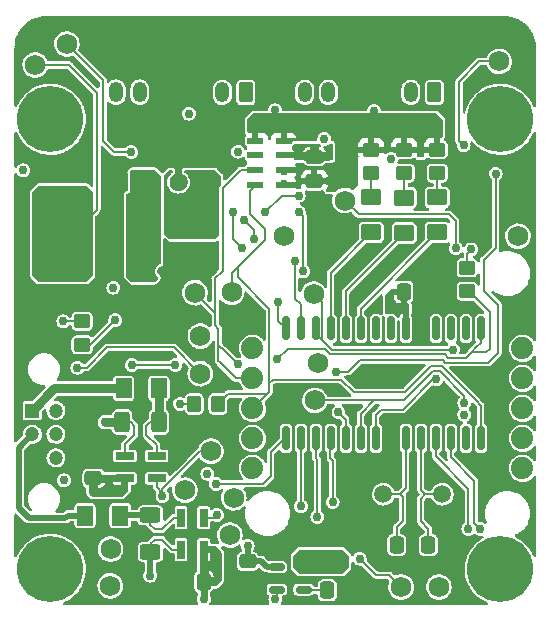
<source format=gtl>
G04 #@! TF.GenerationSoftware,KiCad,Pcbnew,(6.0.5)*
G04 #@! TF.CreationDate,2023-01-26T19:50:09-05:00*
G04 #@! TF.ProjectId,sensors,73656e73-6f72-4732-9e6b-696361645f70,rev?*
G04 #@! TF.SameCoordinates,Original*
G04 #@! TF.FileFunction,Copper,L1,Top*
G04 #@! TF.FilePolarity,Positive*
%FSLAX46Y46*%
G04 Gerber Fmt 4.6, Leading zero omitted, Abs format (unit mm)*
G04 Created by KiCad (PCBNEW (6.0.5)) date 2023-01-26 19:50:09*
%MOMM*%
%LPD*%
G01*
G04 APERTURE LIST*
G04 Aperture macros list*
%AMRoundRect*
0 Rectangle with rounded corners*
0 $1 Rounding radius*
0 $2 $3 $4 $5 $6 $7 $8 $9 X,Y pos of 4 corners*
0 Add a 4 corners polygon primitive as box body*
4,1,4,$2,$3,$4,$5,$6,$7,$8,$9,$2,$3,0*
0 Add four circle primitives for the rounded corners*
1,1,$1+$1,$2,$3*
1,1,$1+$1,$4,$5*
1,1,$1+$1,$6,$7*
1,1,$1+$1,$8,$9*
0 Add four rect primitives between the rounded corners*
20,1,$1+$1,$2,$3,$4,$5,0*
20,1,$1+$1,$4,$5,$6,$7,0*
20,1,$1+$1,$6,$7,$8,$9,0*
20,1,$1+$1,$8,$9,$2,$3,0*%
G04 Aperture macros list end*
G04 #@! TA.AperFunction,ComponentPad*
%ADD10C,5.600000*%
G04 #@! TD*
G04 #@! TA.AperFunction,SMDPad,CuDef*
%ADD11RoundRect,0.250000X-0.450000X0.350000X-0.450000X-0.350000X0.450000X-0.350000X0.450000X0.350000X0*%
G04 #@! TD*
G04 #@! TA.AperFunction,SMDPad,CuDef*
%ADD12RoundRect,0.250000X-0.400000X-0.625000X0.400000X-0.625000X0.400000X0.625000X-0.400000X0.625000X0*%
G04 #@! TD*
G04 #@! TA.AperFunction,SMDPad,CuDef*
%ADD13RoundRect,0.250001X0.462499X0.624999X-0.462499X0.624999X-0.462499X-0.624999X0.462499X-0.624999X0*%
G04 #@! TD*
G04 #@! TA.AperFunction,ComponentPad*
%ADD14C,1.879600*%
G04 #@! TD*
G04 #@! TA.AperFunction,SMDPad,CuDef*
%ADD15RoundRect,0.250000X-0.475000X0.337500X-0.475000X-0.337500X0.475000X-0.337500X0.475000X0.337500X0*%
G04 #@! TD*
G04 #@! TA.AperFunction,ComponentPad*
%ADD16C,1.500000*%
G04 #@! TD*
G04 #@! TA.AperFunction,SMDPad,CuDef*
%ADD17R,1.560000X0.650000*%
G04 #@! TD*
G04 #@! TA.AperFunction,SMDPad,CuDef*
%ADD18RoundRect,0.250000X0.625000X-0.400000X0.625000X0.400000X-0.625000X0.400000X-0.625000X-0.400000X0*%
G04 #@! TD*
G04 #@! TA.AperFunction,SMDPad,CuDef*
%ADD19RoundRect,0.150000X-0.512500X-0.150000X0.512500X-0.150000X0.512500X0.150000X-0.512500X0.150000X0*%
G04 #@! TD*
G04 #@! TA.AperFunction,SMDPad,CuDef*
%ADD20RoundRect,0.250000X-0.337500X-0.475000X0.337500X-0.475000X0.337500X0.475000X-0.337500X0.475000X0*%
G04 #@! TD*
G04 #@! TA.AperFunction,ComponentPad*
%ADD21R,1.200000X1.200000*%
G04 #@! TD*
G04 #@! TA.AperFunction,ComponentPad*
%ADD22C,1.200000*%
G04 #@! TD*
G04 #@! TA.AperFunction,SMDPad,CuDef*
%ADD23RoundRect,0.250000X0.337500X0.475000X-0.337500X0.475000X-0.337500X-0.475000X0.337500X-0.475000X0*%
G04 #@! TD*
G04 #@! TA.AperFunction,ComponentPad*
%ADD24RoundRect,0.250000X0.350000X0.625000X-0.350000X0.625000X-0.350000X-0.625000X0.350000X-0.625000X0*%
G04 #@! TD*
G04 #@! TA.AperFunction,ComponentPad*
%ADD25O,1.200000X1.750000*%
G04 #@! TD*
G04 #@! TA.AperFunction,SMDPad,CuDef*
%ADD26RoundRect,0.150000X0.150000X-0.875000X0.150000X0.875000X-0.150000X0.875000X-0.150000X-0.875000X0*%
G04 #@! TD*
G04 #@! TA.AperFunction,SMDPad,CuDef*
%ADD27RoundRect,0.250001X0.624999X-0.462499X0.624999X0.462499X-0.624999X0.462499X-0.624999X-0.462499X0*%
G04 #@! TD*
G04 #@! TA.AperFunction,ComponentPad*
%ADD28R,1.508000X1.508000*%
G04 #@! TD*
G04 #@! TA.AperFunction,ComponentPad*
%ADD29C,1.508000*%
G04 #@! TD*
G04 #@! TA.AperFunction,SMDPad,CuDef*
%ADD30R,0.650000X1.560000*%
G04 #@! TD*
G04 #@! TA.AperFunction,SMDPad,CuDef*
%ADD31RoundRect,0.021200X0.633800X0.243800X-0.633800X0.243800X-0.633800X-0.243800X0.633800X-0.243800X0*%
G04 #@! TD*
G04 #@! TA.AperFunction,SMDPad,CuDef*
%ADD32R,2.050000X4.700000*%
G04 #@! TD*
G04 #@! TA.AperFunction,SMDPad,CuDef*
%ADD33RoundRect,0.250000X0.475000X-0.337500X0.475000X0.337500X-0.475000X0.337500X-0.475000X-0.337500X0*%
G04 #@! TD*
G04 #@! TA.AperFunction,SMDPad,CuDef*
%ADD34RoundRect,0.250000X-0.350000X-0.450000X0.350000X-0.450000X0.350000X0.450000X-0.350000X0.450000X0*%
G04 #@! TD*
G04 #@! TA.AperFunction,ComponentPad*
%ADD35C,1.755000*%
G04 #@! TD*
G04 #@! TA.AperFunction,ViaPad*
%ADD36C,0.762000*%
G04 #@! TD*
G04 #@! TA.AperFunction,Conductor*
%ADD37C,0.200000*%
G04 #@! TD*
G04 #@! TA.AperFunction,Conductor*
%ADD38C,0.203200*%
G04 #@! TD*
G04 #@! TA.AperFunction,Conductor*
%ADD39C,0.600000*%
G04 #@! TD*
G04 #@! TA.AperFunction,Conductor*
%ADD40C,0.400000*%
G04 #@! TD*
G04 #@! TA.AperFunction,Conductor*
%ADD41C,0.500000*%
G04 #@! TD*
G04 #@! TA.AperFunction,Conductor*
%ADD42C,0.800000*%
G04 #@! TD*
G04 APERTURE END LIST*
D10*
X190500000Y-139700000D03*
X152400000Y-139700000D03*
X152400000Y-101600000D03*
D11*
X182372000Y-104156000D03*
X182372000Y-106156000D03*
D12*
X158497324Y-127240000D03*
X161597324Y-127240000D03*
D13*
X161586232Y-124385000D03*
X158611232Y-124385000D03*
D11*
X155100000Y-118700000D03*
X155100000Y-120700000D03*
D14*
X169520427Y-118459833D03*
X169520427Y-120999833D03*
X169520427Y-123539833D03*
X169520427Y-126079833D03*
X169520427Y-128619833D03*
X169520427Y-131159833D03*
X192380427Y-131159833D03*
X192380427Y-128619833D03*
X192380427Y-126079833D03*
X192380427Y-123539833D03*
X192380427Y-120999833D03*
X192380427Y-118459833D03*
D15*
X169113200Y-139022000D03*
X169113200Y-141097000D03*
D16*
X180594000Y-133350000D03*
X185594000Y-133350000D03*
D11*
X185166000Y-104156000D03*
X185166000Y-106156000D03*
D17*
X161423324Y-132000000D03*
X161423324Y-131050000D03*
X161423324Y-130100000D03*
X158723324Y-130100000D03*
X158723324Y-132000000D03*
D18*
X163012700Y-113685400D03*
X163012700Y-110585400D03*
D11*
X179578000Y-104156000D03*
X179578000Y-106156000D03*
D19*
X171582500Y-139512000D03*
X171582500Y-140462000D03*
X171582500Y-141412000D03*
X173857500Y-141412000D03*
X173857500Y-139512000D03*
D20*
X163322415Y-140755971D03*
X165397415Y-140755971D03*
D18*
X160883600Y-138231200D03*
X160883600Y-135131200D03*
D21*
X150880000Y-126260000D03*
D22*
X150880000Y-128260000D03*
X150880000Y-130260000D03*
X152880000Y-126260000D03*
X152880000Y-128260000D03*
X152880000Y-130260000D03*
D23*
X181737000Y-137642742D03*
X179662000Y-137642742D03*
D24*
X168966206Y-99325604D03*
D25*
X166966206Y-99325604D03*
D26*
X172339000Y-128602000D03*
X173609000Y-128602000D03*
X174879000Y-128602000D03*
X176149000Y-128602000D03*
X177419000Y-128602000D03*
X178689000Y-128602000D03*
X179959000Y-128602000D03*
X181229000Y-128602000D03*
X182499000Y-128602000D03*
X183769000Y-128602000D03*
X185039000Y-128602000D03*
X186309000Y-128602000D03*
X187579000Y-128602000D03*
X188849000Y-128602000D03*
X188849000Y-119302000D03*
X187579000Y-119302000D03*
X186309000Y-119302000D03*
X185039000Y-119302000D03*
X183769000Y-119302000D03*
X182499000Y-119302000D03*
X181229000Y-119302000D03*
X179959000Y-119302000D03*
X178689000Y-119302000D03*
X177419000Y-119302000D03*
X176149000Y-119302000D03*
X174879000Y-119302000D03*
X173609000Y-119302000D03*
X172339000Y-119302000D03*
D27*
X179578000Y-111179000D03*
X179578000Y-108204000D03*
D28*
X158180000Y-106925800D03*
D29*
X160720000Y-106925800D03*
X163260000Y-106925800D03*
X165800000Y-106925800D03*
D27*
X185166000Y-111179000D03*
X185166000Y-108204000D03*
D13*
X158325000Y-135150000D03*
X155350000Y-135150000D03*
D30*
X165389600Y-135331200D03*
X164439600Y-135331200D03*
X163489600Y-135331200D03*
X163489600Y-138031200D03*
X165389600Y-138031200D03*
D15*
X174770000Y-104762500D03*
X174770000Y-106837500D03*
D27*
X182372000Y-111215500D03*
X182372000Y-108240500D03*
D24*
X177947147Y-99314004D03*
D25*
X175947147Y-99314004D03*
X173947147Y-99314004D03*
D20*
X177927000Y-141478000D03*
X175852000Y-141478000D03*
D23*
X184425500Y-116200000D03*
X182350500Y-116200000D03*
D31*
X172160000Y-107145500D03*
X172160000Y-105895500D03*
X172160000Y-104645500D03*
X172160000Y-103395500D03*
X169760000Y-103395500D03*
X169760000Y-104645500D03*
X169760000Y-105895500D03*
X169760000Y-107145500D03*
D20*
X184404000Y-137642742D03*
X186479000Y-137642742D03*
D32*
X160012700Y-112685400D03*
X154362700Y-112685400D03*
D10*
X190500000Y-101600000D03*
D24*
X161981052Y-99299249D03*
D25*
X159981052Y-99299249D03*
X157981052Y-99299249D03*
D33*
X154355800Y-108250900D03*
X154355800Y-106175900D03*
D11*
X187700000Y-114163600D03*
X187700000Y-116163600D03*
D15*
X165811200Y-110525900D03*
X165811200Y-112600900D03*
D24*
X184926510Y-99314004D03*
D25*
X182926510Y-99314004D03*
D33*
X175996600Y-139115800D03*
X175996600Y-137040800D03*
D34*
X164600000Y-125700000D03*
X166600000Y-125700000D03*
D15*
X156055546Y-129911471D03*
X156055546Y-131986471D03*
D35*
X167760000Y-116240000D03*
X164650000Y-116280000D03*
X165105768Y-119955193D03*
X167934830Y-133649623D03*
X185300000Y-141200000D03*
X153800000Y-95225000D03*
X157480000Y-141100000D03*
X182100000Y-141200000D03*
X165100000Y-123139200D03*
X177350000Y-108475000D03*
X157500000Y-137975000D03*
X151125000Y-97000000D03*
X190400000Y-96700000D03*
X192000000Y-111500000D03*
X163800000Y-133000000D03*
X172186600Y-111506000D03*
X166000000Y-129700000D03*
X174800000Y-125400000D03*
X175100000Y-122200000D03*
X174700000Y-116400000D03*
X167600000Y-136800000D03*
D36*
X161823400Y-114452400D03*
X190195200Y-131953000D03*
X175996600Y-135763000D03*
X174447200Y-138531600D03*
X173621700Y-134353300D03*
X152552400Y-108254800D03*
X152450800Y-111582200D03*
X152476200Y-114122200D03*
X176682400Y-124714000D03*
X178562000Y-132181600D03*
X178562000Y-133350000D03*
X188925700Y-107700000D03*
X163300000Y-142200000D03*
X186515258Y-139500000D03*
X181775000Y-113500000D03*
X182469185Y-123455149D03*
X172745400Y-132816600D03*
X180700000Y-136250000D03*
X165633400Y-113690400D03*
X186055000Y-116205000D03*
X154381200Y-104851200D03*
X155623090Y-127278527D03*
X169113200Y-142200000D03*
X174825000Y-109325000D03*
X187100000Y-134000000D03*
X182600000Y-126800000D03*
X179324000Y-141478000D03*
X190900000Y-124900000D03*
X181350000Y-130900000D03*
X163400000Y-127100000D03*
X186500000Y-136271000D03*
X185425000Y-136271000D03*
X178562000Y-130937000D03*
X178562000Y-137642742D03*
X179650000Y-136245600D03*
X175930000Y-104740000D03*
X177375000Y-110500000D03*
X183800000Y-107300000D03*
X156800000Y-122700000D03*
X154700000Y-122625000D03*
X160862100Y-140237200D03*
X171450000Y-142240000D03*
X156066546Y-133145127D03*
X169113200Y-137718800D03*
X165700000Y-131600000D03*
X165400000Y-142200000D03*
X159300000Y-122400000D03*
X162991800Y-122402600D03*
X166446700Y-132461000D03*
X169672000Y-111760000D03*
X168783000Y-110109000D03*
X173110000Y-113580000D03*
X167894000Y-109474000D03*
X168656000Y-112522000D03*
X171704000Y-117094000D03*
X153500000Y-118700000D03*
X157022500Y-127246235D03*
X155500000Y-110100000D03*
X171627300Y-121920000D03*
X168275000Y-122351800D03*
X153550532Y-132161523D03*
X163400000Y-125700000D03*
X181300000Y-117500000D03*
X179817778Y-100899038D03*
X187452000Y-126619000D03*
X150114000Y-105918000D03*
X176022000Y-106832400D03*
X157734000Y-115849400D03*
X164131800Y-101122200D03*
X188054866Y-112608616D03*
X184300000Y-102800000D03*
X171418996Y-100833291D03*
X166500000Y-135100000D03*
X161900000Y-133500000D03*
X175006000Y-135255000D03*
X186500000Y-121100000D03*
X165785800Y-109270800D03*
X159258000Y-104368600D03*
X175600000Y-103250000D03*
X157900000Y-118600000D03*
X168300400Y-104343200D03*
X181229150Y-104969698D03*
X173429000Y-109421000D03*
X173810000Y-114460000D03*
X185100000Y-123600000D03*
X187452000Y-125603000D03*
X173431200Y-108051600D03*
X170561000Y-109474000D03*
X176300000Y-134000000D03*
X176600000Y-122961700D03*
X187400000Y-103800000D03*
X176800000Y-126400000D03*
X190100000Y-106200000D03*
X187800000Y-136275000D03*
X178600000Y-138800000D03*
X188800000Y-136275000D03*
X186725000Y-112500000D03*
D37*
X156875000Y-98300000D02*
X153800000Y-95225000D01*
X156875000Y-103458800D02*
X156875000Y-98300000D01*
X157784800Y-104368600D02*
X156875000Y-103458800D01*
X159258000Y-104368600D02*
X157784800Y-104368600D01*
D38*
X173609000Y-134340600D02*
X173621700Y-134353300D01*
X173609000Y-129921000D02*
X173609000Y-134340600D01*
D39*
X163322415Y-142077585D02*
X163300000Y-142100000D01*
D40*
X183769000Y-117856000D02*
X183769000Y-119302000D01*
D39*
X164439600Y-135331200D02*
X164439600Y-139638786D01*
X163322415Y-142177585D02*
X163300000Y-142200000D01*
D41*
X169113200Y-141097000D02*
X169113200Y-142367000D01*
D40*
X186055000Y-116205000D02*
X184430500Y-116205000D01*
D38*
X175945800Y-104775000D02*
X175971200Y-104749600D01*
D41*
X170002200Y-141097000D02*
X169113200Y-141097000D01*
D39*
X161423324Y-131050000D02*
X157194075Y-131050000D01*
D38*
X177927000Y-141478000D02*
X179324000Y-141478000D01*
D39*
X164439600Y-139638786D02*
X163322415Y-140755971D01*
D40*
X184430500Y-116205000D02*
X184425500Y-116200000D01*
D39*
X157194075Y-131050000D02*
X156055546Y-129911471D01*
D40*
X184425500Y-117199500D02*
X183769000Y-117856000D01*
D41*
X173373000Y-104635500D02*
X172170000Y-104635500D01*
X170637200Y-140462000D02*
X170002200Y-141097000D01*
D39*
X163322415Y-140755971D02*
X163322415Y-142177585D01*
D41*
X171582500Y-140462000D02*
X170637200Y-140462000D01*
X174770000Y-104762500D02*
X173500000Y-104762500D01*
D40*
X184425500Y-117199500D02*
X184425500Y-116200000D01*
D41*
X171582500Y-140462000D02*
X171069000Y-140462000D01*
D38*
X154700000Y-122625000D02*
X155475000Y-122625000D01*
X162860800Y-120900000D02*
X165100000Y-123139200D01*
X155475000Y-122625000D02*
X157200000Y-120900000D01*
X157200000Y-120900000D02*
X162860800Y-120900000D01*
D41*
X169113200Y-139022000D02*
X169113200Y-137718800D01*
D39*
X165397415Y-140755971D02*
X165397415Y-142197415D01*
D38*
X160883600Y-138231200D02*
X160883600Y-137548700D01*
D41*
X160883600Y-138231200D02*
X160883600Y-140215700D01*
D39*
X156069075Y-132000000D02*
X158723324Y-132000000D01*
D38*
X160883600Y-137548700D02*
X161243100Y-137189200D01*
D42*
X156055546Y-131986471D02*
X156055546Y-133134127D01*
D38*
X171582500Y-142107500D02*
X171450000Y-142240000D01*
D39*
X165389600Y-138031200D02*
X165389600Y-140748156D01*
D41*
X170264000Y-139022000D02*
X169113200Y-139022000D01*
D38*
X171582500Y-141412000D02*
X171582500Y-142107500D01*
X161878100Y-137189200D02*
X162720100Y-138031200D01*
X161243100Y-137189200D02*
X161878100Y-137189200D01*
D41*
X171582500Y-139512000D02*
X170754000Y-139512000D01*
D38*
X162720100Y-138031200D02*
X163489600Y-138031200D01*
D41*
X170754000Y-139512000D02*
X170264000Y-139022000D01*
D38*
X160862100Y-135152700D02*
X160862100Y-135919200D01*
D41*
X160883600Y-135131200D02*
X158343800Y-135131200D01*
D38*
X162847100Y-135331200D02*
X163489600Y-135331200D01*
X161243100Y-136300200D02*
X161878100Y-136300200D01*
X160862100Y-135919200D02*
X161243100Y-136300200D01*
X158343800Y-135131200D02*
X158325000Y-135150000D01*
X161878100Y-136300200D02*
X162847100Y-135331200D01*
X159302600Y-122402600D02*
X159300000Y-122400000D01*
X162991800Y-122402600D02*
X159302600Y-122402600D01*
X172339000Y-128602000D02*
X172261000Y-128602000D01*
X171069000Y-129794000D02*
X171069000Y-131369000D01*
X171069000Y-131831000D02*
X170439000Y-132461000D01*
X170439000Y-132461000D02*
X166446700Y-132461000D01*
X171069000Y-131369000D02*
X171069000Y-131831000D01*
X172261000Y-128602000D02*
X171069000Y-129794000D01*
X179578000Y-106156000D02*
X179578000Y-108204000D01*
X176149000Y-114608000D02*
X179578000Y-111179000D01*
X176149000Y-119302000D02*
X176149000Y-114608000D01*
X173609000Y-117273475D02*
X173152763Y-116817237D01*
X169672000Y-110998000D02*
X168783000Y-110109000D01*
X169672000Y-111760000D02*
X169672000Y-110998000D01*
X173110000Y-113580000D02*
X173110000Y-116774474D01*
X173110000Y-116774474D02*
X173152763Y-116817237D01*
X173609000Y-119302000D02*
X173609000Y-117273475D01*
X181991000Y-133350000D02*
X180594000Y-133350000D01*
X182499000Y-128602000D02*
X182499000Y-132842000D01*
X181737000Y-136144000D02*
X181737000Y-137668000D01*
X182499000Y-132842000D02*
X181991000Y-133350000D01*
X182245000Y-133604000D02*
X182245000Y-135636000D01*
X182245000Y-135636000D02*
X181737000Y-136144000D01*
X181991000Y-133350000D02*
X182245000Y-133604000D01*
X183769000Y-132969000D02*
X184150000Y-133350000D01*
X184404000Y-136271000D02*
X184404000Y-137668000D01*
X183769000Y-135636000D02*
X184404000Y-136271000D01*
X183769000Y-128602000D02*
X183769000Y-132969000D01*
X184150000Y-133350000D02*
X185594000Y-133350000D01*
X184150000Y-133350000D02*
X183769000Y-133731000D01*
X183769000Y-133731000D02*
X183769000Y-135636000D01*
X171704000Y-118667000D02*
X171704000Y-117094000D01*
X172339000Y-119302000D02*
X171704000Y-118667000D01*
X168656000Y-112522000D02*
X167894000Y-111760000D01*
X167894000Y-111760000D02*
X167894000Y-109474000D01*
X160534324Y-127560000D02*
X160534324Y-128322000D01*
X160854324Y-127240000D02*
X160534324Y-127560000D01*
D42*
X161586232Y-124385000D02*
X161586232Y-127228908D01*
D38*
X160534324Y-128322000D02*
X161423324Y-129211000D01*
X160854324Y-127240000D02*
X161597324Y-127240000D01*
X161423324Y-129211000D02*
X161423324Y-130100000D01*
X153975000Y-97000000D02*
X151125000Y-97000000D01*
X159198324Y-127240000D02*
X159518324Y-127560000D01*
X159518324Y-128322000D02*
X158723324Y-129117000D01*
X156350811Y-109249189D02*
X156350811Y-99350811D01*
X157028735Y-127240000D02*
X157022500Y-127246235D01*
X155500000Y-110100000D02*
X156350811Y-109249189D01*
X158723324Y-129117000D02*
X158723324Y-130100000D01*
X159198324Y-127240000D02*
X158497324Y-127240000D01*
X155100000Y-118700000D02*
X153500000Y-118700000D01*
X156350811Y-99350811D02*
X154075000Y-97075000D01*
X154050000Y-97075000D02*
X153975000Y-97000000D01*
X154075000Y-97075000D02*
X154050000Y-97075000D01*
D42*
X158497324Y-127240000D02*
X157028735Y-127240000D01*
D38*
X159518324Y-127560000D02*
X159518324Y-128322000D01*
D37*
X167760000Y-114641176D02*
X167760000Y-116240000D01*
D38*
X182400000Y-124700000D02*
X178106000Y-124700000D01*
X177053000Y-123647000D02*
X171247000Y-123647000D01*
X188500000Y-125456765D02*
X188500000Y-125473830D01*
X168330588Y-114070588D02*
X168200588Y-114200588D01*
X170941989Y-117632823D02*
X168270000Y-114960834D01*
X170561000Y-110871000D02*
X170561000Y-111840177D01*
X170942000Y-123952000D02*
X170941989Y-123951989D01*
X170561000Y-111840177D02*
X168797688Y-113603488D01*
X169291000Y-107696000D02*
X169558500Y-107428500D01*
X185537315Y-122494080D02*
X184605920Y-122494080D01*
X171247000Y-123647000D02*
X170942000Y-123952000D01*
X170750130Y-124850130D02*
X169520427Y-126079833D01*
X169760000Y-107145500D02*
X169760000Y-107227000D01*
X188849000Y-128602000D02*
X188849000Y-125822830D01*
X170941989Y-123951989D02*
X170941989Y-117632823D01*
X184605920Y-122494080D02*
X182400000Y-124700000D01*
X170942000Y-123952000D02*
X170942000Y-124658260D01*
X167449870Y-124850130D02*
X166600000Y-125700000D01*
X168270000Y-114960834D02*
X168270000Y-114131176D01*
X168270000Y-114131176D02*
X168330588Y-114070588D01*
X169760000Y-107227000D02*
X169558500Y-107428500D01*
X170942000Y-124658260D02*
X170750130Y-124850130D01*
D37*
X168200588Y-114200588D02*
X167760000Y-114641176D01*
D38*
X178106000Y-124700000D02*
X177053000Y-123647000D01*
X169291000Y-109601000D02*
X169291000Y-107696000D01*
X188849000Y-125822830D02*
X188813085Y-125786915D01*
X168797688Y-113603488D02*
X168330588Y-114070588D01*
X170561000Y-110871000D02*
X169291000Y-109601000D01*
X170750130Y-124850130D02*
X167449870Y-124850130D01*
X188500000Y-125473830D02*
X188813085Y-125786915D01*
X185537315Y-122494080D02*
X188500000Y-125456765D01*
X188086000Y-121286000D02*
X188086000Y-121314000D01*
X189591854Y-121008146D02*
X189591854Y-117908146D01*
D37*
X166356000Y-115076000D02*
X166616000Y-114816000D01*
D38*
X188086000Y-121286000D02*
X189314000Y-121286000D01*
D37*
X166616000Y-114816000D02*
X166762989Y-114669011D01*
D38*
X188086000Y-121314000D02*
X187600000Y-121800000D01*
X169747500Y-105908000D02*
X169760000Y-105895500D01*
X168539000Y-105908000D02*
X169747500Y-105908000D01*
X166762989Y-120830989D02*
X166616000Y-120684000D01*
X186094080Y-121800000D02*
X185800000Y-121505920D01*
D37*
X166356000Y-117994000D02*
X166356000Y-119046000D01*
X166616000Y-122039000D02*
X166762989Y-122185989D01*
D38*
X168116833Y-123539833D02*
X166762989Y-122185989D01*
X168275000Y-122351800D02*
X167005000Y-121081800D01*
D37*
X166356000Y-115076000D02*
X166356000Y-117994000D01*
D38*
X167005000Y-114427000D02*
X167005000Y-107442000D01*
D37*
X166356000Y-119046000D02*
X166640000Y-119330000D01*
X166616000Y-120684000D02*
X166616000Y-122039000D01*
D38*
X167003578Y-121081800D02*
X166762989Y-120841211D01*
D37*
X166640000Y-120660000D02*
X166616000Y-120684000D01*
D38*
X188849000Y-120523000D02*
X188468000Y-120904000D01*
X188468000Y-120904000D02*
X188086000Y-121286000D01*
X169520427Y-123539833D02*
X168116833Y-123539833D01*
X176111358Y-121505920D02*
X175855438Y-121250000D01*
X166762989Y-120841211D02*
X166762989Y-120830989D01*
X189314000Y-121286000D02*
X189591854Y-121008146D01*
D37*
X187847308Y-116163600D02*
X189591854Y-117908146D01*
D38*
X187600000Y-121800000D02*
X186094080Y-121800000D01*
X167005000Y-121081800D02*
X167003578Y-121081800D01*
X166762989Y-114669011D02*
X167005000Y-114427000D01*
X175618189Y-121018189D02*
X175850000Y-121250000D01*
X171627300Y-121920000D02*
X172529111Y-121018189D01*
X185800000Y-121505920D02*
X176111358Y-121505920D01*
X167005000Y-107442000D02*
X168539000Y-105908000D01*
D37*
X166356000Y-117986000D02*
X166356000Y-117994000D01*
X164650000Y-116280000D02*
X166356000Y-117986000D01*
D38*
X188849000Y-119302000D02*
X188849000Y-120523000D01*
X175855438Y-121250000D02*
X175850000Y-121250000D01*
D37*
X187700000Y-116163600D02*
X187847308Y-116163600D01*
D38*
X172529111Y-121018189D02*
X175618189Y-121018189D01*
D37*
X166640000Y-119330000D02*
X166640000Y-120660000D01*
X164600000Y-125700000D02*
X163400000Y-125700000D01*
D41*
X173603200Y-106837500D02*
X173295200Y-107145500D01*
D40*
X182350500Y-117580500D02*
X182499000Y-117729000D01*
D37*
X187700000Y-114163600D02*
X187700000Y-112963482D01*
D41*
X173295200Y-107145500D02*
X172160000Y-107145500D01*
D40*
X182350500Y-116586000D02*
X182350500Y-117580500D01*
D41*
X174770000Y-106837500D02*
X173603200Y-106837500D01*
D38*
X172152800Y-107188000D02*
X172122800Y-107158000D01*
D40*
X182499000Y-117729000D02*
X182499000Y-119302000D01*
D37*
X187700000Y-112963482D02*
X188054866Y-112608616D01*
D38*
X166268800Y-135331200D02*
X166500000Y-135100000D01*
X173609000Y-128602000D02*
X173609000Y-129921000D01*
X165389600Y-135331200D02*
X166268800Y-135331200D01*
X161900000Y-133500000D02*
X161900000Y-132900000D01*
X161900000Y-133500000D02*
X161900000Y-133200000D01*
X161423324Y-132723324D02*
X161423324Y-132000000D01*
X163250000Y-131550000D02*
X162800000Y-132000000D01*
X161900000Y-132900000D02*
X162800000Y-132000000D01*
X175006000Y-135255000D02*
X175006000Y-130429000D01*
X165100000Y-129700000D02*
X163250000Y-131550000D01*
X175006000Y-130429000D02*
X174879000Y-130302000D01*
X161900000Y-133200000D02*
X161423324Y-132723324D01*
X174879000Y-130302000D02*
X174879000Y-128602000D01*
X166000000Y-129700000D02*
X165100000Y-129700000D01*
X175439747Y-120260253D02*
X174879000Y-119699505D01*
X175400000Y-120220506D02*
X175439747Y-120260253D01*
X174879000Y-119699505D02*
X174879000Y-119302000D01*
X176279495Y-121100000D02*
X175439747Y-120260253D01*
X186500000Y-121100000D02*
X176279495Y-121100000D01*
X175400000Y-117100000D02*
X175400000Y-120220506D01*
X174700000Y-116400000D02*
X175400000Y-117100000D01*
X155100000Y-120700000D02*
X155800000Y-120700000D01*
X155800000Y-120700000D02*
X157900000Y-118600000D01*
X175852000Y-141478000D02*
X173923500Y-141478000D01*
X173923500Y-141478000D02*
X173857500Y-141412000D01*
X177419000Y-119302000D02*
X177419000Y-116168500D01*
X177419000Y-116168500D02*
X182372000Y-111215500D01*
X182372000Y-106156000D02*
X182372000Y-108240500D01*
X178689000Y-119302000D02*
X178689000Y-117656000D01*
X178689000Y-117656000D02*
X185166000Y-111179000D01*
X185166000Y-106156000D02*
X185166000Y-108204000D01*
D42*
X150880000Y-126260000D02*
X152755000Y-124385000D01*
X158611232Y-124385000D02*
X153395000Y-124385000D01*
X152755000Y-124385000D02*
X153395000Y-124385000D01*
D41*
X150584521Y-135359521D02*
X153680479Y-135359521D01*
X149733000Y-129407000D02*
X149733000Y-134508000D01*
X153680479Y-135359521D02*
X153890000Y-135150000D01*
X150880000Y-128260000D02*
X149733000Y-129407000D01*
X149733000Y-134508000D02*
X150584521Y-135359521D01*
X153890000Y-135150000D02*
X155350000Y-135150000D01*
D38*
X173810000Y-114460000D02*
X173810000Y-109802000D01*
X173810000Y-109802000D02*
X173429000Y-109421000D01*
X180400000Y-126200000D02*
X179959000Y-126641000D01*
X179959000Y-126641000D02*
X179959000Y-128602000D01*
X182230823Y-126200000D02*
X180400000Y-126200000D01*
X184830823Y-123600000D02*
X182230823Y-126200000D01*
X185100000Y-123600000D02*
X184830823Y-123600000D01*
X178689000Y-128602000D02*
X178689000Y-126509622D01*
X187452000Y-125603000D02*
X187452000Y-124982823D01*
X184830823Y-122900000D02*
X182331512Y-125399311D01*
X187452000Y-124982823D02*
X185369177Y-122900000D01*
X178689000Y-126509622D02*
X179799311Y-125399311D01*
X179798622Y-125400000D02*
X179799311Y-125399311D01*
X174800000Y-125400000D02*
X179798622Y-125400000D01*
X185369177Y-122900000D02*
X184830823Y-122900000D01*
X182331512Y-125399311D02*
X179799311Y-125399311D01*
X176100000Y-130300000D02*
X176100000Y-128651000D01*
X176100000Y-128651000D02*
X176149000Y-128602000D01*
X173431200Y-108051600D02*
X171983400Y-108051600D01*
X176300000Y-134000000D02*
X176300000Y-130500000D01*
X171983400Y-108051600D02*
X170561000Y-109474000D01*
X176300000Y-130500000D02*
X176100000Y-130300000D01*
X185617293Y-122000000D02*
X178600000Y-122000000D01*
X187000000Y-103400000D02*
X187000000Y-98400000D01*
X189494080Y-122205920D02*
X185823213Y-122205920D01*
X176800000Y-126400000D02*
X177419000Y-127019000D01*
X190300000Y-121400000D02*
X189494080Y-122205920D01*
X190120000Y-111380000D02*
X190120000Y-106220000D01*
X187400000Y-103800000D02*
X187000000Y-103400000D01*
X187000000Y-98400000D02*
X188700000Y-96700000D01*
X189100000Y-113500000D02*
X189100000Y-116100000D01*
X185823213Y-122205920D02*
X185617293Y-122000000D01*
X190120000Y-106220000D02*
X190100000Y-106200000D01*
X177638300Y-122961700D02*
X176600000Y-122961700D01*
X189100000Y-116100000D02*
X190300000Y-117300000D01*
X190300000Y-117300000D02*
X190300000Y-121400000D01*
X188700000Y-96700000D02*
X190400000Y-96700000D01*
X190119000Y-112481000D02*
X189100000Y-113500000D01*
X178600000Y-122000000D02*
X177638300Y-122961700D01*
X177419000Y-127019000D02*
X177419000Y-128602000D01*
X190119000Y-111381000D02*
X190119000Y-112481000D01*
X185039000Y-130139000D02*
X187800000Y-132900000D01*
X181100000Y-140200000D02*
X182100000Y-141200000D01*
X187800000Y-132900000D02*
X187800000Y-136275000D01*
X180000000Y-140200000D02*
X181100000Y-140200000D01*
X185039000Y-128602000D02*
X185039000Y-130139000D01*
X178600000Y-138800000D02*
X180000000Y-140200000D01*
D37*
X188300000Y-132200000D02*
X188300000Y-135775000D01*
X186309000Y-129695447D02*
X186300000Y-129704447D01*
X186300000Y-130200000D02*
X188300000Y-132200000D01*
D38*
X186309000Y-128602000D02*
X186309000Y-129695447D01*
D37*
X186300000Y-129704447D02*
X186300000Y-130200000D01*
X188300000Y-135775000D02*
X188800000Y-136275000D01*
D38*
X186150000Y-109650000D02*
X178550000Y-109650000D01*
X186725000Y-110225000D02*
X186150000Y-109650000D01*
X178525000Y-109650000D02*
X178550000Y-109650000D01*
X186725000Y-112500000D02*
X186725000Y-110225000D01*
X177350000Y-108475000D02*
X178525000Y-109650000D01*
G04 #@! TA.AperFunction,Conductor*
G36*
X190864022Y-92864001D02*
G01*
X190876353Y-92864001D01*
X190892377Y-92868294D01*
X190908401Y-92864000D01*
X190908440Y-92864000D01*
X190915498Y-92864198D01*
X191181030Y-92879108D01*
X191195058Y-92880688D01*
X191436026Y-92921629D01*
X191473106Y-92927929D01*
X191486881Y-92931073D01*
X191757886Y-93009146D01*
X191771223Y-93013813D01*
X192031780Y-93121737D01*
X192044511Y-93127868D01*
X192291342Y-93264285D01*
X192303306Y-93271802D01*
X192533320Y-93435004D01*
X192544367Y-93443814D01*
X192754651Y-93631733D01*
X192764642Y-93641724D01*
X192952577Y-93852021D01*
X192961375Y-93863052D01*
X193124590Y-94093080D01*
X193132100Y-94105033D01*
X193268521Y-94351867D01*
X193274652Y-94364598D01*
X193382581Y-94625160D01*
X193387248Y-94638497D01*
X193465322Y-94909498D01*
X193468466Y-94923273D01*
X193513929Y-95190841D01*
X193515708Y-95201313D01*
X193517290Y-95215350D01*
X193520815Y-95278119D01*
X193532177Y-95480450D01*
X193532375Y-95487512D01*
X193532375Y-95487977D01*
X193528082Y-95504000D01*
X193532376Y-95520024D01*
X193532376Y-95532424D01*
X193533467Y-95540714D01*
X193532226Y-100332415D01*
X193532199Y-100436194D01*
X193512179Y-100504309D01*
X193458512Y-100550788D01*
X193388235Y-100560874D01*
X193323662Y-100531364D01*
X193290301Y-100485595D01*
X193196433Y-100265524D01*
X193196431Y-100265521D01*
X193195009Y-100262186D01*
X193183283Y-100241627D01*
X193025175Y-99964436D01*
X193023384Y-99961296D01*
X193019523Y-99956039D01*
X192820456Y-99685042D01*
X192820454Y-99685039D01*
X192818313Y-99682125D01*
X192782749Y-99643853D01*
X192584985Y-99431035D01*
X192584983Y-99431034D01*
X192582513Y-99428375D01*
X192579759Y-99426023D01*
X192579755Y-99426019D01*
X192482794Y-99343207D01*
X192319112Y-99203409D01*
X192031599Y-99010208D01*
X192028390Y-99008552D01*
X192028382Y-99008547D01*
X191727005Y-98852996D01*
X191727006Y-98852996D01*
X191723785Y-98851334D01*
X191720403Y-98850056D01*
X191720394Y-98850052D01*
X191489449Y-98762785D01*
X191399751Y-98728891D01*
X191396230Y-98728007D01*
X191396225Y-98728005D01*
X191210808Y-98681432D01*
X191063791Y-98644504D01*
X191040706Y-98641465D01*
X190723962Y-98599764D01*
X190723954Y-98599763D01*
X190720358Y-98599290D01*
X190576412Y-98597029D01*
X190377647Y-98593906D01*
X190377643Y-98593906D01*
X190374005Y-98593849D01*
X190370391Y-98594210D01*
X190370385Y-98594210D01*
X190127774Y-98618426D01*
X190029322Y-98628253D01*
X189690877Y-98702046D01*
X189687450Y-98703219D01*
X189687444Y-98703221D01*
X189366587Y-98813075D01*
X189366582Y-98813077D01*
X189363156Y-98814250D01*
X189359888Y-98815809D01*
X189359880Y-98815812D01*
X189243298Y-98871419D01*
X189050504Y-98963377D01*
X188757065Y-99147452D01*
X188754229Y-99149724D01*
X188754222Y-99149729D01*
X188510878Y-99344685D01*
X188486727Y-99364033D01*
X188243073Y-99610251D01*
X188240832Y-99613109D01*
X188105421Y-99785806D01*
X188029334Y-99882843D01*
X187848343Y-100178194D01*
X187846818Y-100181479D01*
X187846816Y-100181483D01*
X187741423Y-100408535D01*
X187702498Y-100492391D01*
X187593732Y-100821268D01*
X187592996Y-100824823D01*
X187592995Y-100824826D01*
X187554682Y-101009833D01*
X187521282Y-101072482D01*
X187459313Y-101107129D01*
X187388450Y-101102772D01*
X187331192Y-101060795D01*
X187305717Y-100994527D01*
X187305300Y-100984282D01*
X187305300Y-98578649D01*
X187325302Y-98510528D01*
X187342205Y-98489554D01*
X188789555Y-97042205D01*
X188851867Y-97008179D01*
X188878650Y-97005300D01*
X189269442Y-97005300D01*
X189337563Y-97025302D01*
X189383868Y-97078549D01*
X189459642Y-97242916D01*
X189574327Y-97405191D01*
X189716664Y-97543850D01*
X189721460Y-97547055D01*
X189721463Y-97547057D01*
X189722324Y-97547632D01*
X189881886Y-97654248D01*
X189887189Y-97656526D01*
X189887192Y-97656528D01*
X189989484Y-97700476D01*
X190064459Y-97732688D01*
X190136248Y-97748932D01*
X190252633Y-97775268D01*
X190252639Y-97775269D01*
X190258270Y-97776543D01*
X190264041Y-97776770D01*
X190264043Y-97776770D01*
X190325555Y-97779187D01*
X190456828Y-97784344D01*
X190570935Y-97767799D01*
X190647768Y-97756659D01*
X190647773Y-97756658D01*
X190653482Y-97755830D01*
X190658946Y-97753975D01*
X190658951Y-97753974D01*
X190802661Y-97705191D01*
X190841648Y-97691957D01*
X190971101Y-97619460D01*
X191009985Y-97597684D01*
X191009986Y-97597683D01*
X191015022Y-97594863D01*
X191167799Y-97467799D01*
X191294863Y-97315022D01*
X191391957Y-97141648D01*
X191437263Y-97008179D01*
X191453974Y-96958951D01*
X191453975Y-96958946D01*
X191455830Y-96953482D01*
X191464277Y-96895229D01*
X191477224Y-96805932D01*
X191484344Y-96756828D01*
X191485832Y-96700000D01*
X191467650Y-96502123D01*
X191458567Y-96469915D01*
X191437354Y-96394700D01*
X191413712Y-96310873D01*
X191325824Y-96132654D01*
X191206930Y-95973437D01*
X191061013Y-95838552D01*
X191056130Y-95835471D01*
X191056126Y-95835468D01*
X190897841Y-95735598D01*
X190897836Y-95735596D01*
X190892957Y-95732517D01*
X190708393Y-95658883D01*
X190513500Y-95620116D01*
X190507725Y-95620040D01*
X190507721Y-95620040D01*
X190408589Y-95618743D01*
X190314807Y-95617515D01*
X190309110Y-95618494D01*
X190309109Y-95618494D01*
X190124663Y-95650188D01*
X190118966Y-95651167D01*
X189932537Y-95719944D01*
X189927576Y-95722896D01*
X189927575Y-95722896D01*
X189766732Y-95818587D01*
X189766729Y-95818589D01*
X189761764Y-95821543D01*
X189757424Y-95825349D01*
X189757420Y-95825352D01*
X189648078Y-95921243D01*
X189612365Y-95952563D01*
X189489345Y-96108614D01*
X189486656Y-96113725D01*
X189486654Y-96113728D01*
X189471529Y-96142476D01*
X189396822Y-96284470D01*
X189395109Y-96289988D01*
X189390117Y-96306064D01*
X189350814Y-96365189D01*
X189285785Y-96393680D01*
X189269784Y-96394700D01*
X188753289Y-96394700D01*
X188750464Y-96394493D01*
X188745371Y-96392744D01*
X188695643Y-96394611D01*
X188690916Y-96394700D01*
X188671607Y-96394700D01*
X188666820Y-96395592D01*
X188663102Y-96395833D01*
X188631718Y-96397011D01*
X188621026Y-96401605D01*
X188616941Y-96402525D01*
X188603525Y-96406601D01*
X188599626Y-96408106D01*
X188588189Y-96410236D01*
X188566747Y-96423453D01*
X188550368Y-96431961D01*
X188535396Y-96438393D01*
X188535392Y-96438396D01*
X188527221Y-96441906D01*
X188522256Y-96445985D01*
X188519930Y-96448311D01*
X188519815Y-96448402D01*
X188517807Y-96450223D01*
X188517684Y-96450087D01*
X188507750Y-96457940D01*
X188501277Y-96463810D01*
X188491372Y-96469915D01*
X188474458Y-96492158D01*
X188463264Y-96504977D01*
X187635518Y-97332722D01*
X186821800Y-98146440D01*
X186819655Y-98148291D01*
X186814820Y-98150655D01*
X186806908Y-98159184D01*
X186806907Y-98159185D01*
X186780978Y-98187137D01*
X186777698Y-98190542D01*
X186764043Y-98204197D01*
X186761286Y-98208216D01*
X186758834Y-98211008D01*
X186745384Y-98225507D01*
X186745382Y-98225510D01*
X186737472Y-98234037D01*
X186733162Y-98244839D01*
X186730932Y-98248367D01*
X186724316Y-98260760D01*
X186722627Y-98264572D01*
X186716044Y-98274168D01*
X186713358Y-98285487D01*
X186710226Y-98298683D01*
X186704663Y-98316270D01*
X186695327Y-98339673D01*
X186694700Y-98346068D01*
X186694700Y-98349364D01*
X186694682Y-98349517D01*
X186694550Y-98352220D01*
X186694367Y-98352211D01*
X186692897Y-98364768D01*
X186692470Y-98373507D01*
X186689783Y-98384828D01*
X186691352Y-98396357D01*
X186691352Y-98396358D01*
X186693549Y-98412500D01*
X186694700Y-98429491D01*
X186694700Y-103346710D01*
X186694493Y-103349535D01*
X186692744Y-103354628D01*
X186694611Y-103404356D01*
X186694700Y-103409083D01*
X186694700Y-103428393D01*
X186695592Y-103433180D01*
X186695833Y-103436898D01*
X186697011Y-103468282D01*
X186701605Y-103478974D01*
X186702525Y-103483059D01*
X186706601Y-103496475D01*
X186708106Y-103500374D01*
X186710236Y-103511811D01*
X186723453Y-103533253D01*
X186731961Y-103549632D01*
X186738393Y-103564604D01*
X186738396Y-103564608D01*
X186741906Y-103572779D01*
X186745985Y-103577744D01*
X186748311Y-103580070D01*
X186748402Y-103580185D01*
X186750223Y-103582193D01*
X186750087Y-103582316D01*
X186757940Y-103592250D01*
X186763810Y-103598723D01*
X186769915Y-103608628D01*
X186779176Y-103615670D01*
X186786989Y-103624287D01*
X186784033Y-103626967D01*
X186813404Y-103666824D01*
X186819943Y-103726415D01*
X186810255Y-103800000D01*
X186811333Y-103808188D01*
X186827731Y-103932740D01*
X186830350Y-103952637D01*
X186889266Y-104094872D01*
X186982987Y-104217013D01*
X187105127Y-104310734D01*
X187176245Y-104340192D01*
X187239733Y-104366490D01*
X187239736Y-104366491D01*
X187247363Y-104369650D01*
X187400000Y-104389745D01*
X187408188Y-104388667D01*
X187544449Y-104370728D01*
X187552637Y-104369650D01*
X187560264Y-104366491D01*
X187560267Y-104366490D01*
X187623755Y-104340192D01*
X187694873Y-104310734D01*
X187817013Y-104217013D01*
X187910734Y-104094872D01*
X187969650Y-103952637D01*
X187972270Y-103932740D01*
X187988667Y-103808188D01*
X187989745Y-103800000D01*
X187971102Y-103658391D01*
X187970728Y-103655551D01*
X187969650Y-103647363D01*
X187965517Y-103637385D01*
X187965287Y-103635244D01*
X187964352Y-103631755D01*
X187964896Y-103631609D01*
X187957927Y-103566795D01*
X187989705Y-103503308D01*
X188050763Y-103467079D01*
X188121714Y-103469612D01*
X188176874Y-103506336D01*
X188323078Y-103673932D01*
X188350302Y-103705140D01*
X188606507Y-103938269D01*
X188609449Y-103940383D01*
X188884859Y-104138285D01*
X188884865Y-104138289D01*
X188887810Y-104140405D01*
X188890990Y-104142175D01*
X188943276Y-104171277D01*
X189190481Y-104308870D01*
X189510509Y-104441430D01*
X189514003Y-104442425D01*
X189514005Y-104442426D01*
X189840152Y-104535332D01*
X189840157Y-104535333D01*
X189843653Y-104536329D01*
X190078925Y-104574856D01*
X190181916Y-104591722D01*
X190181920Y-104591722D01*
X190185496Y-104592308D01*
X190189122Y-104592479D01*
X190527880Y-104608454D01*
X190527881Y-104608454D01*
X190531507Y-104608625D01*
X190563426Y-104606449D01*
X190873470Y-104585313D01*
X190873478Y-104585312D01*
X190877101Y-104585065D01*
X190880677Y-104584402D01*
X190880679Y-104584402D01*
X191214132Y-104522600D01*
X191214136Y-104522599D01*
X191217697Y-104521939D01*
X191548780Y-104420085D01*
X191620353Y-104388667D01*
X191806156Y-104307105D01*
X191865962Y-104280852D01*
X191936632Y-104239556D01*
X192161909Y-104107914D01*
X192165039Y-104106085D01*
X192373453Y-103949604D01*
X192439140Y-103900285D01*
X192439144Y-103900282D01*
X192442047Y-103898102D01*
X192693314Y-103659658D01*
X192915509Y-103393915D01*
X192922688Y-103382987D01*
X193103702Y-103107420D01*
X193103702Y-103107419D01*
X193105689Y-103104395D01*
X193203085Y-102910745D01*
X193259704Y-102798171D01*
X193259707Y-102798163D01*
X193261331Y-102794935D01*
X193287270Y-102724054D01*
X193329463Y-102666957D01*
X193395828Y-102641735D01*
X193465294Y-102656397D01*
X193515806Y-102706287D01*
X193531595Y-102767389D01*
X193527069Y-120244777D01*
X193507049Y-120312892D01*
X193453382Y-120359371D01*
X193383105Y-120369457D01*
X193318532Y-120339947D01*
X193300111Y-120320133D01*
X193237307Y-120236028D01*
X193237306Y-120236027D01*
X193233854Y-120231404D01*
X193229618Y-120227488D01*
X193083768Y-120092666D01*
X193083765Y-120092664D01*
X193079528Y-120088747D01*
X192901789Y-119976602D01*
X192706590Y-119898725D01*
X192700933Y-119897600D01*
X192700927Y-119897598D01*
X192506134Y-119858852D01*
X192506132Y-119858852D01*
X192500467Y-119857725D01*
X192494692Y-119857649D01*
X192494688Y-119857649D01*
X192389428Y-119856271D01*
X192290325Y-119854974D01*
X192284628Y-119855953D01*
X192284627Y-119855953D01*
X192088896Y-119889586D01*
X192083199Y-119890565D01*
X191886028Y-119963305D01*
X191705415Y-120070759D01*
X191547408Y-120209327D01*
X191543837Y-120213857D01*
X191439796Y-120345833D01*
X191417299Y-120374370D01*
X191414608Y-120379486D01*
X191414606Y-120379488D01*
X191335403Y-120530028D01*
X191319445Y-120560360D01*
X191257123Y-120761067D01*
X191232422Y-120969771D01*
X191246167Y-121179482D01*
X191297898Y-121383176D01*
X191300317Y-121388423D01*
X191383465Y-121568786D01*
X191383468Y-121568791D01*
X191385884Y-121574032D01*
X191389215Y-121578745D01*
X191389216Y-121578747D01*
X191500773Y-121736595D01*
X191507178Y-121745658D01*
X191657716Y-121892307D01*
X191662512Y-121895512D01*
X191662515Y-121895514D01*
X191732926Y-121942561D01*
X191832458Y-122009066D01*
X191837766Y-122011347D01*
X191837767Y-122011347D01*
X192020249Y-122089747D01*
X192020252Y-122089748D01*
X192025552Y-122092025D01*
X192031181Y-122093299D01*
X192031182Y-122093299D01*
X192224894Y-122137132D01*
X192224900Y-122137133D01*
X192230531Y-122138407D01*
X192236302Y-122138634D01*
X192236304Y-122138634D01*
X192375796Y-122144115D01*
X192414279Y-122157076D01*
X192425883Y-122149832D01*
X192441716Y-122146486D01*
X192648515Y-122116502D01*
X192653979Y-122114647D01*
X192653984Y-122114646D01*
X192842051Y-122050806D01*
X192842056Y-122050804D01*
X192847523Y-122048948D01*
X193030887Y-121946259D01*
X193192468Y-121811874D01*
X193218650Y-121780394D01*
X193303804Y-121678007D01*
X193362741Y-121638423D01*
X193433723Y-121636987D01*
X193494214Y-121674154D01*
X193525007Y-121738125D01*
X193526678Y-121758603D01*
X193526412Y-122783897D01*
X193506392Y-122852012D01*
X193452725Y-122898491D01*
X193382448Y-122908577D01*
X193317875Y-122879067D01*
X193299454Y-122859253D01*
X193237307Y-122776028D01*
X193237306Y-122776027D01*
X193233854Y-122771404D01*
X193227440Y-122765475D01*
X193083768Y-122632666D01*
X193083765Y-122632664D01*
X193079528Y-122628747D01*
X192901789Y-122516602D01*
X192706590Y-122438725D01*
X192700933Y-122437600D01*
X192700927Y-122437598D01*
X192506134Y-122398852D01*
X192506132Y-122398852D01*
X192500467Y-122397725D01*
X192494692Y-122397649D01*
X192494688Y-122397649D01*
X192459893Y-122397194D01*
X192458147Y-122397171D01*
X192415476Y-122384033D01*
X192401573Y-122392215D01*
X192369202Y-122396007D01*
X192290325Y-122394974D01*
X192284628Y-122395953D01*
X192284627Y-122395953D01*
X192105430Y-122426745D01*
X192083199Y-122430565D01*
X191886028Y-122503305D01*
X191881067Y-122506257D01*
X191881066Y-122506257D01*
X191750324Y-122584041D01*
X191705415Y-122610759D01*
X191547408Y-122749327D01*
X191543837Y-122753857D01*
X191422079Y-122908307D01*
X191417299Y-122914370D01*
X191414608Y-122919486D01*
X191414606Y-122919488D01*
X191324281Y-123091168D01*
X191319445Y-123100360D01*
X191257123Y-123301067D01*
X191232422Y-123509771D01*
X191246167Y-123719482D01*
X191297898Y-123923176D01*
X191300317Y-123928423D01*
X191383465Y-124108786D01*
X191383468Y-124108791D01*
X191385884Y-124114032D01*
X191389215Y-124118745D01*
X191389216Y-124118747D01*
X191485110Y-124254432D01*
X191507178Y-124285658D01*
X191657716Y-124432307D01*
X191662512Y-124435512D01*
X191662515Y-124435514D01*
X191804533Y-124530407D01*
X191832458Y-124549066D01*
X191837766Y-124551347D01*
X191837767Y-124551347D01*
X192020249Y-124629747D01*
X192020252Y-124629748D01*
X192025552Y-124632025D01*
X192031181Y-124633299D01*
X192031182Y-124633299D01*
X192224894Y-124677132D01*
X192224900Y-124677133D01*
X192230531Y-124678407D01*
X192236302Y-124678634D01*
X192236304Y-124678634D01*
X192375796Y-124684115D01*
X192414279Y-124697076D01*
X192425883Y-124689832D01*
X192441716Y-124686486D01*
X192648515Y-124656502D01*
X192653979Y-124654647D01*
X192653984Y-124654646D01*
X192842051Y-124590806D01*
X192842056Y-124590804D01*
X192847523Y-124588948D01*
X192866287Y-124578440D01*
X192927103Y-124544381D01*
X193030887Y-124486259D01*
X193192468Y-124351874D01*
X193253146Y-124278916D01*
X193303146Y-124218798D01*
X193362083Y-124179214D01*
X193433065Y-124177778D01*
X193493556Y-124214945D01*
X193524349Y-124278916D01*
X193526020Y-124299397D01*
X193525761Y-125301574D01*
X193525755Y-125323017D01*
X193505735Y-125391132D01*
X193452068Y-125437611D01*
X193381791Y-125447697D01*
X193317218Y-125418187D01*
X193298797Y-125398373D01*
X193237307Y-125316028D01*
X193237306Y-125316027D01*
X193233854Y-125311404D01*
X193223220Y-125301574D01*
X193083768Y-125172666D01*
X193083765Y-125172664D01*
X193079528Y-125168747D01*
X192901789Y-125056602D01*
X192706590Y-124978725D01*
X192700933Y-124977600D01*
X192700927Y-124977598D01*
X192506134Y-124938852D01*
X192506132Y-124938852D01*
X192500467Y-124937725D01*
X192494692Y-124937649D01*
X192494688Y-124937649D01*
X192459893Y-124937194D01*
X192458147Y-124937171D01*
X192415476Y-124924033D01*
X192401573Y-124932215D01*
X192369202Y-124936007D01*
X192290325Y-124934974D01*
X192284628Y-124935953D01*
X192284627Y-124935953D01*
X192143420Y-124960217D01*
X192083199Y-124970565D01*
X191886028Y-125043305D01*
X191881067Y-125046257D01*
X191881066Y-125046257D01*
X191787679Y-125101817D01*
X191705415Y-125150759D01*
X191547408Y-125289327D01*
X191507435Y-125340033D01*
X191422560Y-125447697D01*
X191417299Y-125454370D01*
X191414608Y-125459486D01*
X191414606Y-125459488D01*
X191323670Y-125632330D01*
X191319445Y-125640360D01*
X191257123Y-125841067D01*
X191256444Y-125846802D01*
X191256444Y-125846803D01*
X191245622Y-125938241D01*
X191232422Y-126049771D01*
X191246167Y-126259482D01*
X191297898Y-126463176D01*
X191304060Y-126476543D01*
X191383465Y-126648786D01*
X191383468Y-126648791D01*
X191385884Y-126654032D01*
X191389215Y-126658745D01*
X191389216Y-126658747D01*
X191500345Y-126815989D01*
X191507178Y-126825658D01*
X191657716Y-126972307D01*
X191662512Y-126975512D01*
X191662515Y-126975514D01*
X191780430Y-127054302D01*
X191832458Y-127089066D01*
X191837766Y-127091347D01*
X191837767Y-127091347D01*
X192020249Y-127169747D01*
X192020252Y-127169748D01*
X192025552Y-127172025D01*
X192031181Y-127173299D01*
X192031182Y-127173299D01*
X192224894Y-127217132D01*
X192224900Y-127217133D01*
X192230531Y-127218407D01*
X192236302Y-127218634D01*
X192236304Y-127218634D01*
X192375796Y-127224115D01*
X192414279Y-127237076D01*
X192425883Y-127229832D01*
X192441716Y-127226486D01*
X192648515Y-127196502D01*
X192653979Y-127194647D01*
X192653984Y-127194646D01*
X192842051Y-127130806D01*
X192842056Y-127130804D01*
X192847523Y-127128948D01*
X193030887Y-127026259D01*
X193192468Y-126891874D01*
X193274311Y-126793468D01*
X193302488Y-126759589D01*
X193361425Y-126720005D01*
X193432407Y-126718569D01*
X193492898Y-126755736D01*
X193523691Y-126819707D01*
X193525362Y-126840188D01*
X193525221Y-127382107D01*
X193525097Y-127862136D01*
X193505077Y-127930251D01*
X193451410Y-127976730D01*
X193381133Y-127986816D01*
X193316560Y-127957306D01*
X193298139Y-127937492D01*
X193237307Y-127856028D01*
X193237306Y-127856027D01*
X193233854Y-127851404D01*
X193205855Y-127825522D01*
X193083768Y-127712666D01*
X193083765Y-127712664D01*
X193079528Y-127708747D01*
X192901789Y-127596602D01*
X192706590Y-127518725D01*
X192700933Y-127517600D01*
X192700927Y-127517598D01*
X192506134Y-127478852D01*
X192506132Y-127478852D01*
X192500467Y-127477725D01*
X192494692Y-127477649D01*
X192494688Y-127477649D01*
X192459893Y-127477194D01*
X192458147Y-127477171D01*
X192415476Y-127464033D01*
X192401573Y-127472215D01*
X192369202Y-127476007D01*
X192290325Y-127474974D01*
X192284628Y-127475953D01*
X192284627Y-127475953D01*
X192103195Y-127507129D01*
X192083199Y-127510565D01*
X191886028Y-127583305D01*
X191881067Y-127586257D01*
X191881066Y-127586257D01*
X191739360Y-127670564D01*
X191705415Y-127690759D01*
X191547408Y-127829327D01*
X191417299Y-127994370D01*
X191414608Y-127999486D01*
X191414606Y-127999488D01*
X191372406Y-128079698D01*
X191319445Y-128180360D01*
X191257123Y-128381067D01*
X191256444Y-128386802D01*
X191256444Y-128386803D01*
X191250759Y-128434841D01*
X191232422Y-128589771D01*
X191246167Y-128799482D01*
X191297898Y-129003176D01*
X191300317Y-129008423D01*
X191383465Y-129188786D01*
X191383468Y-129188791D01*
X191385884Y-129194032D01*
X191389215Y-129198745D01*
X191389216Y-129198747D01*
X191487250Y-129337460D01*
X191507178Y-129365658D01*
X191657716Y-129512307D01*
X191662512Y-129515512D01*
X191662515Y-129515514D01*
X191765823Y-129584542D01*
X191832458Y-129629066D01*
X191837766Y-129631347D01*
X191837767Y-129631347D01*
X192020249Y-129709747D01*
X192020252Y-129709748D01*
X192025552Y-129712025D01*
X192031181Y-129713299D01*
X192031182Y-129713299D01*
X192224894Y-129757132D01*
X192224900Y-129757133D01*
X192230531Y-129758407D01*
X192236302Y-129758634D01*
X192236304Y-129758634D01*
X192375796Y-129764115D01*
X192414279Y-129777076D01*
X192425883Y-129769832D01*
X192441716Y-129766486D01*
X192648515Y-129736502D01*
X192653979Y-129734647D01*
X192653984Y-129734646D01*
X192842051Y-129670806D01*
X192842056Y-129670804D01*
X192847523Y-129668948D01*
X192872858Y-129654760D01*
X192916262Y-129630452D01*
X193030887Y-129566259D01*
X193192468Y-129431874D01*
X193301830Y-129300380D01*
X193360767Y-129260796D01*
X193431749Y-129259359D01*
X193492240Y-129296527D01*
X193523033Y-129360498D01*
X193524704Y-129380979D01*
X193524441Y-130398941D01*
X193524440Y-130401256D01*
X193504420Y-130469371D01*
X193450753Y-130515850D01*
X193380476Y-130525936D01*
X193315903Y-130496426D01*
X193297482Y-130476612D01*
X193237307Y-130396028D01*
X193237306Y-130396027D01*
X193233854Y-130391404D01*
X193226990Y-130385059D01*
X193083768Y-130252666D01*
X193083765Y-130252664D01*
X193079528Y-130248747D01*
X192901789Y-130136602D01*
X192706590Y-130058725D01*
X192700933Y-130057600D01*
X192700927Y-130057598D01*
X192506134Y-130018852D01*
X192506132Y-130018852D01*
X192500467Y-130017725D01*
X192494692Y-130017649D01*
X192494688Y-130017649D01*
X192459893Y-130017194D01*
X192458147Y-130017171D01*
X192415476Y-130004033D01*
X192401573Y-130012215D01*
X192369202Y-130016007D01*
X192290325Y-130014974D01*
X192284628Y-130015953D01*
X192284627Y-130015953D01*
X192089717Y-130049445D01*
X192083199Y-130050565D01*
X191886028Y-130123305D01*
X191881067Y-130126257D01*
X191881066Y-130126257D01*
X191719395Y-130222442D01*
X191705415Y-130230759D01*
X191547408Y-130369327D01*
X191531655Y-130389310D01*
X191424265Y-130525534D01*
X191417299Y-130534370D01*
X191414608Y-130539486D01*
X191414606Y-130539488D01*
X191333412Y-130693813D01*
X191319445Y-130720360D01*
X191257123Y-130921067D01*
X191256444Y-130926802D01*
X191256444Y-130926803D01*
X191248190Y-130996547D01*
X191232422Y-131129771D01*
X191246167Y-131339482D01*
X191297898Y-131543176D01*
X191311084Y-131571778D01*
X191383465Y-131728786D01*
X191383468Y-131728791D01*
X191385884Y-131734032D01*
X191389215Y-131738745D01*
X191389216Y-131738747D01*
X191497050Y-131891327D01*
X191507178Y-131905658D01*
X191657716Y-132052307D01*
X191662512Y-132055512D01*
X191662515Y-132055514D01*
X191782175Y-132135468D01*
X191832458Y-132169066D01*
X191837766Y-132171347D01*
X191837767Y-132171347D01*
X192020249Y-132249747D01*
X192020252Y-132249748D01*
X192025552Y-132252025D01*
X192031181Y-132253299D01*
X192031182Y-132253299D01*
X192224894Y-132297132D01*
X192224900Y-132297133D01*
X192230531Y-132298407D01*
X192236302Y-132298634D01*
X192236304Y-132298634D01*
X192299860Y-132301131D01*
X192440530Y-132306658D01*
X192648515Y-132276502D01*
X192653979Y-132274647D01*
X192653984Y-132274646D01*
X192842051Y-132210806D01*
X192842056Y-132210804D01*
X192847523Y-132208948D01*
X192871242Y-132195665D01*
X192915770Y-132170728D01*
X193030887Y-132106259D01*
X193192468Y-131971874D01*
X193225360Y-131932326D01*
X193301172Y-131841172D01*
X193360110Y-131801588D01*
X193431092Y-131800152D01*
X193491582Y-131837319D01*
X193522375Y-131901290D01*
X193524046Y-131921770D01*
X193522342Y-138503121D01*
X193522339Y-138513077D01*
X193502319Y-138581192D01*
X193448652Y-138627671D01*
X193378375Y-138637757D01*
X193313802Y-138608247D01*
X193280442Y-138562479D01*
X193196437Y-138365533D01*
X193196433Y-138365524D01*
X193195009Y-138362186D01*
X193183915Y-138342735D01*
X193025175Y-138064436D01*
X193023384Y-138061296D01*
X193004437Y-138035502D01*
X192820456Y-137785042D01*
X192820454Y-137785039D01*
X192818313Y-137782125D01*
X192808495Y-137771559D01*
X192584985Y-137531035D01*
X192584983Y-137531034D01*
X192582513Y-137528375D01*
X192579759Y-137526023D01*
X192579755Y-137526019D01*
X192441167Y-137407654D01*
X192319112Y-137303409D01*
X192031599Y-137110208D01*
X192028390Y-137108552D01*
X192028382Y-137108547D01*
X191773414Y-136976949D01*
X191722055Y-136927931D01*
X191705350Y-136858928D01*
X191728602Y-136791847D01*
X191786564Y-136747156D01*
X191908894Y-136700810D01*
X191908903Y-136700806D01*
X191913168Y-136699190D01*
X192138115Y-136574243D01*
X192150410Y-136567414D01*
X192150411Y-136567413D01*
X192154403Y-136565196D01*
X192297193Y-136456222D01*
X192370137Y-136400553D01*
X192370138Y-136400552D01*
X192373769Y-136397781D01*
X192386782Y-136384470D01*
X192504282Y-136264273D01*
X192566670Y-136200454D01*
X192580327Y-136181691D01*
X192726378Y-135981038D01*
X192726380Y-135981035D01*
X192729065Y-135977346D01*
X192805449Y-135832164D01*
X192855426Y-135737173D01*
X192855429Y-135737167D01*
X192857551Y-135733133D01*
X192859900Y-135726483D01*
X192947916Y-135477243D01*
X192947916Y-135477242D01*
X192949439Y-135472930D01*
X192985054Y-135292232D01*
X193001921Y-135206659D01*
X193001922Y-135206653D01*
X193002802Y-135202187D01*
X193007364Y-135110551D01*
X193016295Y-134931147D01*
X193016295Y-134931141D01*
X193016522Y-134926578D01*
X192990313Y-134651874D01*
X192988249Y-134643436D01*
X192925810Y-134388269D01*
X192925810Y-134388268D01*
X192924724Y-134383831D01*
X192854656Y-134210842D01*
X192822838Y-134132287D01*
X192822835Y-134132281D01*
X192821127Y-134128064D01*
X192816117Y-134119506D01*
X192684000Y-133893869D01*
X192683999Y-133893867D01*
X192681694Y-133889931D01*
X192531996Y-133702742D01*
X192512198Y-133677986D01*
X192512196Y-133677984D01*
X192509346Y-133674420D01*
X192482531Y-133649371D01*
X192311031Y-133489164D01*
X192311030Y-133489163D01*
X192307693Y-133486046D01*
X192080958Y-133328754D01*
X191918170Y-133247768D01*
X191837980Y-133207874D01*
X191837977Y-133207873D01*
X191833893Y-133205841D01*
X191571672Y-133119881D01*
X191564479Y-133118632D01*
X191303570Y-133073330D01*
X191303562Y-133073329D01*
X191299789Y-133072674D01*
X191290076Y-133072190D01*
X191214161Y-133068411D01*
X191214153Y-133068411D01*
X191212590Y-133068333D01*
X191040331Y-133068333D01*
X191038063Y-133068498D01*
X191038051Y-133068498D01*
X190911841Y-133077656D01*
X190835199Y-133083217D01*
X190830744Y-133084201D01*
X190830741Y-133084201D01*
X190570198Y-133141724D01*
X190570194Y-133141725D01*
X190565738Y-133142709D01*
X190516800Y-133161250D01*
X190311956Y-133238858D01*
X190311953Y-133238859D01*
X190307686Y-133240476D01*
X190197557Y-133301647D01*
X190078638Y-133367701D01*
X190066451Y-133374470D01*
X189986967Y-133435130D01*
X189852607Y-133537671D01*
X189847085Y-133541885D01*
X189843892Y-133545151D01*
X189843890Y-133545153D01*
X189815748Y-133573941D01*
X189654184Y-133739212D01*
X189651497Y-133742904D01*
X189651495Y-133742906D01*
X189510738Y-133936287D01*
X189491789Y-133962320D01*
X189431694Y-134076543D01*
X189365428Y-134202493D01*
X189365425Y-134202499D01*
X189363303Y-134206533D01*
X189361783Y-134210838D01*
X189361781Y-134210842D01*
X189278500Y-134446673D01*
X189271415Y-134466736D01*
X189256818Y-134540795D01*
X189220282Y-134726166D01*
X189218052Y-134737479D01*
X189217825Y-134742032D01*
X189217825Y-134742035D01*
X189205582Y-134987980D01*
X189204332Y-135013088D01*
X189230541Y-135287792D01*
X189231626Y-135292226D01*
X189231627Y-135292232D01*
X189288700Y-135525471D01*
X189296130Y-135555835D01*
X189297844Y-135560066D01*
X189297846Y-135560071D01*
X189335580Y-135653234D01*
X189342614Y-135723881D01*
X189310337Y-135787116D01*
X189248997Y-135822863D01*
X189178067Y-135819772D01*
X189142093Y-135800499D01*
X189111639Y-135777131D01*
X189101425Y-135769293D01*
X189101422Y-135769291D01*
X189094873Y-135764266D01*
X189011423Y-135729700D01*
X188960267Y-135708510D01*
X188960264Y-135708509D01*
X188952637Y-135705350D01*
X188800000Y-135685255D01*
X188746147Y-135692345D01*
X188675998Y-135681406D01*
X188622899Y-135634278D01*
X188603700Y-135567423D01*
X188603700Y-132252984D01*
X188603904Y-132250209D01*
X188605646Y-132245134D01*
X188604358Y-132210806D01*
X188603789Y-132195665D01*
X188603700Y-132190938D01*
X188603700Y-132171752D01*
X188602812Y-132166983D01*
X188602575Y-132163333D01*
X188602507Y-132161523D01*
X188601402Y-132132076D01*
X188596809Y-132121385D01*
X188595850Y-132117131D01*
X188591949Y-132104293D01*
X188590377Y-132100219D01*
X188588246Y-132088775D01*
X188575123Y-132067486D01*
X188566615Y-132051108D01*
X188565400Y-132048280D01*
X188556742Y-132028126D01*
X188552689Y-132023193D01*
X188550426Y-132020930D01*
X188550378Y-132020869D01*
X188548454Y-132018748D01*
X188548598Y-132018617D01*
X188540982Y-132008983D01*
X188534985Y-132002369D01*
X188528880Y-131992465D01*
X188506791Y-131975668D01*
X188493963Y-131964467D01*
X186640605Y-130111108D01*
X186606579Y-130048796D01*
X186603700Y-130022013D01*
X186603700Y-129877074D01*
X186623702Y-129808953D01*
X186656353Y-129774623D01*
X186658395Y-129773161D01*
X186667744Y-129768571D01*
X186750934Y-129685235D01*
X186802646Y-129579445D01*
X186804058Y-129569768D01*
X186812040Y-129515054D01*
X186812040Y-129515048D01*
X186812700Y-129510527D01*
X186812699Y-127693474D01*
X186802467Y-127623955D01*
X186750571Y-127518256D01*
X186667235Y-127435066D01*
X186650217Y-127426747D01*
X186600891Y-127402636D01*
X186561445Y-127383354D01*
X186551770Y-127381943D01*
X186551768Y-127381942D01*
X186497054Y-127373960D01*
X186497048Y-127373960D01*
X186492527Y-127373300D01*
X186309720Y-127373300D01*
X186125474Y-127373301D01*
X186120916Y-127373972D01*
X186120914Y-127373972D01*
X186094859Y-127377807D01*
X186055955Y-127383533D01*
X185950256Y-127435429D01*
X185942898Y-127442800D01*
X185876451Y-127509364D01*
X185867066Y-127518765D01*
X185815354Y-127624555D01*
X185813943Y-127634230D01*
X185813942Y-127634232D01*
X185806127Y-127687805D01*
X185805300Y-127693473D01*
X185805301Y-129510526D01*
X185815533Y-129580045D01*
X185867429Y-129685744D01*
X185874800Y-129693102D01*
X185940220Y-129758407D01*
X185943542Y-129761723D01*
X185943543Y-129761725D01*
X185950765Y-129768934D01*
X185949891Y-129769810D01*
X185987311Y-129817471D01*
X185996300Y-129864208D01*
X185996300Y-130147016D01*
X185996096Y-130149791D01*
X185994354Y-130154866D01*
X185994790Y-130166491D01*
X185994790Y-130166494D01*
X185996211Y-130204335D01*
X185996300Y-130209062D01*
X185996300Y-130228248D01*
X185997188Y-130233017D01*
X185997425Y-130236663D01*
X185998598Y-130267924D01*
X186003191Y-130278615D01*
X186004150Y-130282869D01*
X186008051Y-130295707D01*
X186009623Y-130299781D01*
X186011754Y-130311225D01*
X186019991Y-130324588D01*
X186024877Y-130332514D01*
X186033385Y-130348893D01*
X186037579Y-130358654D01*
X186040192Y-130364737D01*
X186048704Y-130435221D01*
X186017758Y-130499119D01*
X185957179Y-130536142D01*
X185886201Y-130534536D01*
X185835329Y-130503569D01*
X185381205Y-130049445D01*
X185347179Y-129987133D01*
X185344300Y-129960350D01*
X185344300Y-129869485D01*
X185364302Y-129801364D01*
X185393518Y-129770646D01*
X185397744Y-129768571D01*
X185480934Y-129685235D01*
X185532646Y-129579445D01*
X185534058Y-129569768D01*
X185542040Y-129515054D01*
X185542040Y-129515048D01*
X185542700Y-129510527D01*
X185542699Y-127693474D01*
X185532467Y-127623955D01*
X185480571Y-127518256D01*
X185397235Y-127435066D01*
X185380217Y-127426747D01*
X185330891Y-127402636D01*
X185291445Y-127383354D01*
X185281770Y-127381943D01*
X185281768Y-127381942D01*
X185227054Y-127373960D01*
X185227048Y-127373960D01*
X185222527Y-127373300D01*
X185039720Y-127373300D01*
X184855474Y-127373301D01*
X184850916Y-127373972D01*
X184850914Y-127373972D01*
X184824859Y-127377807D01*
X184785955Y-127383533D01*
X184680256Y-127435429D01*
X184672898Y-127442800D01*
X184606451Y-127509364D01*
X184597066Y-127518765D01*
X184545354Y-127624555D01*
X184543943Y-127634230D01*
X184543942Y-127634232D01*
X184536127Y-127687805D01*
X184535300Y-127693473D01*
X184535301Y-129510526D01*
X184545533Y-129580045D01*
X184597429Y-129685744D01*
X184680765Y-129768934D01*
X184683515Y-129770278D01*
X184724711Y-129822747D01*
X184733700Y-129869486D01*
X184733700Y-130085710D01*
X184733493Y-130088535D01*
X184731744Y-130093628D01*
X184733473Y-130139683D01*
X184733611Y-130143356D01*
X184733700Y-130148083D01*
X184733700Y-130167393D01*
X184734592Y-130172180D01*
X184734833Y-130175898D01*
X184736011Y-130207282D01*
X184740605Y-130217974D01*
X184741525Y-130222059D01*
X184745601Y-130235475D01*
X184747106Y-130239374D01*
X184749236Y-130250811D01*
X184759785Y-130267924D01*
X184762453Y-130272253D01*
X184770961Y-130288632D01*
X184777393Y-130303604D01*
X184777396Y-130303608D01*
X184780906Y-130311779D01*
X184784985Y-130316744D01*
X184787311Y-130319070D01*
X184787402Y-130319185D01*
X184789223Y-130321193D01*
X184789087Y-130321316D01*
X184796940Y-130331250D01*
X184802810Y-130337723D01*
X184808915Y-130347628D01*
X184831158Y-130364542D01*
X184843977Y-130375736D01*
X187457795Y-132989555D01*
X187491821Y-133051867D01*
X187494700Y-133078650D01*
X187494700Y-135710131D01*
X187474698Y-135778252D01*
X187445403Y-135810094D01*
X187397147Y-135847122D01*
X187382987Y-135857987D01*
X187377961Y-135864537D01*
X187324245Y-135934542D01*
X187289266Y-135980128D01*
X187230350Y-136122363D01*
X187229272Y-136130551D01*
X187228704Y-136134866D01*
X187210255Y-136275000D01*
X187230350Y-136427637D01*
X187289266Y-136569872D01*
X187382987Y-136692013D01*
X187389537Y-136697039D01*
X187389538Y-136697040D01*
X187411310Y-136713746D01*
X187505127Y-136785734D01*
X187576245Y-136815192D01*
X187639733Y-136841490D01*
X187639736Y-136841491D01*
X187647363Y-136844650D01*
X187800000Y-136864745D01*
X187808188Y-136863667D01*
X187844185Y-136858928D01*
X187952637Y-136844650D01*
X187960264Y-136841491D01*
X187960267Y-136841490D01*
X188023755Y-136815192D01*
X188094873Y-136785734D01*
X188198497Y-136706221D01*
X188210467Y-136697036D01*
X188217013Y-136692013D01*
X188217689Y-136692894D01*
X188273217Y-136662572D01*
X188344032Y-136667637D01*
X188382648Y-136692455D01*
X188382987Y-136692013D01*
X188389533Y-136697036D01*
X188401503Y-136706221D01*
X188505127Y-136785734D01*
X188576245Y-136815192D01*
X188639733Y-136841490D01*
X188639736Y-136841491D01*
X188647363Y-136844650D01*
X188800000Y-136864745D01*
X188808188Y-136863667D01*
X188944853Y-136845675D01*
X189015002Y-136856614D01*
X189068100Y-136903743D01*
X189087290Y-136972097D01*
X189066479Y-137039974D01*
X189028255Y-137077334D01*
X188757065Y-137247452D01*
X188754229Y-137249724D01*
X188754222Y-137249729D01*
X188580723Y-137388728D01*
X188486727Y-137464033D01*
X188397347Y-137554354D01*
X188308783Y-137643850D01*
X188243073Y-137710251D01*
X188240832Y-137713109D01*
X188098419Y-137894736D01*
X188029334Y-137982843D01*
X187848343Y-138278194D01*
X187846818Y-138281479D01*
X187846816Y-138281483D01*
X187786613Y-138411180D01*
X187702498Y-138592391D01*
X187658471Y-138725517D01*
X187600436Y-138900998D01*
X187593732Y-138921268D01*
X187592996Y-138924823D01*
X187592995Y-138924826D01*
X187533842Y-139210463D01*
X187523487Y-139260467D01*
X187523164Y-139264089D01*
X187523163Y-139264094D01*
X187494812Y-139581771D01*
X187492695Y-139605492D01*
X187492790Y-139609122D01*
X187492790Y-139609124D01*
X187501191Y-139929950D01*
X187501762Y-139951769D01*
X187502273Y-139955359D01*
X187502273Y-139955360D01*
X187503670Y-139965176D01*
X187550570Y-140294709D01*
X187638471Y-140629767D01*
X187764299Y-140952501D01*
X187822868Y-141063118D01*
X187908023Y-141223946D01*
X187926389Y-141258634D01*
X187928441Y-141261619D01*
X187928446Y-141261628D01*
X188120533Y-141541117D01*
X188120539Y-141541124D01*
X188122590Y-141544109D01*
X188219124Y-141654768D01*
X188300135Y-141747632D01*
X188350302Y-141805140D01*
X188606507Y-142038269D01*
X188664212Y-142079734D01*
X188884859Y-142238285D01*
X188884865Y-142238289D01*
X188887810Y-142240405D01*
X189190481Y-142408870D01*
X189193830Y-142410257D01*
X189358474Y-142478455D01*
X189413755Y-142523003D01*
X189436176Y-142590367D01*
X189418618Y-142659158D01*
X189366656Y-142707536D01*
X189310256Y-142720864D01*
X172070345Y-142720864D01*
X172002224Y-142700862D01*
X171955731Y-142647206D01*
X171945627Y-142576932D01*
X171959734Y-142536175D01*
X171960734Y-142534872D01*
X172019650Y-142392637D01*
X172039745Y-142240000D01*
X172019650Y-142087363D01*
X172016488Y-142079730D01*
X172014878Y-142073720D01*
X172016568Y-142002744D01*
X172056362Y-141943948D01*
X172126754Y-141915699D01*
X172128526Y-141915699D01*
X172133084Y-141915028D01*
X172133086Y-141915028D01*
X172188356Y-141906893D01*
X172198045Y-141905467D01*
X172303744Y-141853571D01*
X172386934Y-141770235D01*
X172438646Y-141664445D01*
X172440058Y-141654768D01*
X172448040Y-141600054D01*
X172448040Y-141600048D01*
X172448700Y-141595527D01*
X172448699Y-141228474D01*
X172448699Y-141228473D01*
X172991300Y-141228473D01*
X172991301Y-141595526D01*
X172991972Y-141600084D01*
X172991972Y-141600086D01*
X172997504Y-141637671D01*
X173001533Y-141665045D01*
X173053429Y-141770744D01*
X173136765Y-141853934D01*
X173146118Y-141858506D01*
X173165129Y-141867799D01*
X173242555Y-141905646D01*
X173252230Y-141907057D01*
X173252232Y-141907058D01*
X173306946Y-141915040D01*
X173306952Y-141915040D01*
X173311473Y-141915700D01*
X173855359Y-141915700D01*
X174403526Y-141915699D01*
X174408084Y-141915028D01*
X174408086Y-141915028D01*
X174463356Y-141906893D01*
X174473045Y-141905467D01*
X174578744Y-141853571D01*
X174611976Y-141820281D01*
X174674256Y-141786203D01*
X174701147Y-141783300D01*
X174934801Y-141783300D01*
X175002922Y-141803302D01*
X175049415Y-141856958D01*
X175060801Y-141909300D01*
X175060801Y-142007216D01*
X175063802Y-142038975D01*
X175066347Y-142046221D01*
X175066347Y-142046223D01*
X175068038Y-142051038D01*
X175109006Y-142167698D01*
X175114598Y-142175268D01*
X175114599Y-142175271D01*
X175162709Y-142240405D01*
X175190062Y-142277438D01*
X175197633Y-142283030D01*
X175292229Y-142352901D01*
X175292232Y-142352902D01*
X175299802Y-142358494D01*
X175428525Y-142403698D01*
X175436171Y-142404421D01*
X175436172Y-142404421D01*
X175442717Y-142405040D01*
X175460283Y-142406700D01*
X175851669Y-142406700D01*
X176243716Y-142406699D01*
X176246664Y-142406420D01*
X176246673Y-142406420D01*
X176267825Y-142404421D01*
X176267826Y-142404421D01*
X176275475Y-142403698D01*
X176282721Y-142401153D01*
X176282723Y-142401153D01*
X176345731Y-142379026D01*
X176404198Y-142358494D01*
X176411768Y-142352902D01*
X176411771Y-142352901D01*
X176506367Y-142283030D01*
X176513938Y-142277438D01*
X176541291Y-142240405D01*
X176589401Y-142175271D01*
X176589402Y-142175268D01*
X176594994Y-142167698D01*
X176640198Y-142038975D01*
X176643200Y-142007217D01*
X176643199Y-140948784D01*
X176640198Y-140917025D01*
X176637135Y-140908301D01*
X176601886Y-140807928D01*
X176594994Y-140788302D01*
X176589402Y-140780732D01*
X176589401Y-140780729D01*
X176519530Y-140686133D01*
X176513938Y-140678562D01*
X176484214Y-140656607D01*
X176411771Y-140603099D01*
X176411768Y-140603098D01*
X176404198Y-140597506D01*
X176275475Y-140552302D01*
X176267829Y-140551579D01*
X176267828Y-140551579D01*
X176261283Y-140550960D01*
X176243717Y-140549300D01*
X175852331Y-140549300D01*
X175460284Y-140549301D01*
X175457336Y-140549580D01*
X175457327Y-140549580D01*
X175436175Y-140551579D01*
X175436174Y-140551579D01*
X175428525Y-140552302D01*
X175421279Y-140554847D01*
X175421277Y-140554847D01*
X175379165Y-140569636D01*
X175299802Y-140597506D01*
X175292232Y-140603098D01*
X175292229Y-140603099D01*
X175219786Y-140656607D01*
X175190062Y-140678562D01*
X175184470Y-140686133D01*
X175114599Y-140780729D01*
X175114598Y-140780732D01*
X175109006Y-140788302D01*
X175063802Y-140917025D01*
X175060800Y-140948783D01*
X175060800Y-141046700D01*
X175040798Y-141114821D01*
X174987142Y-141161314D01*
X174934800Y-141172700D01*
X174798720Y-141172700D01*
X174730599Y-141152698D01*
X174685617Y-141102232D01*
X174666160Y-141062603D01*
X174661571Y-141053256D01*
X174610348Y-141002123D01*
X174585604Y-140977422D01*
X174578235Y-140970066D01*
X174472445Y-140918354D01*
X174462770Y-140916943D01*
X174462768Y-140916942D01*
X174408054Y-140908960D01*
X174408048Y-140908960D01*
X174403527Y-140908300D01*
X173859641Y-140908300D01*
X173311474Y-140908301D01*
X173306916Y-140908972D01*
X173306914Y-140908972D01*
X173266028Y-140914990D01*
X173241955Y-140918533D01*
X173136256Y-140970429D01*
X173053066Y-141053765D01*
X173001354Y-141159555D01*
X172999943Y-141169230D01*
X172999942Y-141169232D01*
X172994813Y-141204395D01*
X172991300Y-141228473D01*
X172448699Y-141228473D01*
X172438467Y-141158955D01*
X172386571Y-141053256D01*
X172335348Y-141002123D01*
X172310604Y-140977422D01*
X172303235Y-140970066D01*
X172197445Y-140918354D01*
X172187770Y-140916943D01*
X172187768Y-140916942D01*
X172133054Y-140908960D01*
X172133048Y-140908960D01*
X172128527Y-140908300D01*
X171584641Y-140908300D01*
X171036474Y-140908301D01*
X171031916Y-140908972D01*
X171031914Y-140908972D01*
X170991028Y-140914990D01*
X170966955Y-140918533D01*
X170861256Y-140970429D01*
X170778066Y-141053765D01*
X170726354Y-141159555D01*
X170724943Y-141169230D01*
X170724942Y-141169232D01*
X170719813Y-141204395D01*
X170716300Y-141228473D01*
X170716301Y-141595526D01*
X170716972Y-141600084D01*
X170716972Y-141600086D01*
X170722504Y-141637671D01*
X170726533Y-141665045D01*
X170778429Y-141770744D01*
X170861765Y-141853934D01*
X170870196Y-141858055D01*
X170913668Y-141913425D01*
X170920361Y-141984105D01*
X170913066Y-142008380D01*
X170900686Y-142038269D01*
X170880350Y-142087363D01*
X170860255Y-142240000D01*
X170880350Y-142392637D01*
X170939266Y-142534872D01*
X170939613Y-142535324D01*
X170955512Y-142600857D01*
X170932293Y-142667949D01*
X170876487Y-142711838D01*
X170829655Y-142720864D01*
X165992827Y-142720864D01*
X165924706Y-142700862D01*
X165878213Y-142647206D01*
X165868109Y-142576932D01*
X165892864Y-142518161D01*
X165905705Y-142501426D01*
X165910734Y-142494872D01*
X165969650Y-142352637D01*
X165989745Y-142200000D01*
X165969650Y-142047363D01*
X165953021Y-142007216D01*
X165910734Y-141905128D01*
X165913818Y-141903850D01*
X165901115Y-141856862D01*
X165901115Y-141735865D01*
X165921117Y-141667744D01*
X165952255Y-141634514D01*
X166042711Y-141567701D01*
X166059353Y-141555409D01*
X166073804Y-141535844D01*
X166134816Y-141453242D01*
X166134817Y-141453239D01*
X166140409Y-141445669D01*
X166143528Y-141436787D01*
X166147938Y-141428458D01*
X166150724Y-141429933D01*
X166182802Y-141385310D01*
X166248830Y-141359218D01*
X166260246Y-141358700D01*
X166347810Y-141358700D01*
X166349465Y-141358611D01*
X166349477Y-141358611D01*
X166368435Y-141357595D01*
X166370115Y-141357505D01*
X166371792Y-141357325D01*
X166371801Y-141357324D01*
X166390740Y-141355288D01*
X166390741Y-141355288D01*
X166396898Y-141354626D01*
X166441004Y-141340815D01*
X166468711Y-141332140D01*
X166468714Y-141332139D01*
X166474615Y-141330291D01*
X166480039Y-141327329D01*
X166480044Y-141327327D01*
X166532975Y-141298423D01*
X166536927Y-141296265D01*
X166572197Y-141269862D01*
X166580865Y-141263373D01*
X166580867Y-141263371D01*
X166584478Y-141260668D01*
X167010668Y-140834478D01*
X167025593Y-140817863D01*
X167042496Y-140796889D01*
X167068105Y-140747934D01*
X167077375Y-140730213D01*
X167077376Y-140730211D01*
X167080244Y-140724728D01*
X167082679Y-140716437D01*
X167087223Y-140700959D01*
X167100246Y-140656607D01*
X167101533Y-140647660D01*
X167106411Y-140613728D01*
X167108700Y-140597810D01*
X167108700Y-138277190D01*
X167108589Y-138275104D01*
X167107595Y-138256565D01*
X167107505Y-138254885D01*
X167104626Y-138228102D01*
X167087972Y-138174915D01*
X167082140Y-138156289D01*
X167082139Y-138156286D01*
X167080291Y-138150385D01*
X167077329Y-138144961D01*
X167077327Y-138144956D01*
X167048423Y-138092025D01*
X167046265Y-138088073D01*
X167010668Y-138040522D01*
X166909122Y-137938976D01*
X166875096Y-137876664D01*
X166880161Y-137805849D01*
X166922708Y-137749013D01*
X166989228Y-137724202D01*
X167058602Y-137739293D01*
X167068219Y-137745116D01*
X167081886Y-137754248D01*
X167087189Y-137756526D01*
X167087192Y-137756528D01*
X167259152Y-137830408D01*
X167264459Y-137832688D01*
X167311605Y-137843356D01*
X167452633Y-137875268D01*
X167452639Y-137875269D01*
X167458270Y-137876543D01*
X167464041Y-137876770D01*
X167464043Y-137876770D01*
X167525555Y-137879187D01*
X167656828Y-137884344D01*
X167755155Y-137870087D01*
X167847768Y-137856659D01*
X167847773Y-137856658D01*
X167853482Y-137855830D01*
X167858946Y-137853975D01*
X167858951Y-137853974D01*
X168036180Y-137793813D01*
X168036179Y-137793813D01*
X168041648Y-137791957D01*
X168172279Y-137718800D01*
X168209985Y-137697684D01*
X168209986Y-137697683D01*
X168215022Y-137694863D01*
X168317964Y-137609247D01*
X168383127Y-137581066D01*
X168453182Y-137592589D01*
X168505887Y-137640158D01*
X168524533Y-137706121D01*
X168524533Y-137710612D01*
X168523455Y-137718800D01*
X168543550Y-137871437D01*
X168602466Y-138013672D01*
X168619735Y-138036178D01*
X168645335Y-138102395D01*
X168631071Y-138171944D01*
X168581470Y-138222741D01*
X168552486Y-138233777D01*
X168552225Y-138233802D01*
X168544979Y-138236347D01*
X168544977Y-138236347D01*
X168505467Y-138250222D01*
X168423502Y-138279006D01*
X168415932Y-138284598D01*
X168415929Y-138284599D01*
X168363185Y-138323557D01*
X168313762Y-138360062D01*
X168308170Y-138367633D01*
X168238299Y-138462229D01*
X168238298Y-138462232D01*
X168232706Y-138469802D01*
X168187502Y-138598525D01*
X168184500Y-138630283D01*
X168184501Y-139413716D01*
X168187502Y-139445475D01*
X168232706Y-139574198D01*
X168238298Y-139581768D01*
X168238299Y-139581771D01*
X168253145Y-139601870D01*
X168313762Y-139683938D01*
X168321333Y-139689530D01*
X168415929Y-139759401D01*
X168415932Y-139759402D01*
X168423502Y-139764994D01*
X168552225Y-139810198D01*
X168559871Y-139810921D01*
X168559872Y-139810921D01*
X168566417Y-139811540D01*
X168583983Y-139813200D01*
X169112753Y-139813200D01*
X169642416Y-139813199D01*
X169645364Y-139812920D01*
X169645373Y-139812920D01*
X169666525Y-139810921D01*
X169666526Y-139810921D01*
X169674175Y-139810198D01*
X169681421Y-139807653D01*
X169681423Y-139807653D01*
X169725428Y-139792199D01*
X169802898Y-139764994D01*
X169810468Y-139759402D01*
X169810471Y-139759401D01*
X169905067Y-139689530D01*
X169912638Y-139683938D01*
X169918230Y-139676367D01*
X169918233Y-139676364D01*
X169983580Y-139587891D01*
X170040141Y-139544980D01*
X170110922Y-139539460D01*
X170174026Y-139573655D01*
X170408854Y-139808483D01*
X170418709Y-139819572D01*
X170439913Y-139846469D01*
X170447661Y-139851824D01*
X170488553Y-139880087D01*
X170491745Y-139882368D01*
X170539302Y-139917494D01*
X170546163Y-139919903D01*
X170552145Y-139924038D01*
X170573943Y-139930932D01*
X170608503Y-139941862D01*
X170612255Y-139943114D01*
X170642034Y-139953571D01*
X170668025Y-139962698D01*
X170675223Y-139962980D01*
X170675378Y-139963010D01*
X170682224Y-139965176D01*
X170688882Y-139965700D01*
X170741956Y-139965700D01*
X170746903Y-139965797D01*
X170804349Y-139968054D01*
X170811495Y-139966159D01*
X170819842Y-139965700D01*
X170856687Y-139965700D01*
X170912021Y-139978500D01*
X170967555Y-140005646D01*
X170977230Y-140007057D01*
X170977232Y-140007058D01*
X171031946Y-140015040D01*
X171031952Y-140015040D01*
X171036473Y-140015700D01*
X171580359Y-140015700D01*
X172128526Y-140015699D01*
X172133084Y-140015028D01*
X172133086Y-140015028D01*
X172188356Y-140006893D01*
X172198045Y-140005467D01*
X172303744Y-139953571D01*
X172386934Y-139870235D01*
X172438646Y-139764445D01*
X172440919Y-139748863D01*
X172448040Y-139700054D01*
X172448040Y-139700048D01*
X172448700Y-139695527D01*
X172448700Y-139528810D01*
X172765300Y-139528810D01*
X172765389Y-139530465D01*
X172765389Y-139530477D01*
X172766166Y-139544980D01*
X172766495Y-139551115D01*
X172769374Y-139577898D01*
X172793709Y-139655615D01*
X172796671Y-139661039D01*
X172796673Y-139661044D01*
X172813006Y-139690954D01*
X172827735Y-139717927D01*
X172830437Y-139721536D01*
X172858783Y-139759401D01*
X172863332Y-139765478D01*
X173289522Y-140191668D01*
X173290779Y-140192797D01*
X173290782Y-140192800D01*
X173304893Y-140205476D01*
X173304903Y-140205484D01*
X173306137Y-140206593D01*
X173327111Y-140223496D01*
X173355893Y-140238552D01*
X173393696Y-140258327D01*
X173399272Y-140261244D01*
X173405210Y-140262987D01*
X173405211Y-140262988D01*
X173405729Y-140263140D01*
X173467393Y-140281246D01*
X173471852Y-140281887D01*
X173471856Y-140281888D01*
X173496791Y-140285473D01*
X173526190Y-140289700D01*
X177120810Y-140289700D01*
X177122465Y-140289611D01*
X177122477Y-140289611D01*
X177141435Y-140288595D01*
X177143115Y-140288505D01*
X177144792Y-140288325D01*
X177144801Y-140288324D01*
X177163740Y-140286288D01*
X177163741Y-140286288D01*
X177169898Y-140285626D01*
X177214004Y-140271815D01*
X177241711Y-140263140D01*
X177241714Y-140263139D01*
X177247615Y-140261291D01*
X177253039Y-140258329D01*
X177253044Y-140258327D01*
X177305975Y-140229423D01*
X177309927Y-140227265D01*
X177339033Y-140205476D01*
X177353865Y-140194373D01*
X177353867Y-140194371D01*
X177357478Y-140191668D01*
X177783668Y-139765478D01*
X177798593Y-139748863D01*
X177815496Y-139727889D01*
X177853244Y-139655728D01*
X177873246Y-139587607D01*
X177875528Y-139571740D01*
X177877473Y-139558209D01*
X177881700Y-139528810D01*
X177881700Y-139195551D01*
X177901702Y-139127430D01*
X177955358Y-139080937D01*
X178025632Y-139070833D01*
X178090212Y-139100327D01*
X178107660Y-139118844D01*
X178182987Y-139217013D01*
X178305127Y-139310734D01*
X178376245Y-139340192D01*
X178439733Y-139366490D01*
X178439736Y-139366491D01*
X178447363Y-139369650D01*
X178600000Y-139389745D01*
X178678002Y-139379476D01*
X178748151Y-139390415D01*
X178783543Y-139415303D01*
X179746440Y-140378200D01*
X179748291Y-140380345D01*
X179750655Y-140385180D01*
X179759184Y-140393092D01*
X179759185Y-140393093D01*
X179787137Y-140419022D01*
X179790542Y-140422302D01*
X179804197Y-140435957D01*
X179808216Y-140438714D01*
X179811008Y-140441166D01*
X179825507Y-140454616D01*
X179825510Y-140454618D01*
X179834037Y-140462528D01*
X179844839Y-140466838D01*
X179848367Y-140469068D01*
X179860760Y-140475684D01*
X179864572Y-140477373D01*
X179874168Y-140483956D01*
X179898683Y-140489774D01*
X179916270Y-140495337D01*
X179939673Y-140504673D01*
X179946068Y-140505300D01*
X179949364Y-140505300D01*
X179949517Y-140505318D01*
X179952220Y-140505450D01*
X179952211Y-140505633D01*
X179964768Y-140507103D01*
X179973507Y-140507530D01*
X179984828Y-140510217D01*
X179996357Y-140508648D01*
X179996358Y-140508648D01*
X180012500Y-140506451D01*
X180029491Y-140505300D01*
X180921350Y-140505300D01*
X180989471Y-140525302D01*
X181010445Y-140542205D01*
X181084937Y-140616697D01*
X181118963Y-140679009D01*
X181113898Y-140749824D01*
X181107351Y-140764458D01*
X181096822Y-140784470D01*
X181061517Y-140898171D01*
X181040506Y-140965839D01*
X181037896Y-140974243D01*
X181014540Y-141171576D01*
X181027536Y-141369862D01*
X181028957Y-141375458D01*
X181028958Y-141375463D01*
X181058273Y-141490889D01*
X181076450Y-141562458D01*
X181078867Y-141567701D01*
X181144461Y-141709985D01*
X181159642Y-141742916D01*
X181274327Y-141905191D01*
X181314112Y-141943948D01*
X181376013Y-142004249D01*
X181416664Y-142043850D01*
X181421460Y-142047055D01*
X181421463Y-142047057D01*
X181493010Y-142094863D01*
X181581886Y-142154248D01*
X181587189Y-142156526D01*
X181587192Y-142156528D01*
X181688376Y-142200000D01*
X181764459Y-142232688D01*
X181832959Y-142248188D01*
X181952633Y-142275268D01*
X181952639Y-142275269D01*
X181958270Y-142276543D01*
X181964041Y-142276770D01*
X181964043Y-142276770D01*
X182025555Y-142279187D01*
X182156828Y-142284344D01*
X182256672Y-142269867D01*
X182347768Y-142256659D01*
X182347773Y-142256658D01*
X182353482Y-142255830D01*
X182358946Y-142253975D01*
X182358951Y-142253974D01*
X182536180Y-142193813D01*
X182536179Y-142193813D01*
X182541648Y-142191957D01*
X182715022Y-142094863D01*
X182867799Y-141967799D01*
X182994863Y-141815022D01*
X182998114Y-141809218D01*
X183074271Y-141673229D01*
X183091957Y-141641648D01*
X183119333Y-141561001D01*
X183153974Y-141458951D01*
X183153975Y-141458946D01*
X183155830Y-141453482D01*
X183159459Y-141428458D01*
X183178626Y-141296265D01*
X183184344Y-141256828D01*
X183185832Y-141200000D01*
X183183220Y-141171576D01*
X184214540Y-141171576D01*
X184227536Y-141369862D01*
X184228957Y-141375458D01*
X184228958Y-141375463D01*
X184258273Y-141490889D01*
X184276450Y-141562458D01*
X184278867Y-141567701D01*
X184344461Y-141709985D01*
X184359642Y-141742916D01*
X184474327Y-141905191D01*
X184514112Y-141943948D01*
X184576013Y-142004249D01*
X184616664Y-142043850D01*
X184621460Y-142047055D01*
X184621463Y-142047057D01*
X184693010Y-142094863D01*
X184781886Y-142154248D01*
X184787189Y-142156526D01*
X184787192Y-142156528D01*
X184888376Y-142200000D01*
X184964459Y-142232688D01*
X185032959Y-142248188D01*
X185152633Y-142275268D01*
X185152639Y-142275269D01*
X185158270Y-142276543D01*
X185164041Y-142276770D01*
X185164043Y-142276770D01*
X185225555Y-142279187D01*
X185356828Y-142284344D01*
X185456672Y-142269867D01*
X185547768Y-142256659D01*
X185547773Y-142256658D01*
X185553482Y-142255830D01*
X185558946Y-142253975D01*
X185558951Y-142253974D01*
X185736180Y-142193813D01*
X185736179Y-142193813D01*
X185741648Y-142191957D01*
X185915022Y-142094863D01*
X186067799Y-141967799D01*
X186194863Y-141815022D01*
X186198114Y-141809218D01*
X186274271Y-141673229D01*
X186291957Y-141641648D01*
X186319333Y-141561001D01*
X186353974Y-141458951D01*
X186353975Y-141458946D01*
X186355830Y-141453482D01*
X186359459Y-141428458D01*
X186378626Y-141296265D01*
X186384344Y-141256828D01*
X186385832Y-141200000D01*
X186367650Y-141002123D01*
X186358712Y-140970429D01*
X186315281Y-140816437D01*
X186313712Y-140810873D01*
X186225824Y-140632654D01*
X186106930Y-140473437D01*
X185961013Y-140338552D01*
X185956130Y-140335471D01*
X185956126Y-140335468D01*
X185797841Y-140235598D01*
X185797836Y-140235596D01*
X185792957Y-140232517D01*
X185608393Y-140158883D01*
X185413500Y-140120116D01*
X185407725Y-140120040D01*
X185407721Y-140120040D01*
X185308589Y-140118743D01*
X185214807Y-140117515D01*
X185209110Y-140118494D01*
X185209109Y-140118494D01*
X185139955Y-140130377D01*
X185018966Y-140151167D01*
X184832537Y-140219944D01*
X184827576Y-140222896D01*
X184827575Y-140222896D01*
X184666732Y-140318587D01*
X184666729Y-140318589D01*
X184661764Y-140321543D01*
X184657424Y-140325349D01*
X184657420Y-140325352D01*
X184525361Y-140441166D01*
X184512365Y-140452563D01*
X184508790Y-140457098D01*
X184508789Y-140457099D01*
X184499003Y-140469513D01*
X184389345Y-140608614D01*
X184386656Y-140613725D01*
X184386654Y-140613728D01*
X184355485Y-140672970D01*
X184296822Y-140784470D01*
X184261517Y-140898171D01*
X184240506Y-140965839D01*
X184237896Y-140974243D01*
X184214540Y-141171576D01*
X183183220Y-141171576D01*
X183167650Y-141002123D01*
X183158712Y-140970429D01*
X183115281Y-140816437D01*
X183113712Y-140810873D01*
X183025824Y-140632654D01*
X182906930Y-140473437D01*
X182761013Y-140338552D01*
X182756130Y-140335471D01*
X182756126Y-140335468D01*
X182597841Y-140235598D01*
X182597836Y-140235596D01*
X182592957Y-140232517D01*
X182408393Y-140158883D01*
X182213500Y-140120116D01*
X182207725Y-140120040D01*
X182207721Y-140120040D01*
X182108589Y-140118743D01*
X182014807Y-140117515D01*
X182009110Y-140118494D01*
X182009109Y-140118494D01*
X181939955Y-140130377D01*
X181818966Y-140151167D01*
X181813540Y-140153169D01*
X181813539Y-140153169D01*
X181649159Y-140213811D01*
X181578326Y-140218623D01*
X181516454Y-140184694D01*
X181353560Y-140021800D01*
X181351709Y-140019655D01*
X181349345Y-140014820D01*
X181339456Y-140005646D01*
X181312863Y-139980978D01*
X181309458Y-139977698D01*
X181295803Y-139964043D01*
X181291784Y-139961286D01*
X181288992Y-139958834D01*
X181274493Y-139945384D01*
X181274490Y-139945382D01*
X181265963Y-139937472D01*
X181255161Y-139933162D01*
X181251633Y-139930932D01*
X181239240Y-139924316D01*
X181235428Y-139922627D01*
X181225832Y-139916044D01*
X181201317Y-139910226D01*
X181183730Y-139904663D01*
X181160327Y-139895327D01*
X181153932Y-139894700D01*
X181150636Y-139894700D01*
X181150483Y-139894682D01*
X181147780Y-139894550D01*
X181147789Y-139894367D01*
X181135232Y-139892897D01*
X181126493Y-139892470D01*
X181115172Y-139889783D01*
X181103643Y-139891352D01*
X181103642Y-139891352D01*
X181087500Y-139893549D01*
X181070509Y-139894700D01*
X180178650Y-139894700D01*
X180110529Y-139874698D01*
X180089554Y-139857795D01*
X179215302Y-138983542D01*
X179181277Y-138921230D01*
X179179476Y-138878001D01*
X179180548Y-138869863D01*
X179189745Y-138800000D01*
X179169650Y-138647363D01*
X179110734Y-138505128D01*
X179017013Y-138382987D01*
X178994267Y-138365533D01*
X178939562Y-138323557D01*
X178894873Y-138289266D01*
X178808531Y-138253502D01*
X178760267Y-138233510D01*
X178760264Y-138233509D01*
X178752637Y-138230350D01*
X178706630Y-138224293D01*
X178608188Y-138211333D01*
X178600000Y-138210255D01*
X178591812Y-138211333D01*
X178493371Y-138224293D01*
X178447363Y-138230350D01*
X178305128Y-138289266D01*
X178298577Y-138294293D01*
X178298574Y-138294295D01*
X178220122Y-138354493D01*
X178182987Y-138382987D01*
X178177961Y-138389537D01*
X178137567Y-138442180D01*
X178089266Y-138505128D01*
X178089071Y-138505600D01*
X178040289Y-138552116D01*
X177970575Y-138565554D01*
X177904664Y-138539169D01*
X177862306Y-138477776D01*
X177855139Y-138454887D01*
X177853291Y-138448985D01*
X177850329Y-138443561D01*
X177850327Y-138443556D01*
X177821423Y-138390625D01*
X177819265Y-138386673D01*
X177783668Y-138339122D01*
X177357478Y-137912932D01*
X177354467Y-137910227D01*
X177342107Y-137899124D01*
X177342097Y-137899116D01*
X177340863Y-137898007D01*
X177319889Y-137881104D01*
X177268026Y-137853974D01*
X177253213Y-137846225D01*
X177253211Y-137846224D01*
X177247728Y-137843356D01*
X177241790Y-137841613D01*
X177241789Y-137841612D01*
X177215738Y-137833963D01*
X177179607Y-137823354D01*
X177175148Y-137822713D01*
X177175144Y-137822712D01*
X177144540Y-137818312D01*
X177120810Y-137814900D01*
X173526190Y-137814900D01*
X173524535Y-137814989D01*
X173524523Y-137814989D01*
X173505967Y-137815983D01*
X173503885Y-137816095D01*
X173502208Y-137816275D01*
X173502199Y-137816276D01*
X173483260Y-137818312D01*
X173483259Y-137818312D01*
X173477102Y-137818974D01*
X173440586Y-137830408D01*
X173405289Y-137841460D01*
X173405286Y-137841461D01*
X173399385Y-137843309D01*
X173393961Y-137846271D01*
X173393956Y-137846273D01*
X173347874Y-137871437D01*
X173337073Y-137877335D01*
X173289522Y-137912932D01*
X172863332Y-138339122D01*
X172848407Y-138355737D01*
X172831504Y-138376711D01*
X172814008Y-138410158D01*
X172797257Y-138442180D01*
X172793756Y-138448872D01*
X172773754Y-138516993D01*
X172765300Y-138575790D01*
X172765300Y-139528810D01*
X172448700Y-139528810D01*
X172448699Y-139328474D01*
X172438467Y-139258955D01*
X172386571Y-139153256D01*
X172303235Y-139070066D01*
X172281301Y-139059344D01*
X172265391Y-139051567D01*
X172197445Y-139018354D01*
X172187770Y-139016943D01*
X172187768Y-139016942D01*
X172133054Y-139008960D01*
X172133048Y-139008960D01*
X172128527Y-139008300D01*
X171584641Y-139008300D01*
X171036474Y-139008301D01*
X170973132Y-139017624D01*
X170902827Y-139007755D01*
X170865691Y-138982062D01*
X170609146Y-138725517D01*
X170599291Y-138714428D01*
X170595426Y-138709525D01*
X170578087Y-138687531D01*
X170552997Y-138670190D01*
X170529447Y-138653913D01*
X170526255Y-138651632D01*
X170478698Y-138616506D01*
X170471837Y-138614097D01*
X170465855Y-138609962D01*
X170409497Y-138592138D01*
X170405745Y-138590886D01*
X170358865Y-138574424D01*
X170358866Y-138574424D01*
X170349975Y-138571302D01*
X170342777Y-138571020D01*
X170342622Y-138570990D01*
X170335776Y-138568824D01*
X170329118Y-138568300D01*
X170276044Y-138568300D01*
X170271097Y-138568203D01*
X170213651Y-138565946D01*
X170206505Y-138567841D01*
X170198158Y-138568300D01*
X170117580Y-138568300D01*
X170049459Y-138548298D01*
X170002966Y-138494642D01*
X169998697Y-138484047D01*
X169996816Y-138478692D01*
X169993694Y-138469802D01*
X169912638Y-138360062D01*
X169863215Y-138323557D01*
X169810471Y-138284599D01*
X169810468Y-138284598D01*
X169802898Y-138279006D01*
X169678434Y-138235298D01*
X169678431Y-138235296D01*
X169674175Y-138233802D01*
X169674422Y-138233098D01*
X169617376Y-138201818D01*
X169583461Y-138139446D01*
X169588651Y-138068639D01*
X169606665Y-138036178D01*
X169618905Y-138020226D01*
X169618907Y-138020223D01*
X169623934Y-138013672D01*
X169682850Y-137871437D01*
X169702945Y-137718800D01*
X169682850Y-137566163D01*
X169623934Y-137423928D01*
X169530213Y-137301787D01*
X169521551Y-137295140D01*
X169451838Y-137241648D01*
X169408073Y-137208066D01*
X169320326Y-137171720D01*
X169273467Y-137152310D01*
X169273464Y-137152309D01*
X169265837Y-137149150D01*
X169113200Y-137129055D01*
X168960563Y-137149150D01*
X168952934Y-137152310D01*
X168824537Y-137205494D01*
X168753947Y-137213083D01*
X168690460Y-137181304D01*
X168654233Y-137120246D01*
X168653801Y-137059670D01*
X168653974Y-137058950D01*
X168655830Y-137053482D01*
X168656698Y-137047500D01*
X168675447Y-136918191D01*
X168684344Y-136856828D01*
X168685832Y-136800000D01*
X168667650Y-136602123D01*
X168663341Y-136586842D01*
X168625768Y-136453620D01*
X168613712Y-136410873D01*
X168525824Y-136232654D01*
X168406930Y-136073437D01*
X168276414Y-135952789D01*
X168265258Y-135942476D01*
X168261013Y-135938552D01*
X168256130Y-135935471D01*
X168256126Y-135935468D01*
X168097841Y-135835598D01*
X168097836Y-135835596D01*
X168092957Y-135832517D01*
X167908393Y-135758883D01*
X167713500Y-135720116D01*
X167707725Y-135720040D01*
X167707721Y-135720040D01*
X167608589Y-135718743D01*
X167514807Y-135717515D01*
X167509110Y-135718494D01*
X167509109Y-135718494D01*
X167324663Y-135750188D01*
X167318966Y-135751167D01*
X167132537Y-135819944D01*
X167127576Y-135822896D01*
X167127575Y-135822896D01*
X166966732Y-135918587D01*
X166966729Y-135918589D01*
X166961764Y-135921543D01*
X166957424Y-135925349D01*
X166957420Y-135925352D01*
X166851585Y-136018168D01*
X166812365Y-136052563D01*
X166808790Y-136057098D01*
X166808789Y-136057099D01*
X166782121Y-136090927D01*
X166689345Y-136208614D01*
X166686656Y-136213725D01*
X166686654Y-136213728D01*
X166654417Y-136275000D01*
X166596822Y-136384470D01*
X166537896Y-136574243D01*
X166514540Y-136771576D01*
X166527536Y-136969862D01*
X166528957Y-136975458D01*
X166528958Y-136975463D01*
X166568240Y-137130133D01*
X166576450Y-137162458D01*
X166578867Y-137167701D01*
X166599788Y-137213083D01*
X166659642Y-137342916D01*
X166662972Y-137347628D01*
X166662975Y-137347633D01*
X166693084Y-137390236D01*
X166716065Y-137457411D01*
X166699080Y-137526346D01*
X166647523Y-137575155D01*
X166577761Y-137588342D01*
X166531788Y-137574604D01*
X166474728Y-137544756D01*
X166468790Y-137543013D01*
X166468789Y-137543012D01*
X166427998Y-137531035D01*
X166406607Y-137524754D01*
X166402148Y-137524113D01*
X166402144Y-137524112D01*
X166377208Y-137520527D01*
X166347810Y-137516300D01*
X166044300Y-137516300D01*
X165976179Y-137496298D01*
X165929686Y-137442642D01*
X165918300Y-137390300D01*
X165918300Y-137231136D01*
X165906481Y-137171720D01*
X165861460Y-137104340D01*
X165794080Y-137059319D01*
X165734664Y-137047500D01*
X165044536Y-137047500D01*
X164985120Y-137059319D01*
X164917740Y-137104340D01*
X164872719Y-137171720D01*
X164860900Y-137231136D01*
X164860900Y-138174296D01*
X164857741Y-138202333D01*
X164855900Y-138210400D01*
X164855900Y-139001667D01*
X164853345Y-139025433D01*
X164853470Y-139025453D01*
X164853080Y-139027898D01*
X164853021Y-139028449D01*
X164852162Y-139032398D01*
X164851802Y-139035915D01*
X164851626Y-139037634D01*
X164850075Y-139047358D01*
X164849753Y-139048456D01*
X164849114Y-139052899D01*
X164849114Y-139052900D01*
X164842877Y-139096285D01*
X164841300Y-139107251D01*
X164841300Y-139814792D01*
X164821298Y-139882913D01*
X164790160Y-139916143D01*
X164735477Y-139956533D01*
X164728144Y-139966461D01*
X164660014Y-140058700D01*
X164660013Y-140058703D01*
X164654421Y-140066273D01*
X164609217Y-140194996D01*
X164606215Y-140226754D01*
X164606216Y-141285187D01*
X164606495Y-141288135D01*
X164606495Y-141288144D01*
X164608494Y-141309296D01*
X164609217Y-141316946D01*
X164611762Y-141324192D01*
X164611762Y-141324194D01*
X164620041Y-141347768D01*
X164654421Y-141445669D01*
X164660013Y-141453239D01*
X164660014Y-141453242D01*
X164721026Y-141535844D01*
X164735477Y-141555409D01*
X164752119Y-141567701D01*
X164842575Y-141634514D01*
X164885486Y-141691076D01*
X164893715Y-141735865D01*
X164893715Y-141869324D01*
X164884124Y-141917542D01*
X164863307Y-141967799D01*
X164848209Y-142004249D01*
X164830350Y-142047363D01*
X164810255Y-142200000D01*
X164830350Y-142352637D01*
X164889266Y-142494872D01*
X164894295Y-142501426D01*
X164907136Y-142518161D01*
X164932736Y-142584381D01*
X164918471Y-142653930D01*
X164868869Y-142704726D01*
X164807173Y-142720864D01*
X153591903Y-142720864D01*
X153523782Y-142700862D01*
X153477289Y-142647206D01*
X153467185Y-142576932D01*
X153496679Y-142512352D01*
X153541258Y-142479490D01*
X153706156Y-142407105D01*
X153765962Y-142380852D01*
X153944077Y-142276770D01*
X154061909Y-142207914D01*
X154065039Y-142206085D01*
X154218089Y-142091172D01*
X154339140Y-142000285D01*
X154339144Y-142000282D01*
X154342047Y-141998102D01*
X154593314Y-141759658D01*
X154815509Y-141493915D01*
X154832729Y-141467701D01*
X155003702Y-141207420D01*
X155003702Y-141207419D01*
X155005689Y-141204395D01*
X155072490Y-141071576D01*
X156394540Y-141071576D01*
X156407536Y-141269862D01*
X156408957Y-141275458D01*
X156408958Y-141275463D01*
X156449930Y-141436786D01*
X156456450Y-141462458D01*
X156458867Y-141467701D01*
X156515670Y-141590917D01*
X156539642Y-141642916D01*
X156654327Y-141805191D01*
X156669818Y-141820282D01*
X156767506Y-141915445D01*
X156796664Y-141943850D01*
X156801460Y-141947055D01*
X156801463Y-141947057D01*
X156881125Y-142000285D01*
X156961886Y-142054248D01*
X156967189Y-142056526D01*
X156967192Y-142056528D01*
X157062985Y-142097684D01*
X157144459Y-142132688D01*
X157193996Y-142143897D01*
X157332633Y-142175268D01*
X157332639Y-142175269D01*
X157338270Y-142176543D01*
X157344041Y-142176770D01*
X157344043Y-142176770D01*
X157405555Y-142179187D01*
X157536828Y-142184344D01*
X157635155Y-142170087D01*
X157727768Y-142156659D01*
X157727773Y-142156658D01*
X157733482Y-142155830D01*
X157738946Y-142153975D01*
X157738951Y-142153974D01*
X157880558Y-142105905D01*
X157921648Y-142091957D01*
X158070886Y-142008380D01*
X158089985Y-141997684D01*
X158089986Y-141997683D01*
X158095022Y-141994863D01*
X158247799Y-141867799D01*
X158374863Y-141715022D01*
X158471957Y-141541648D01*
X158501885Y-141453482D01*
X158533974Y-141358951D01*
X158533975Y-141358946D01*
X158535830Y-141353482D01*
X158538925Y-141332140D01*
X158558620Y-141196305D01*
X158564344Y-141156828D01*
X158565832Y-141100000D01*
X158547650Y-140902123D01*
X158544664Y-140891533D01*
X158504164Y-140747934D01*
X158493712Y-140710873D01*
X158414171Y-140549580D01*
X158408379Y-140537835D01*
X158405824Y-140532654D01*
X158286930Y-140373437D01*
X158141013Y-140238552D01*
X158136130Y-140235471D01*
X158136126Y-140235468D01*
X157977841Y-140135598D01*
X157977836Y-140135596D01*
X157972957Y-140132517D01*
X157788393Y-140058883D01*
X157593500Y-140020116D01*
X157587725Y-140020040D01*
X157587721Y-140020040D01*
X157488589Y-140018743D01*
X157394807Y-140017515D01*
X157389110Y-140018494D01*
X157389109Y-140018494D01*
X157204663Y-140050188D01*
X157198966Y-140051167D01*
X157012537Y-140119944D01*
X157007576Y-140122896D01*
X157007575Y-140122896D01*
X156846732Y-140218587D01*
X156846729Y-140218589D01*
X156841764Y-140221543D01*
X156837424Y-140225349D01*
X156837420Y-140225352D01*
X156731107Y-140318587D01*
X156692365Y-140352563D01*
X156688790Y-140357098D01*
X156688789Y-140357099D01*
X156670916Y-140379771D01*
X156569345Y-140508614D01*
X156566656Y-140513725D01*
X156566654Y-140513728D01*
X156535444Y-140573048D01*
X156476822Y-140684470D01*
X156417896Y-140874243D01*
X156394540Y-141071576D01*
X155072490Y-141071576D01*
X155104526Y-141007880D01*
X155159704Y-140898171D01*
X155159707Y-140898163D01*
X155161331Y-140894935D01*
X155193171Y-140807928D01*
X155279125Y-140573048D01*
X155279128Y-140573038D01*
X155280373Y-140569636D01*
X155281218Y-140566114D01*
X155281221Y-140566106D01*
X155360391Y-140236340D01*
X155360392Y-140236336D01*
X155361238Y-140232811D01*
X155371118Y-140151167D01*
X155402517Y-139891702D01*
X155402518Y-139891695D01*
X155402853Y-139888923D01*
X155403059Y-139882387D01*
X155408702Y-139702797D01*
X155408790Y-139700000D01*
X155408532Y-139695527D01*
X155389059Y-139357798D01*
X155389058Y-139357793D01*
X155388850Y-139354178D01*
X155341853Y-139084899D01*
X155329918Y-139016513D01*
X155329916Y-139016506D01*
X155329294Y-139012940D01*
X155327759Y-139007755D01*
X155243832Y-138724423D01*
X155230913Y-138680809D01*
X155220140Y-138655551D01*
X155096433Y-138365524D01*
X155096431Y-138365521D01*
X155095009Y-138362186D01*
X155083915Y-138342735D01*
X154925175Y-138064436D01*
X154923384Y-138061296D01*
X154904437Y-138035502D01*
X154839114Y-137946576D01*
X156414540Y-137946576D01*
X156427536Y-138144862D01*
X156428957Y-138150458D01*
X156428958Y-138150463D01*
X156473677Y-138326541D01*
X156476450Y-138337458D01*
X156559642Y-138517916D01*
X156674327Y-138680191D01*
X156816664Y-138818850D01*
X156821460Y-138822055D01*
X156821463Y-138822057D01*
X156905950Y-138878509D01*
X156981886Y-138929248D01*
X156987189Y-138931526D01*
X156987192Y-138931528D01*
X157104813Y-138982062D01*
X157164459Y-139007688D01*
X157203460Y-139016513D01*
X157352633Y-139050268D01*
X157352639Y-139050269D01*
X157358270Y-139051543D01*
X157364041Y-139051770D01*
X157364043Y-139051770D01*
X157425555Y-139054187D01*
X157556828Y-139059344D01*
X157659507Y-139044456D01*
X157747768Y-139031659D01*
X157747773Y-139031658D01*
X157753482Y-139030830D01*
X157758946Y-139028975D01*
X157758951Y-139028974D01*
X157936180Y-138968813D01*
X157936179Y-138968813D01*
X157941648Y-138966957D01*
X158077851Y-138890680D01*
X158109985Y-138872684D01*
X158109986Y-138872683D01*
X158115022Y-138869863D01*
X158267799Y-138742799D01*
X158361378Y-138630283D01*
X158391172Y-138594460D01*
X158394863Y-138590022D01*
X158406735Y-138568824D01*
X158489137Y-138421683D01*
X158491957Y-138416648D01*
X158520495Y-138332576D01*
X158553974Y-138233951D01*
X158553975Y-138233946D01*
X158555830Y-138228482D01*
X158556663Y-138222741D01*
X158576712Y-138084464D01*
X158584344Y-138031828D01*
X158585832Y-137975000D01*
X158567650Y-137777123D01*
X158567611Y-137776983D01*
X159804900Y-137776983D01*
X159804901Y-138685416D01*
X159805180Y-138688364D01*
X159805180Y-138688373D01*
X159807179Y-138709525D01*
X159807902Y-138717175D01*
X159853106Y-138845898D01*
X159858698Y-138853468D01*
X159858699Y-138853471D01*
X159877193Y-138878509D01*
X159934162Y-138955638D01*
X159941733Y-138961230D01*
X160036329Y-139031101D01*
X160036332Y-139031102D01*
X160043902Y-139036694D01*
X160172625Y-139081898D01*
X160180271Y-139082621D01*
X160180272Y-139082621D01*
X160186817Y-139083240D01*
X160204383Y-139084900D01*
X160303900Y-139084900D01*
X160372021Y-139104902D01*
X160418514Y-139158558D01*
X160429900Y-139210900D01*
X160429900Y-139797209D01*
X160409898Y-139865330D01*
X160403875Y-139873896D01*
X160351366Y-139942328D01*
X160306689Y-140050188D01*
X160296347Y-140075156D01*
X160292450Y-140084563D01*
X160272355Y-140237200D01*
X160292450Y-140389837D01*
X160351366Y-140532072D01*
X160445087Y-140654213D01*
X160451637Y-140659239D01*
X160451638Y-140659240D01*
X160481722Y-140682324D01*
X160567227Y-140747934D01*
X160638345Y-140777392D01*
X160701833Y-140803690D01*
X160701836Y-140803691D01*
X160709463Y-140806850D01*
X160862100Y-140826945D01*
X160870288Y-140825867D01*
X161006549Y-140807928D01*
X161014737Y-140806850D01*
X161022364Y-140803691D01*
X161022367Y-140803690D01*
X161085855Y-140777392D01*
X161156973Y-140747934D01*
X161242478Y-140682324D01*
X161272562Y-140659240D01*
X161272563Y-140659239D01*
X161279113Y-140654213D01*
X161372834Y-140532072D01*
X161431750Y-140389837D01*
X161451845Y-140237200D01*
X161431750Y-140084563D01*
X161427854Y-140075156D01*
X161417511Y-140050188D01*
X161372834Y-139942328D01*
X161367807Y-139935777D01*
X161367805Y-139935773D01*
X161363337Y-139929950D01*
X161337737Y-139863729D01*
X161337300Y-139853247D01*
X161337300Y-139210899D01*
X161357302Y-139142778D01*
X161410958Y-139096285D01*
X161463300Y-139084899D01*
X161562816Y-139084899D01*
X161565764Y-139084620D01*
X161565773Y-139084620D01*
X161586925Y-139082621D01*
X161586926Y-139082621D01*
X161594575Y-139081898D01*
X161601821Y-139079353D01*
X161601823Y-139079353D01*
X161661160Y-139058515D01*
X161723298Y-139036694D01*
X161730868Y-139031102D01*
X161730871Y-139031101D01*
X161825467Y-138961230D01*
X161833038Y-138955638D01*
X161890007Y-138878509D01*
X161908501Y-138853471D01*
X161908502Y-138853468D01*
X161914094Y-138845898D01*
X161959298Y-138717175D01*
X161962300Y-138685417D01*
X161962299Y-138009349D01*
X161982301Y-137941229D01*
X162035957Y-137894736D01*
X162106230Y-137884632D01*
X162170811Y-137914125D01*
X162177394Y-137920255D01*
X162466543Y-138209404D01*
X162468392Y-138211546D01*
X162470755Y-138216380D01*
X162479284Y-138224292D01*
X162479285Y-138224293D01*
X162507237Y-138250222D01*
X162510642Y-138253502D01*
X162524297Y-138267157D01*
X162528316Y-138269914D01*
X162531108Y-138272366D01*
X162545605Y-138285815D01*
X162545610Y-138285818D01*
X162554137Y-138293728D01*
X162564941Y-138298038D01*
X162568487Y-138300280D01*
X162580855Y-138306884D01*
X162584678Y-138308578D01*
X162594268Y-138315157D01*
X162605582Y-138317842D01*
X162605585Y-138317843D01*
X162618782Y-138320974D01*
X162636377Y-138326539D01*
X162659773Y-138335873D01*
X162666168Y-138336500D01*
X162669464Y-138336500D01*
X162669617Y-138336518D01*
X162672320Y-138336650D01*
X162672311Y-138336833D01*
X162684868Y-138338303D01*
X162693607Y-138338730D01*
X162704928Y-138341417D01*
X162716457Y-138339848D01*
X162716458Y-138339848D01*
X162732600Y-138337651D01*
X162749591Y-138336500D01*
X162834900Y-138336500D01*
X162903021Y-138356502D01*
X162949514Y-138410158D01*
X162960900Y-138462500D01*
X162960900Y-138831264D01*
X162972719Y-138890680D01*
X163017740Y-138958060D01*
X163085120Y-139003081D01*
X163144536Y-139014900D01*
X163834664Y-139014900D01*
X163894080Y-139003081D01*
X163961460Y-138958060D01*
X164006481Y-138890680D01*
X164018300Y-138831264D01*
X164018300Y-137231136D01*
X164006481Y-137171720D01*
X163961460Y-137104340D01*
X163894080Y-137059319D01*
X163834664Y-137047500D01*
X163144536Y-137047500D01*
X163085120Y-137059319D01*
X163017740Y-137104340D01*
X162972719Y-137171720D01*
X162960900Y-137231136D01*
X162960900Y-137536050D01*
X162940898Y-137604171D01*
X162887242Y-137650664D01*
X162816968Y-137660768D01*
X162752388Y-137631274D01*
X162745805Y-137625145D01*
X162131660Y-137011000D01*
X162129809Y-137008855D01*
X162127445Y-137004020D01*
X162090963Y-136970178D01*
X162087558Y-136966898D01*
X162073903Y-136953243D01*
X162069884Y-136950486D01*
X162067092Y-136948034D01*
X162052593Y-136934584D01*
X162052590Y-136934582D01*
X162044063Y-136926672D01*
X162033261Y-136922362D01*
X162029733Y-136920132D01*
X162017340Y-136913516D01*
X162013528Y-136911827D01*
X162003932Y-136905244D01*
X161979417Y-136899426D01*
X161961830Y-136893863D01*
X161938427Y-136884527D01*
X161932032Y-136883900D01*
X161928736Y-136883900D01*
X161928583Y-136883882D01*
X161925880Y-136883750D01*
X161925889Y-136883567D01*
X161913332Y-136882097D01*
X161904593Y-136881670D01*
X161893272Y-136878983D01*
X161881743Y-136880552D01*
X161881742Y-136880552D01*
X161865600Y-136882749D01*
X161848609Y-136883900D01*
X161296390Y-136883900D01*
X161293565Y-136883693D01*
X161288472Y-136881944D01*
X161238744Y-136883811D01*
X161234017Y-136883900D01*
X161214707Y-136883900D01*
X161209920Y-136884792D01*
X161206202Y-136885033D01*
X161174818Y-136886211D01*
X161164126Y-136890805D01*
X161160041Y-136891725D01*
X161146625Y-136895801D01*
X161142726Y-136897306D01*
X161131289Y-136899436D01*
X161109847Y-136912653D01*
X161093468Y-136921161D01*
X161078494Y-136927594D01*
X161078491Y-136927596D01*
X161070321Y-136931106D01*
X161065356Y-136935184D01*
X161063027Y-136937513D01*
X161062915Y-136937601D01*
X161060902Y-136939427D01*
X161060778Y-136939291D01*
X161050851Y-136947138D01*
X161044374Y-136953011D01*
X161034472Y-136959115D01*
X161022041Y-136975463D01*
X161017568Y-136981345D01*
X161006367Y-136994173D01*
X160705400Y-137295140D01*
X160703255Y-137296991D01*
X160698420Y-137299355D01*
X160690508Y-137307884D01*
X160690507Y-137307885D01*
X160664578Y-137335837D01*
X160661298Y-137339242D01*
X160659944Y-137340596D01*
X160597632Y-137374622D01*
X160570849Y-137377501D01*
X160204384Y-137377501D01*
X160201436Y-137377780D01*
X160201427Y-137377780D01*
X160180275Y-137379779D01*
X160180274Y-137379779D01*
X160172625Y-137380502D01*
X160165379Y-137383047D01*
X160165377Y-137383047D01*
X160144906Y-137390236D01*
X160043902Y-137425706D01*
X160036332Y-137431298D01*
X160036329Y-137431299D01*
X159953727Y-137492311D01*
X159934162Y-137506762D01*
X159928570Y-137514333D01*
X159858699Y-137608929D01*
X159858698Y-137608932D01*
X159853106Y-137616502D01*
X159807902Y-137745225D01*
X159807179Y-137752871D01*
X159807179Y-137752872D01*
X159806560Y-137759417D01*
X159804900Y-137776983D01*
X158567611Y-137776983D01*
X158553511Y-137726988D01*
X158539933Y-137678847D01*
X158513712Y-137585873D01*
X158425824Y-137407654D01*
X158405549Y-137380502D01*
X158347980Y-137303409D01*
X158306930Y-137248437D01*
X158202941Y-137152310D01*
X158165258Y-137117476D01*
X158161013Y-137113552D01*
X158156130Y-137110471D01*
X158156126Y-137110468D01*
X157997841Y-137010598D01*
X157997836Y-137010596D01*
X157992957Y-137007517D01*
X157808393Y-136933883D01*
X157635168Y-136899426D01*
X157619166Y-136896243D01*
X157619165Y-136896243D01*
X157613500Y-136895116D01*
X157607725Y-136895040D01*
X157607721Y-136895040D01*
X157508589Y-136893743D01*
X157414807Y-136892515D01*
X157409110Y-136893494D01*
X157409109Y-136893494D01*
X157224663Y-136925188D01*
X157218966Y-136926167D01*
X157032537Y-136994944D01*
X157027576Y-136997896D01*
X157027575Y-136997896D01*
X156866732Y-137093587D01*
X156866729Y-137093589D01*
X156861764Y-137096543D01*
X156857424Y-137100349D01*
X156857420Y-137100352D01*
X156780624Y-137167701D01*
X156712365Y-137227563D01*
X156589345Y-137383614D01*
X156586656Y-137388725D01*
X156586654Y-137388728D01*
X156550518Y-137457411D01*
X156496822Y-137559470D01*
X156451286Y-137706121D01*
X156440986Y-137739293D01*
X156437896Y-137749243D01*
X156414540Y-137946576D01*
X154839114Y-137946576D01*
X154720456Y-137785042D01*
X154720454Y-137785039D01*
X154718313Y-137782125D01*
X154708495Y-137771559D01*
X154484985Y-137531035D01*
X154484983Y-137531034D01*
X154482513Y-137528375D01*
X154479759Y-137526023D01*
X154479755Y-137526019D01*
X154341167Y-137407654D01*
X154219112Y-137303409D01*
X153931599Y-137110208D01*
X153928390Y-137108552D01*
X153928382Y-137108547D01*
X153627005Y-136952996D01*
X153627006Y-136952996D01*
X153623785Y-136951334D01*
X153620403Y-136950056D01*
X153620394Y-136950052D01*
X153372681Y-136856449D01*
X153299751Y-136828891D01*
X153296230Y-136828007D01*
X153296225Y-136828005D01*
X153094525Y-136777342D01*
X152963791Y-136744504D01*
X152928691Y-136739883D01*
X152623962Y-136699764D01*
X152623954Y-136699763D01*
X152620358Y-136699290D01*
X152472867Y-136696973D01*
X152277647Y-136693906D01*
X152277643Y-136693906D01*
X152274005Y-136693849D01*
X152270391Y-136694210D01*
X152270385Y-136694210D01*
X152041621Y-136717044D01*
X151929322Y-136728253D01*
X151787712Y-136759129D01*
X151609700Y-136797942D01*
X151590877Y-136802046D01*
X151587450Y-136803219D01*
X151587444Y-136803221D01*
X151266587Y-136913075D01*
X151266582Y-136913077D01*
X151263156Y-136914250D01*
X151259888Y-136915809D01*
X151259880Y-136915812D01*
X151122488Y-136981345D01*
X150950504Y-137063377D01*
X150657065Y-137247452D01*
X150654229Y-137249724D01*
X150654222Y-137249729D01*
X150480723Y-137388728D01*
X150386727Y-137464033D01*
X150297347Y-137554354D01*
X150208783Y-137643850D01*
X150143073Y-137710251D01*
X150140832Y-137713109D01*
X149998419Y-137894736D01*
X149929334Y-137982843D01*
X149748343Y-138278194D01*
X149746818Y-138281479D01*
X149746816Y-138281483D01*
X149686613Y-138411180D01*
X149602498Y-138592391D01*
X149601362Y-138595826D01*
X149601358Y-138595836D01*
X149600978Y-138596985D01*
X149600803Y-138597238D01*
X149600021Y-138599213D01*
X149599563Y-138599032D01*
X149560594Y-138655377D01*
X149495052Y-138682667D01*
X149425161Y-138670190D01*
X149373110Y-138621907D01*
X149355353Y-138557381D01*
X149355355Y-138552116D01*
X149356256Y-135077043D01*
X149376276Y-135008928D01*
X149429943Y-134962449D01*
X149500220Y-134952363D01*
X149564793Y-134981873D01*
X149571351Y-134987980D01*
X150239375Y-135656003D01*
X150249230Y-135667093D01*
X150270434Y-135693990D01*
X150278181Y-135699344D01*
X150278185Y-135699348D01*
X150319066Y-135727603D01*
X150322287Y-135729904D01*
X150334610Y-135739006D01*
X150369823Y-135765015D01*
X150376684Y-135767424D01*
X150382666Y-135771559D01*
X150391643Y-135774398D01*
X150439024Y-135789383D01*
X150442776Y-135790635D01*
X150475036Y-135801963D01*
X150498546Y-135810219D01*
X150505744Y-135810501D01*
X150505899Y-135810531D01*
X150512745Y-135812697D01*
X150519403Y-135813221D01*
X150572477Y-135813221D01*
X150577424Y-135813318D01*
X150634870Y-135815575D01*
X150642016Y-135813680D01*
X150650363Y-135813221D01*
X153646073Y-135813221D01*
X153660883Y-135814094D01*
X153694891Y-135818119D01*
X153704156Y-135816427D01*
X153704157Y-135816427D01*
X153753022Y-135807503D01*
X153756925Y-135806853D01*
X153806081Y-135799463D01*
X153806082Y-135799463D01*
X153815392Y-135798063D01*
X153821946Y-135794916D01*
X153829101Y-135793609D01*
X153837459Y-135789268D01*
X153837463Y-135789266D01*
X153881585Y-135766346D01*
X153885087Y-135764596D01*
X153938377Y-135739006D01*
X153943668Y-135734116D01*
X153943794Y-135734030D01*
X153950170Y-135730718D01*
X153955248Y-135726381D01*
X153992765Y-135688864D01*
X153996331Y-135685434D01*
X154031648Y-135652788D01*
X154031650Y-135652786D01*
X154038560Y-135646398D01*
X154038975Y-135646847D01*
X154091346Y-135610262D01*
X154131478Y-135603700D01*
X154307800Y-135603700D01*
X154375921Y-135623702D01*
X154422414Y-135677358D01*
X154433800Y-135729700D01*
X154433800Y-135829216D01*
X154434433Y-135835911D01*
X154436045Y-135852961D01*
X154436802Y-135860974D01*
X154439347Y-135868221D01*
X154478646Y-135980128D01*
X154482006Y-135989697D01*
X154563062Y-136099438D01*
X154672803Y-136180494D01*
X154681690Y-136183615D01*
X154681692Y-136183616D01*
X154782110Y-136218880D01*
X154801526Y-136225698D01*
X154809172Y-136226421D01*
X154809173Y-136226421D01*
X154815718Y-136227040D01*
X154833284Y-136228700D01*
X155866716Y-136228700D01*
X155884282Y-136227040D01*
X155890827Y-136226421D01*
X155890828Y-136226421D01*
X155898474Y-136225698D01*
X155917890Y-136218880D01*
X156018308Y-136183616D01*
X156018310Y-136183615D01*
X156027197Y-136180494D01*
X156136938Y-136099438D01*
X156217994Y-135989697D01*
X156221355Y-135980128D01*
X156260653Y-135868221D01*
X156263198Y-135860974D01*
X156263956Y-135852961D01*
X156265567Y-135835911D01*
X156266200Y-135829216D01*
X157408800Y-135829216D01*
X157409433Y-135835911D01*
X157411045Y-135852961D01*
X157411802Y-135860974D01*
X157414347Y-135868221D01*
X157453646Y-135980128D01*
X157457006Y-135989697D01*
X157538062Y-136099438D01*
X157647803Y-136180494D01*
X157656690Y-136183615D01*
X157656692Y-136183616D01*
X157757110Y-136218880D01*
X157776526Y-136225698D01*
X157784172Y-136226421D01*
X157784173Y-136226421D01*
X157790718Y-136227040D01*
X157808284Y-136228700D01*
X158841716Y-136228700D01*
X158859282Y-136227040D01*
X158865827Y-136226421D01*
X158865828Y-136226421D01*
X158873474Y-136225698D01*
X158892890Y-136218880D01*
X158993308Y-136183616D01*
X158993310Y-136183615D01*
X159002197Y-136180494D01*
X159111938Y-136099438D01*
X159192994Y-135989697D01*
X159196355Y-135980128D01*
X159235653Y-135868221D01*
X159238198Y-135860974D01*
X159238956Y-135852961D01*
X159240567Y-135835911D01*
X159241200Y-135829216D01*
X159241200Y-135710900D01*
X159261202Y-135642779D01*
X159314858Y-135596286D01*
X159367200Y-135584900D01*
X159707272Y-135584900D01*
X159775393Y-135604902D01*
X159821886Y-135658558D01*
X159826154Y-135669150D01*
X159853106Y-135745898D01*
X159858698Y-135753468D01*
X159858699Y-135753471D01*
X159912070Y-135825728D01*
X159934162Y-135855638D01*
X159941733Y-135861230D01*
X160036329Y-135931101D01*
X160036332Y-135931102D01*
X160043902Y-135936694D01*
X160172625Y-135981898D01*
X160180271Y-135982621D01*
X160180272Y-135982621D01*
X160186817Y-135983240D01*
X160204383Y-135984900D01*
X160473566Y-135984900D01*
X160541687Y-136004902D01*
X160580827Y-136044786D01*
X160585554Y-136052455D01*
X160594061Y-136068832D01*
X160600493Y-136083804D01*
X160600496Y-136083808D01*
X160604006Y-136091979D01*
X160608085Y-136096944D01*
X160610411Y-136099270D01*
X160610502Y-136099385D01*
X160612323Y-136101393D01*
X160612187Y-136101516D01*
X160620040Y-136111450D01*
X160625910Y-136117923D01*
X160632015Y-136127828D01*
X160654258Y-136144742D01*
X160667077Y-136155936D01*
X160989537Y-136478396D01*
X160991391Y-136480543D01*
X160993755Y-136485380D01*
X161002284Y-136493292D01*
X161002285Y-136493293D01*
X161030251Y-136519235D01*
X161033656Y-136522515D01*
X161047297Y-136536156D01*
X161051313Y-136538911D01*
X161054107Y-136541364D01*
X161077137Y-136562728D01*
X161087943Y-136567039D01*
X161091478Y-136569274D01*
X161103851Y-136575881D01*
X161107676Y-136577576D01*
X161117268Y-136584156D01*
X161139229Y-136589368D01*
X161141775Y-136589972D01*
X161159371Y-136595537D01*
X161174513Y-136601578D01*
X161174516Y-136601579D01*
X161182773Y-136604873D01*
X161189168Y-136605500D01*
X161192462Y-136605500D01*
X161192613Y-136605518D01*
X161195320Y-136605650D01*
X161195311Y-136605833D01*
X161207866Y-136607303D01*
X161216607Y-136607730D01*
X161227927Y-136610417D01*
X161239456Y-136608848D01*
X161239457Y-136608848D01*
X161255599Y-136606651D01*
X161272590Y-136605500D01*
X161824810Y-136605500D01*
X161827635Y-136605707D01*
X161832728Y-136607456D01*
X161882457Y-136605589D01*
X161887183Y-136605500D01*
X161906493Y-136605500D01*
X161911280Y-136604608D01*
X161914998Y-136604367D01*
X161946382Y-136603189D01*
X161957074Y-136598595D01*
X161961159Y-136597675D01*
X161974575Y-136593599D01*
X161978474Y-136592094D01*
X161989911Y-136589964D01*
X162011353Y-136576747D01*
X162027732Y-136568239D01*
X162042704Y-136561807D01*
X162042708Y-136561804D01*
X162050879Y-136558294D01*
X162055844Y-136554215D01*
X162058170Y-136551889D01*
X162058285Y-136551798D01*
X162060293Y-136549977D01*
X162060416Y-136550113D01*
X162070350Y-136542260D01*
X162076823Y-136536390D01*
X162086728Y-136530285D01*
X162103632Y-136508055D01*
X162114833Y-136495226D01*
X162745805Y-135864255D01*
X162808117Y-135830230D01*
X162878933Y-135835295D01*
X162935768Y-135877842D01*
X162960579Y-135944362D01*
X162960900Y-135953351D01*
X162960900Y-136131264D01*
X162972719Y-136190680D01*
X162979613Y-136200997D01*
X162979613Y-136200998D01*
X162981670Y-136204077D01*
X163017740Y-136258060D01*
X163085120Y-136303081D01*
X163144536Y-136314900D01*
X163834664Y-136314900D01*
X163894080Y-136303081D01*
X163961460Y-136258060D01*
X163997530Y-136204077D01*
X163999587Y-136200998D01*
X163999587Y-136200997D01*
X164006481Y-136190680D01*
X164018300Y-136131264D01*
X164860900Y-136131264D01*
X164872719Y-136190680D01*
X164879613Y-136200997D01*
X164879613Y-136200998D01*
X164881670Y-136204077D01*
X164917740Y-136258060D01*
X164985120Y-136303081D01*
X165044536Y-136314900D01*
X165734664Y-136314900D01*
X165794080Y-136303081D01*
X165861460Y-136258060D01*
X165897530Y-136204077D01*
X165899587Y-136200998D01*
X165899587Y-136200997D01*
X165906481Y-136190680D01*
X165918300Y-136131264D01*
X165918300Y-135762500D01*
X165938302Y-135694379D01*
X165991958Y-135647886D01*
X166044300Y-135636500D01*
X166215510Y-135636500D01*
X166218335Y-135636707D01*
X166223428Y-135638456D01*
X166239815Y-135637841D01*
X166240502Y-135637815D01*
X166293446Y-135647317D01*
X166347363Y-135669650D01*
X166355551Y-135670728D01*
X166403496Y-135677040D01*
X166500000Y-135689745D01*
X166508188Y-135688667D01*
X166520114Y-135687097D01*
X166596504Y-135677040D01*
X166644449Y-135670728D01*
X166652637Y-135669650D01*
X166660264Y-135666491D01*
X166660267Y-135666490D01*
X166729407Y-135637851D01*
X166794873Y-135610734D01*
X166878656Y-135546445D01*
X166910462Y-135522040D01*
X166910463Y-135522039D01*
X166917013Y-135517013D01*
X167010734Y-135394872D01*
X167069650Y-135252637D01*
X167089745Y-135100000D01*
X167069650Y-134947363D01*
X167010734Y-134805128D01*
X166917013Y-134682987D01*
X166909863Y-134677500D01*
X166816878Y-134606151D01*
X166794873Y-134589266D01*
X166693575Y-134547307D01*
X166660267Y-134533510D01*
X166660264Y-134533509D01*
X166652637Y-134530350D01*
X166500000Y-134510255D01*
X166347363Y-134530350D01*
X166205128Y-134589266D01*
X166121001Y-134653818D01*
X166054783Y-134679417D01*
X165985235Y-134665152D01*
X165934439Y-134615551D01*
X165918300Y-134553854D01*
X165918300Y-134531136D01*
X165906481Y-134471720D01*
X165892128Y-134450238D01*
X165879794Y-134431779D01*
X165861460Y-134404340D01*
X165794080Y-134359319D01*
X165734664Y-134347500D01*
X165044536Y-134347500D01*
X164985120Y-134359319D01*
X164917740Y-134404340D01*
X164899406Y-134431779D01*
X164887073Y-134450238D01*
X164872719Y-134471720D01*
X164860900Y-134531136D01*
X164860900Y-136131264D01*
X164018300Y-136131264D01*
X164018300Y-134531136D01*
X164006481Y-134471720D01*
X163992128Y-134450238D01*
X163979794Y-134431779D01*
X163961460Y-134404340D01*
X163894080Y-134359319D01*
X163834664Y-134347500D01*
X163144536Y-134347500D01*
X163085120Y-134359319D01*
X163017740Y-134404340D01*
X162999406Y-134431779D01*
X162987073Y-134450238D01*
X162972719Y-134471720D01*
X162960900Y-134531136D01*
X162960900Y-134899900D01*
X162940898Y-134968021D01*
X162887242Y-135014514D01*
X162834900Y-135025900D01*
X162818707Y-135025900D01*
X162813920Y-135026792D01*
X162810202Y-135027033D01*
X162778818Y-135028211D01*
X162768126Y-135032805D01*
X162764041Y-135033725D01*
X162750625Y-135037801D01*
X162746726Y-135039306D01*
X162735289Y-135041436D01*
X162713847Y-135054653D01*
X162697468Y-135063161D01*
X162682496Y-135069593D01*
X162682492Y-135069596D01*
X162674321Y-135073106D01*
X162669356Y-135077185D01*
X162667030Y-135079511D01*
X162666915Y-135079602D01*
X162664907Y-135081423D01*
X162664784Y-135081287D01*
X162654850Y-135089140D01*
X162648377Y-135095010D01*
X162638472Y-135101115D01*
X162631431Y-135110375D01*
X162621568Y-135123345D01*
X162610367Y-135136173D01*
X162177395Y-135569145D01*
X162115083Y-135603171D01*
X162044268Y-135598106D01*
X161987432Y-135555559D01*
X161962621Y-135489039D01*
X161962300Y-135480050D01*
X161962299Y-134679952D01*
X161962299Y-134676984D01*
X161961135Y-134664658D01*
X161960021Y-134652875D01*
X161960021Y-134652874D01*
X161959298Y-134645225D01*
X161954444Y-134631401D01*
X161922625Y-134540795D01*
X161914094Y-134516502D01*
X161908502Y-134508932D01*
X161908501Y-134508929D01*
X161838630Y-134414333D01*
X161833038Y-134406762D01*
X161778140Y-134366213D01*
X161730871Y-134331299D01*
X161730868Y-134331298D01*
X161723298Y-134325706D01*
X161714411Y-134322585D01*
X161685974Y-134312598D01*
X161659565Y-134293611D01*
X161647944Y-134295708D01*
X161619667Y-134289314D01*
X161594575Y-134280502D01*
X161586929Y-134279779D01*
X161586928Y-134279779D01*
X161580383Y-134279160D01*
X161562817Y-134277500D01*
X160884059Y-134277500D01*
X160204384Y-134277501D01*
X160201436Y-134277780D01*
X160201427Y-134277780D01*
X160180275Y-134279779D01*
X160180274Y-134279779D01*
X160172625Y-134280502D01*
X160165379Y-134283047D01*
X160165377Y-134283047D01*
X160139604Y-134292098D01*
X160043902Y-134325706D01*
X160036332Y-134331298D01*
X160036329Y-134331299D01*
X159989060Y-134366213D01*
X159934162Y-134406762D01*
X159928570Y-134414333D01*
X159858699Y-134508929D01*
X159858698Y-134508932D01*
X159853106Y-134516502D01*
X159828663Y-134586105D01*
X159826155Y-134593248D01*
X159784712Y-134650894D01*
X159718682Y-134676982D01*
X159707272Y-134677500D01*
X159367200Y-134677500D01*
X159299079Y-134657498D01*
X159252586Y-134603842D01*
X159241200Y-134551500D01*
X159241200Y-134470784D01*
X159238198Y-134439026D01*
X159229640Y-134414655D01*
X159196116Y-134319192D01*
X159196115Y-134319190D01*
X159192994Y-134310303D01*
X159111938Y-134200562D01*
X159002197Y-134119506D01*
X158993310Y-134116385D01*
X158993308Y-134116384D01*
X158880721Y-134076847D01*
X158873474Y-134074302D01*
X158865828Y-134073579D01*
X158865827Y-134073579D01*
X158859282Y-134072960D01*
X158841716Y-134071300D01*
X157808284Y-134071300D01*
X157790718Y-134072960D01*
X157784173Y-134073579D01*
X157784172Y-134073579D01*
X157776526Y-134074302D01*
X157769279Y-134076847D01*
X157656692Y-134116384D01*
X157656690Y-134116385D01*
X157647803Y-134119506D01*
X157538062Y-134200562D01*
X157457006Y-134310303D01*
X157453885Y-134319190D01*
X157453884Y-134319192D01*
X157420360Y-134414655D01*
X157411802Y-134439026D01*
X157408800Y-134470784D01*
X157408800Y-135829216D01*
X156266200Y-135829216D01*
X156266200Y-134470784D01*
X156263198Y-134439026D01*
X156254640Y-134414655D01*
X156221116Y-134319192D01*
X156221115Y-134319190D01*
X156217994Y-134310303D01*
X156136938Y-134200562D01*
X156027197Y-134119506D01*
X156018310Y-134116385D01*
X156018308Y-134116384D01*
X155905721Y-134076847D01*
X155898474Y-134074302D01*
X155890828Y-134073579D01*
X155890827Y-134073579D01*
X155884282Y-134072960D01*
X155866716Y-134071300D01*
X154833284Y-134071300D01*
X154815718Y-134072960D01*
X154809173Y-134073579D01*
X154809172Y-134073579D01*
X154801526Y-134074302D01*
X154794279Y-134076847D01*
X154681692Y-134116384D01*
X154681690Y-134116385D01*
X154672803Y-134119506D01*
X154563062Y-134200562D01*
X154482006Y-134310303D01*
X154478885Y-134319190D01*
X154478884Y-134319192D01*
X154445360Y-134414655D01*
X154436802Y-134439026D01*
X154433800Y-134470784D01*
X154433800Y-134570300D01*
X154413798Y-134638421D01*
X154360142Y-134684914D01*
X154307800Y-134696300D01*
X153924405Y-134696300D01*
X153909596Y-134695427D01*
X153884940Y-134692509D01*
X153875587Y-134691402D01*
X153866322Y-134693094D01*
X153866319Y-134693094D01*
X153817457Y-134702017D01*
X153813556Y-134702666D01*
X153764405Y-134710056D01*
X153764398Y-134710058D01*
X153755087Y-134711458D01*
X153748533Y-134714605D01*
X153741378Y-134715912D01*
X153733020Y-134720253D01*
X153733016Y-134720255D01*
X153688894Y-134743175D01*
X153685392Y-134744925D01*
X153632102Y-134770515D01*
X153626813Y-134775403D01*
X153626681Y-134775493D01*
X153620309Y-134778803D01*
X153615231Y-134783141D01*
X153577725Y-134820647D01*
X153574160Y-134824076D01*
X153531919Y-134863123D01*
X153531504Y-134862674D01*
X153479133Y-134899259D01*
X153439001Y-134905821D01*
X152948265Y-134905821D01*
X152880144Y-134885819D01*
X152833651Y-134832163D01*
X152823547Y-134761889D01*
X152853041Y-134697309D01*
X152859170Y-134690726D01*
X152918495Y-134631401D01*
X152929594Y-134615551D01*
X153050878Y-134442339D01*
X153050881Y-134442334D01*
X153054035Y-134437830D01*
X153056358Y-134432848D01*
X153056361Y-134432843D01*
X153151580Y-134228645D01*
X153151581Y-134228644D01*
X153153903Y-134223663D01*
X153157339Y-134210842D01*
X153213639Y-134000723D01*
X153213639Y-134000722D01*
X153215063Y-133995408D01*
X153235659Y-133760000D01*
X153215063Y-133524592D01*
X153213639Y-133519277D01*
X153155326Y-133301647D01*
X153155325Y-133301645D01*
X153153903Y-133296337D01*
X153147934Y-133283536D01*
X153056358Y-133087152D01*
X153056356Y-133087149D01*
X153054035Y-133082171D01*
X152918495Y-132888599D01*
X152751401Y-132721505D01*
X152557829Y-132585965D01*
X152552851Y-132583644D01*
X152552848Y-132583642D01*
X152348645Y-132488420D01*
X152348643Y-132488419D01*
X152343663Y-132486097D01*
X152338355Y-132484675D01*
X152338353Y-132484674D01*
X152120723Y-132426361D01*
X152120722Y-132426361D01*
X152115408Y-132424937D01*
X152012318Y-132415918D01*
X151941690Y-132409738D01*
X151941683Y-132409738D01*
X151938966Y-132409500D01*
X151821034Y-132409500D01*
X151818317Y-132409738D01*
X151818310Y-132409738D01*
X151747682Y-132415918D01*
X151644592Y-132424937D01*
X151639278Y-132426361D01*
X151639277Y-132426361D01*
X151421647Y-132484674D01*
X151421645Y-132484675D01*
X151416337Y-132486097D01*
X151411357Y-132488419D01*
X151411355Y-132488420D01*
X151207152Y-132583642D01*
X151207149Y-132583644D01*
X151202171Y-132585965D01*
X151008599Y-132721505D01*
X150841505Y-132888599D01*
X150838348Y-132893107D01*
X150838346Y-132893110D01*
X150717655Y-133065475D01*
X150705965Y-133082170D01*
X150703642Y-133087152D01*
X150703639Y-133087157D01*
X150625227Y-133255313D01*
X150606097Y-133296337D01*
X150604675Y-133301645D01*
X150604674Y-133301647D01*
X150546361Y-133519277D01*
X150544937Y-133524592D01*
X150524341Y-133760000D01*
X150544937Y-133995408D01*
X150546361Y-134000722D01*
X150546361Y-134000723D01*
X150602662Y-134210842D01*
X150606097Y-134223663D01*
X150608419Y-134228643D01*
X150608420Y-134228645D01*
X150695159Y-134414655D01*
X150705965Y-134437829D01*
X150759226Y-134513894D01*
X150817686Y-134597384D01*
X150840374Y-134664658D01*
X150823089Y-134733518D01*
X150771319Y-134782102D01*
X150701501Y-134794984D01*
X150635801Y-134768075D01*
X150625378Y-134758749D01*
X150223605Y-134356976D01*
X150189579Y-134294664D01*
X150186700Y-134267881D01*
X150186700Y-132161523D01*
X152960787Y-132161523D01*
X152980882Y-132314160D01*
X153039798Y-132456395D01*
X153133519Y-132578536D01*
X153140069Y-132583562D01*
X153140070Y-132583563D01*
X153179264Y-132613637D01*
X153255659Y-132672257D01*
X153301114Y-132691085D01*
X153390265Y-132728013D01*
X153390268Y-132728014D01*
X153397895Y-132731173D01*
X153550532Y-132751268D01*
X153558720Y-132750190D01*
X153694981Y-132732251D01*
X153703169Y-132731173D01*
X153710796Y-132728014D01*
X153710799Y-132728013D01*
X153799950Y-132691085D01*
X153845405Y-132672257D01*
X153921800Y-132613637D01*
X153960994Y-132583563D01*
X153960995Y-132583562D01*
X153967545Y-132578536D01*
X154061266Y-132456395D01*
X154120182Y-132314160D01*
X154140277Y-132161523D01*
X154120182Y-132008886D01*
X154061266Y-131866651D01*
X153967545Y-131744510D01*
X153960035Y-131738747D01*
X153866010Y-131666600D01*
X153845405Y-131650789D01*
X153742557Y-131608188D01*
X153710799Y-131595033D01*
X153710796Y-131595032D01*
X153710125Y-131594754D01*
X155126846Y-131594754D01*
X155126847Y-132378187D01*
X155127126Y-132381135D01*
X155127126Y-132381144D01*
X155128177Y-132392267D01*
X155129848Y-132409946D01*
X155132393Y-132417192D01*
X155132393Y-132417194D01*
X155137822Y-132432654D01*
X155175052Y-132538669D01*
X155180644Y-132546239D01*
X155180645Y-132546242D01*
X155210439Y-132586579D01*
X155256108Y-132648409D01*
X155365848Y-132729465D01*
X155374396Y-132732467D01*
X155425103Y-132781889D01*
X155441300Y-132843689D01*
X155441300Y-132997810D01*
X155441389Y-132999465D01*
X155441389Y-132999477D01*
X155441616Y-133003704D01*
X155442495Y-133020115D01*
X155442675Y-133021792D01*
X155442676Y-133021801D01*
X155443090Y-133025654D01*
X155445374Y-133046898D01*
X155447224Y-133052808D01*
X155448486Y-133058867D01*
X155447598Y-133059052D01*
X155451846Y-133086832D01*
X155451846Y-133173693D01*
X155452384Y-133177779D01*
X155452384Y-133177780D01*
X155456078Y-133205841D01*
X155467385Y-133291724D01*
X155470544Y-133299351D01*
X155470545Y-133299354D01*
X155493823Y-133355551D01*
X155528215Y-133438581D01*
X155567288Y-133489502D01*
X155608274Y-133542916D01*
X155624982Y-133564691D01*
X155751091Y-133661458D01*
X155796735Y-133680364D01*
X155890319Y-133719128D01*
X155890322Y-133719129D01*
X155897949Y-133722288D01*
X155906137Y-133723366D01*
X155976748Y-133732662D01*
X156055546Y-133743036D01*
X156072848Y-133740758D01*
X156124790Y-133744784D01*
X156143393Y-133750246D01*
X156147852Y-133750887D01*
X156147856Y-133750888D01*
X156172792Y-133754473D01*
X156202190Y-133758700D01*
X158447810Y-133758700D01*
X158449465Y-133758611D01*
X158449477Y-133758611D01*
X158468435Y-133757595D01*
X158470115Y-133757505D01*
X158471792Y-133757325D01*
X158471801Y-133757324D01*
X158490740Y-133755288D01*
X158490741Y-133755288D01*
X158496898Y-133754626D01*
X158546125Y-133739212D01*
X158568711Y-133732140D01*
X158568714Y-133732139D01*
X158574615Y-133730291D01*
X158580039Y-133727329D01*
X158580044Y-133727327D01*
X158630825Y-133699597D01*
X158636927Y-133696265D01*
X158684478Y-133660668D01*
X159110668Y-133234478D01*
X159111800Y-133233218D01*
X159124476Y-133219107D01*
X159124484Y-133219097D01*
X159125593Y-133217863D01*
X159142496Y-133196889D01*
X159170838Y-133142709D01*
X159177375Y-133130213D01*
X159177376Y-133130211D01*
X159180244Y-133124728D01*
X159200246Y-133056607D01*
X159200989Y-133051444D01*
X159204588Y-133026412D01*
X159208700Y-132997810D01*
X159208700Y-132654700D01*
X159228702Y-132586579D01*
X159282358Y-132540086D01*
X159334700Y-132528700D01*
X159523388Y-132528700D01*
X159582804Y-132516881D01*
X159650184Y-132471860D01*
X159695205Y-132404480D01*
X159707024Y-132345064D01*
X160439624Y-132345064D01*
X160451443Y-132404480D01*
X160496464Y-132471860D01*
X160563844Y-132516881D01*
X160623260Y-132528700D01*
X160992024Y-132528700D01*
X161060145Y-132548702D01*
X161106638Y-132602358D01*
X161118024Y-132654700D01*
X161118024Y-132670034D01*
X161117817Y-132672859D01*
X161116068Y-132677952D01*
X161117479Y-132715541D01*
X161117935Y-132727680D01*
X161118024Y-132732407D01*
X161118024Y-132751717D01*
X161118916Y-132756504D01*
X161119157Y-132760222D01*
X161120335Y-132791606D01*
X161124929Y-132802298D01*
X161125849Y-132806383D01*
X161129925Y-132819799D01*
X161131430Y-132823698D01*
X161133560Y-132835135D01*
X161146777Y-132856577D01*
X161155285Y-132872956D01*
X161161717Y-132887928D01*
X161161720Y-132887932D01*
X161165230Y-132896103D01*
X161169309Y-132901068D01*
X161171635Y-132903394D01*
X161171726Y-132903509D01*
X161173547Y-132905517D01*
X161173411Y-132905640D01*
X161181264Y-132915574D01*
X161187134Y-132922047D01*
X161193239Y-132931952D01*
X161215482Y-132948866D01*
X161228301Y-132960060D01*
X161354367Y-133086126D01*
X161388393Y-133148438D01*
X161381681Y-133223439D01*
X161351802Y-133295573D01*
X161330350Y-133347363D01*
X161329272Y-133355551D01*
X161321643Y-133413501D01*
X161310255Y-133500000D01*
X161330350Y-133652637D01*
X161389266Y-133794872D01*
X161482987Y-133917013D01*
X161489537Y-133922039D01*
X161489538Y-133922040D01*
X161527329Y-133951038D01*
X161605127Y-134010734D01*
X161685402Y-134043985D01*
X161709631Y-134054021D01*
X161728535Y-134069255D01*
X161734288Y-134067887D01*
X161747323Y-134069950D01*
X161747363Y-134069650D01*
X161900000Y-134089745D01*
X161908188Y-134088667D01*
X162044449Y-134070728D01*
X162052637Y-134069650D01*
X162060264Y-134066491D01*
X162060267Y-134066490D01*
X162141871Y-134032688D01*
X162194873Y-134010734D01*
X162272671Y-133951038D01*
X162310462Y-133922040D01*
X162310463Y-133922039D01*
X162317013Y-133917013D01*
X162410734Y-133794872D01*
X162469650Y-133652637D01*
X162489745Y-133500000D01*
X162478357Y-133413501D01*
X162470728Y-133355551D01*
X162469650Y-133347363D01*
X162410734Y-133205128D01*
X162317013Y-133082987D01*
X162317774Y-133082403D01*
X162287200Y-133026412D01*
X162292265Y-132955597D01*
X162321225Y-132910534D01*
X162518608Y-132713151D01*
X162580918Y-132679127D01*
X162651734Y-132684191D01*
X162708570Y-132726738D01*
X162733381Y-132793258D01*
X162732829Y-132817053D01*
X162714540Y-132971576D01*
X162727536Y-133169862D01*
X162728957Y-133175458D01*
X162728958Y-133175463D01*
X162774696Y-133355551D01*
X162776450Y-133362458D01*
X162778867Y-133367701D01*
X162856324Y-133535718D01*
X162859642Y-133542916D01*
X162974327Y-133705191D01*
X163116664Y-133843850D01*
X163121460Y-133847055D01*
X163121463Y-133847057D01*
X163193010Y-133894863D01*
X163281886Y-133954248D01*
X163287189Y-133956526D01*
X163287192Y-133956528D01*
X163434222Y-134019697D01*
X163464459Y-134032688D01*
X163514385Y-134043985D01*
X163652633Y-134075268D01*
X163652639Y-134075269D01*
X163658270Y-134076543D01*
X163664041Y-134076770D01*
X163664043Y-134076770D01*
X163725555Y-134079187D01*
X163856828Y-134084344D01*
X163970328Y-134067887D01*
X164047768Y-134056659D01*
X164047773Y-134056658D01*
X164053482Y-134055830D01*
X164058946Y-134053975D01*
X164058951Y-134053974D01*
X164217954Y-134000000D01*
X164241648Y-133991957D01*
X164366494Y-133922040D01*
X164409985Y-133897684D01*
X164409986Y-133897683D01*
X164415022Y-133894863D01*
X164567799Y-133767799D01*
X164663579Y-133652637D01*
X164691172Y-133619460D01*
X164694863Y-133615022D01*
X164700382Y-133605168D01*
X164749841Y-133516852D01*
X164791957Y-133441648D01*
X164808121Y-133394031D01*
X164853974Y-133258951D01*
X164853975Y-133258946D01*
X164855830Y-133253482D01*
X164857395Y-133242693D01*
X164876615Y-133110131D01*
X164884344Y-133056828D01*
X164885832Y-133000000D01*
X164867650Y-132802123D01*
X164864330Y-132790349D01*
X164827976Y-132661451D01*
X164813712Y-132610873D01*
X164725824Y-132432654D01*
X164720062Y-132424937D01*
X164643036Y-132321789D01*
X164606930Y-132273437D01*
X164477005Y-132153335D01*
X164465258Y-132142476D01*
X164461013Y-132138552D01*
X164456130Y-132135471D01*
X164456126Y-132135468D01*
X164297841Y-132035598D01*
X164297836Y-132035596D01*
X164292957Y-132032517D01*
X164108393Y-131958883D01*
X163913500Y-131920116D01*
X163907725Y-131920040D01*
X163907721Y-131920040D01*
X163808589Y-131918743D01*
X163714807Y-131917515D01*
X163709110Y-131918494D01*
X163709109Y-131918494D01*
X163622006Y-131933461D01*
X163551482Y-131925284D01*
X163496574Y-131880277D01*
X163474715Y-131812729D01*
X163492846Y-131744086D01*
X163511573Y-131720186D01*
X163631759Y-131600000D01*
X165110255Y-131600000D01*
X165130350Y-131752637D01*
X165189266Y-131894872D01*
X165282987Y-132017013D01*
X165289537Y-132022039D01*
X165289538Y-132022040D01*
X165308121Y-132036299D01*
X165405127Y-132110734D01*
X165464840Y-132135468D01*
X165539733Y-132166490D01*
X165539736Y-132166491D01*
X165547363Y-132169650D01*
X165700000Y-132189745D01*
X165708188Y-132188667D01*
X165708189Y-132188667D01*
X165733263Y-132185366D01*
X165803412Y-132196306D01*
X165856510Y-132243434D01*
X165875700Y-132311788D01*
X165874631Y-132326734D01*
X165862722Y-132417194D01*
X165856955Y-132461000D01*
X165877050Y-132613637D01*
X165935966Y-132755872D01*
X166029687Y-132878013D01*
X166036237Y-132883039D01*
X166036238Y-132883040D01*
X166062764Y-132903394D01*
X166151827Y-132971734D01*
X166214780Y-132997810D01*
X166286433Y-133027490D01*
X166286436Y-133027491D01*
X166294063Y-133030650D01*
X166302251Y-133031728D01*
X166370381Y-133040697D01*
X166446700Y-133050745D01*
X166454888Y-133049667D01*
X166591149Y-133031728D01*
X166599337Y-133030650D01*
X166606964Y-133027491D01*
X166606967Y-133027490D01*
X166678620Y-132997810D01*
X166741573Y-132971734D01*
X166748124Y-132966707D01*
X166748128Y-132966705D01*
X166836352Y-132899009D01*
X166902572Y-132873409D01*
X166972121Y-132887674D01*
X167022916Y-132937275D01*
X167038832Y-133006465D01*
X167022146Y-133057170D01*
X167024175Y-133058237D01*
X166931652Y-133234093D01*
X166872726Y-133423866D01*
X166849370Y-133621199D01*
X166862366Y-133819485D01*
X166863787Y-133825081D01*
X166863788Y-133825086D01*
X166908212Y-134000000D01*
X166911280Y-134012081D01*
X166913697Y-134017324D01*
X166947083Y-134089745D01*
X166994472Y-134192539D01*
X167109157Y-134354814D01*
X167152922Y-134397448D01*
X167198999Y-134442334D01*
X167251494Y-134493473D01*
X167256290Y-134496678D01*
X167256293Y-134496680D01*
X167367114Y-134570728D01*
X167416716Y-134603871D01*
X167422019Y-134606149D01*
X167422022Y-134606151D01*
X167586885Y-134676982D01*
X167599289Y-134682311D01*
X167665571Y-134697309D01*
X167787463Y-134724891D01*
X167787469Y-134724892D01*
X167793100Y-134726166D01*
X167798871Y-134726393D01*
X167798873Y-134726393D01*
X167860385Y-134728810D01*
X167991658Y-134733967D01*
X168109717Y-134716849D01*
X168182598Y-134706282D01*
X168182603Y-134706281D01*
X168188312Y-134705453D01*
X168193776Y-134703598D01*
X168193781Y-134703597D01*
X168337751Y-134654726D01*
X168376478Y-134641580D01*
X168486779Y-134579808D01*
X168544815Y-134547307D01*
X168544816Y-134547306D01*
X168549852Y-134544486D01*
X168702629Y-134417422D01*
X168706315Y-134412990D01*
X168706322Y-134412983D01*
X168725339Y-134390118D01*
X168784277Y-134350534D01*
X168855259Y-134349099D01*
X168915749Y-134386267D01*
X168946541Y-134450238D01*
X168945834Y-134495052D01*
X168925019Y-134600661D01*
X168900282Y-134726166D01*
X168898052Y-134737479D01*
X168897825Y-134742032D01*
X168897825Y-134742035D01*
X168885582Y-134987980D01*
X168884332Y-135013088D01*
X168910541Y-135287792D01*
X168911626Y-135292226D01*
X168911627Y-135292232D01*
X168968700Y-135525471D01*
X168976130Y-135555835D01*
X169003539Y-135623503D01*
X169075823Y-135801963D01*
X169079727Y-135811602D01*
X169082028Y-135815531D01*
X169082030Y-135815536D01*
X169216854Y-136045797D01*
X169219160Y-136049735D01*
X169311305Y-136164957D01*
X169382937Y-136254528D01*
X169391508Y-136265246D01*
X169394849Y-136268367D01*
X169547401Y-136410873D01*
X169593161Y-136453620D01*
X169819896Y-136610912D01*
X169883837Y-136642722D01*
X170062874Y-136731792D01*
X170062877Y-136731793D01*
X170066961Y-136733825D01*
X170329182Y-136819785D01*
X170333673Y-136820565D01*
X170333674Y-136820565D01*
X170597284Y-136866336D01*
X170597292Y-136866337D01*
X170601065Y-136866992D01*
X170604902Y-136867183D01*
X170686693Y-136871255D01*
X170686701Y-136871255D01*
X170688264Y-136871333D01*
X170860523Y-136871333D01*
X170862791Y-136871168D01*
X170862803Y-136871168D01*
X171009796Y-136860502D01*
X171065655Y-136856449D01*
X171070110Y-136855465D01*
X171070113Y-136855465D01*
X171330656Y-136797942D01*
X171330660Y-136797941D01*
X171335116Y-136796957D01*
X171476195Y-136743507D01*
X171588898Y-136700808D01*
X171588901Y-136700807D01*
X171593168Y-136699190D01*
X171818115Y-136574243D01*
X171830410Y-136567414D01*
X171830411Y-136567413D01*
X171834403Y-136565196D01*
X171977193Y-136456222D01*
X172050137Y-136400553D01*
X172050138Y-136400552D01*
X172053769Y-136397781D01*
X172066782Y-136384470D01*
X172184282Y-136264273D01*
X172246670Y-136200454D01*
X172260327Y-136181691D01*
X172406378Y-135981038D01*
X172406380Y-135981035D01*
X172409065Y-135977346D01*
X172485449Y-135832164D01*
X172535426Y-135737173D01*
X172535429Y-135737167D01*
X172537551Y-135733133D01*
X172539900Y-135726483D01*
X172627916Y-135477243D01*
X172627916Y-135477242D01*
X172629439Y-135472930D01*
X172665054Y-135292232D01*
X172681921Y-135206659D01*
X172681922Y-135206653D01*
X172682802Y-135202187D01*
X172687364Y-135110551D01*
X172696295Y-134931147D01*
X172696295Y-134931141D01*
X172696522Y-134926578D01*
X172670313Y-134651874D01*
X172668249Y-134643436D01*
X172605810Y-134388269D01*
X172605810Y-134388268D01*
X172604724Y-134383831D01*
X172592358Y-134353300D01*
X173031955Y-134353300D01*
X173052050Y-134505937D01*
X173110966Y-134648172D01*
X173204687Y-134770313D01*
X173211237Y-134775339D01*
X173211238Y-134775340D01*
X173250059Y-134805128D01*
X173326827Y-134864034D01*
X173379421Y-134885819D01*
X173461433Y-134919790D01*
X173461436Y-134919791D01*
X173469063Y-134922950D01*
X173477251Y-134924028D01*
X173545381Y-134932997D01*
X173621700Y-134943045D01*
X173629888Y-134941967D01*
X173646850Y-134939734D01*
X173698018Y-134932998D01*
X173766149Y-134924028D01*
X173774337Y-134922950D01*
X173781964Y-134919791D01*
X173781967Y-134919790D01*
X173863979Y-134885819D01*
X173916573Y-134864034D01*
X173993341Y-134805128D01*
X174032162Y-134775340D01*
X174032163Y-134775339D01*
X174038713Y-134770313D01*
X174132434Y-134648172D01*
X174191350Y-134505937D01*
X174211445Y-134353300D01*
X174191350Y-134200663D01*
X174132434Y-134058428D01*
X174038713Y-133936287D01*
X174005055Y-133910460D01*
X173963596Y-133878648D01*
X173921729Y-133821310D01*
X173914300Y-133778685D01*
X173914300Y-129869485D01*
X173934302Y-129801364D01*
X173963518Y-129770646D01*
X173967744Y-129768571D01*
X174050934Y-129685235D01*
X174102646Y-129579445D01*
X174104058Y-129569768D01*
X174112040Y-129515054D01*
X174112040Y-129515048D01*
X174112700Y-129510527D01*
X174112699Y-127693474D01*
X174112699Y-127693473D01*
X174375300Y-127693473D01*
X174375301Y-129510526D01*
X174385533Y-129580045D01*
X174437429Y-129685744D01*
X174520765Y-129768934D01*
X174523515Y-129770278D01*
X174564711Y-129822747D01*
X174573700Y-129869486D01*
X174573700Y-130248710D01*
X174573493Y-130251535D01*
X174571744Y-130256628D01*
X174573211Y-130295707D01*
X174573611Y-130306356D01*
X174573700Y-130311083D01*
X174573700Y-130330393D01*
X174574592Y-130335180D01*
X174574833Y-130338898D01*
X174576011Y-130370282D01*
X174580605Y-130380974D01*
X174581525Y-130385059D01*
X174585601Y-130398475D01*
X174587106Y-130402374D01*
X174589236Y-130413811D01*
X174600274Y-130431718D01*
X174602453Y-130435253D01*
X174610961Y-130451632D01*
X174617393Y-130466604D01*
X174617396Y-130466608D01*
X174620906Y-130474779D01*
X174624985Y-130479744D01*
X174627311Y-130482070D01*
X174627402Y-130482185D01*
X174629223Y-130484193D01*
X174629087Y-130484316D01*
X174636940Y-130494250D01*
X174642810Y-130500723D01*
X174648915Y-130510628D01*
X174658176Y-130517670D01*
X174665989Y-130526287D01*
X174663211Y-130528806D01*
X174693079Y-130569329D01*
X174700700Y-130612484D01*
X174700700Y-134690131D01*
X174680698Y-134758252D01*
X174651403Y-134790094D01*
X174640352Y-134798574D01*
X174588987Y-134837987D01*
X174583961Y-134844537D01*
X174572858Y-134859007D01*
X174495266Y-134960128D01*
X174436350Y-135102363D01*
X174416255Y-135255000D01*
X174436350Y-135407637D01*
X174495266Y-135549872D01*
X174588987Y-135672013D01*
X174595537Y-135677039D01*
X174595538Y-135677040D01*
X174639666Y-135710900D01*
X174711127Y-135765734D01*
X174772936Y-135791336D01*
X174845733Y-135821490D01*
X174845736Y-135821491D01*
X174853363Y-135824650D01*
X174861551Y-135825728D01*
X174910438Y-135832164D01*
X175006000Y-135844745D01*
X175014188Y-135843667D01*
X175075479Y-135835598D01*
X175101562Y-135832164D01*
X175150449Y-135825728D01*
X175158637Y-135824650D01*
X175166264Y-135821491D01*
X175166267Y-135821490D01*
X175239064Y-135791336D01*
X175300873Y-135765734D01*
X175372334Y-135710900D01*
X175416462Y-135677040D01*
X175416463Y-135677039D01*
X175423013Y-135672013D01*
X175516734Y-135549872D01*
X175575650Y-135407637D01*
X175595745Y-135255000D01*
X175575650Y-135102363D01*
X175516734Y-134960128D01*
X175423013Y-134837987D01*
X175402248Y-134822053D01*
X175360596Y-134790093D01*
X175318729Y-134732755D01*
X175311300Y-134690130D01*
X175311300Y-130482281D01*
X175311507Y-130479462D01*
X175313255Y-130474371D01*
X175312759Y-130461137D01*
X175311389Y-130424658D01*
X175311300Y-130419932D01*
X175311300Y-130400607D01*
X175310409Y-130395821D01*
X175310167Y-130392092D01*
X175309425Y-130372342D01*
X175308989Y-130360718D01*
X175304397Y-130350029D01*
X175303478Y-130345952D01*
X175299399Y-130332525D01*
X175297894Y-130328626D01*
X175295764Y-130317189D01*
X175282547Y-130295747D01*
X175274039Y-130279368D01*
X175267607Y-130264396D01*
X175267604Y-130264392D01*
X175264094Y-130256221D01*
X175260015Y-130251256D01*
X175257689Y-130248930D01*
X175257598Y-130248815D01*
X175255777Y-130246807D01*
X175255913Y-130246684D01*
X175248067Y-130236757D01*
X175242190Y-130230275D01*
X175236085Y-130220372D01*
X175226823Y-130213329D01*
X175219010Y-130204713D01*
X175221787Y-130202195D01*
X175191911Y-130161642D01*
X175184300Y-130118515D01*
X175184300Y-129869485D01*
X175204302Y-129801364D01*
X175233518Y-129770646D01*
X175237744Y-129768571D01*
X175320934Y-129685235D01*
X175372646Y-129579445D01*
X175374058Y-129569768D01*
X175382040Y-129515054D01*
X175382040Y-129515048D01*
X175382700Y-129510527D01*
X175382699Y-127693474D01*
X175382699Y-127693473D01*
X175645300Y-127693473D01*
X175645301Y-129510526D01*
X175655533Y-129580045D01*
X175707429Y-129685744D01*
X175714800Y-129693102D01*
X175714802Y-129693105D01*
X175757717Y-129735945D01*
X175791797Y-129798227D01*
X175794700Y-129825118D01*
X175794700Y-130246710D01*
X175794493Y-130249535D01*
X175792744Y-130254628D01*
X175793859Y-130284331D01*
X175794611Y-130304356D01*
X175794700Y-130309083D01*
X175794700Y-130328393D01*
X175795592Y-130333180D01*
X175795833Y-130336898D01*
X175797011Y-130368282D01*
X175801605Y-130378974D01*
X175802525Y-130383059D01*
X175806601Y-130396475D01*
X175808106Y-130400374D01*
X175810236Y-130411811D01*
X175822507Y-130431718D01*
X175823453Y-130433253D01*
X175831961Y-130449632D01*
X175838393Y-130464604D01*
X175838396Y-130464608D01*
X175841906Y-130472779D01*
X175845985Y-130477744D01*
X175848311Y-130480070D01*
X175848402Y-130480185D01*
X175850223Y-130482193D01*
X175850087Y-130482316D01*
X175857940Y-130492250D01*
X175863810Y-130498724D01*
X175869915Y-130508628D01*
X175879174Y-130515669D01*
X175879175Y-130515670D01*
X175892147Y-130525534D01*
X175904974Y-130536734D01*
X175957795Y-130589555D01*
X175991821Y-130651867D01*
X175994700Y-130678650D01*
X175994700Y-133435131D01*
X175974698Y-133503252D01*
X175945403Y-133535094D01*
X175935209Y-133542916D01*
X175882987Y-133582987D01*
X175877961Y-133589537D01*
X175840104Y-133638874D01*
X175789266Y-133705128D01*
X175730350Y-133847363D01*
X175710255Y-134000000D01*
X175730350Y-134152637D01*
X175789266Y-134294872D01*
X175882987Y-134417013D01*
X175889537Y-134422039D01*
X175889538Y-134422040D01*
X175921641Y-134446673D01*
X176005127Y-134510734D01*
X176054382Y-134531136D01*
X176139733Y-134566490D01*
X176139736Y-134566491D01*
X176147363Y-134569650D01*
X176300000Y-134589745D01*
X176308188Y-134588667D01*
X176327649Y-134586105D01*
X176452637Y-134569650D01*
X176460264Y-134566491D01*
X176460267Y-134566490D01*
X176545618Y-134531136D01*
X176594873Y-134510734D01*
X176678359Y-134446673D01*
X176710462Y-134422040D01*
X176710463Y-134422039D01*
X176717013Y-134417013D01*
X176810734Y-134294872D01*
X176869650Y-134152637D01*
X176889745Y-134000000D01*
X176869650Y-133847363D01*
X176810734Y-133705128D01*
X176717013Y-133582987D01*
X176682504Y-133556507D01*
X176654596Y-133535093D01*
X176612729Y-133477755D01*
X176605300Y-133435130D01*
X176605300Y-133336620D01*
X179635778Y-133336620D01*
X179636294Y-133342763D01*
X179650732Y-133514690D01*
X179651429Y-133522994D01*
X179657783Y-133545153D01*
X179700971Y-133695768D01*
X179702981Y-133702779D01*
X179731675Y-133758611D01*
X179777130Y-133847057D01*
X179788472Y-133869127D01*
X179904646Y-134015702D01*
X179909339Y-134019696D01*
X179909340Y-134019697D01*
X180026616Y-134119506D01*
X180047077Y-134136920D01*
X180052455Y-134139926D01*
X180052457Y-134139927D01*
X180128709Y-134182542D01*
X180210340Y-134228164D01*
X180388216Y-134285960D01*
X180573931Y-134308105D01*
X180580066Y-134307633D01*
X180580068Y-134307633D01*
X180754268Y-134294229D01*
X180754272Y-134294228D01*
X180760410Y-134293756D01*
X180940550Y-134243460D01*
X181107491Y-134159132D01*
X181115805Y-134152637D01*
X181250012Y-134047783D01*
X181250013Y-134047782D01*
X181254873Y-134043985D01*
X181377082Y-133902404D01*
X181382831Y-133892285D01*
X181436292Y-133798176D01*
X181469464Y-133739782D01*
X181471409Y-133733936D01*
X181473139Y-133730050D01*
X181519120Y-133675955D01*
X181588245Y-133655300D01*
X181812351Y-133655300D01*
X181880472Y-133675302D01*
X181901446Y-133692205D01*
X181902795Y-133693554D01*
X181936821Y-133755866D01*
X181939700Y-133782649D01*
X181939700Y-135457350D01*
X181919698Y-135525471D01*
X181902796Y-135546445D01*
X181730746Y-135718494D01*
X181558796Y-135890444D01*
X181556656Y-135892291D01*
X181551820Y-135894655D01*
X181543908Y-135903184D01*
X181543907Y-135903185D01*
X181517978Y-135931137D01*
X181514698Y-135934542D01*
X181501043Y-135948197D01*
X181498286Y-135952216D01*
X181495834Y-135955008D01*
X181482384Y-135969507D01*
X181482382Y-135969510D01*
X181474472Y-135978037D01*
X181470162Y-135988839D01*
X181467932Y-135992367D01*
X181461316Y-136004760D01*
X181459627Y-136008572D01*
X181453044Y-136018168D01*
X181450358Y-136029487D01*
X181447226Y-136042683D01*
X181441663Y-136060270D01*
X181432327Y-136083673D01*
X181431700Y-136090068D01*
X181431700Y-136093364D01*
X181431682Y-136093517D01*
X181431550Y-136096220D01*
X181431367Y-136096211D01*
X181429897Y-136108768D01*
X181429470Y-136117507D01*
X181426783Y-136128828D01*
X181428352Y-136140357D01*
X181428352Y-136140358D01*
X181430549Y-136156500D01*
X181431700Y-136173491D01*
X181431700Y-136591222D01*
X181411698Y-136659343D01*
X181358042Y-136705836D01*
X181328466Y-136713746D01*
X181328670Y-136714677D01*
X181321174Y-136716321D01*
X181313525Y-136717044D01*
X181306279Y-136719589D01*
X181306277Y-136719589D01*
X181265933Y-136733757D01*
X181184802Y-136762248D01*
X181177232Y-136767840D01*
X181177229Y-136767841D01*
X181108828Y-136818364D01*
X181075062Y-136843304D01*
X181066080Y-136855465D01*
X180999599Y-136945471D01*
X180999598Y-136945474D01*
X180994006Y-136953044D01*
X180948802Y-137081767D01*
X180945800Y-137113525D01*
X180945801Y-138171958D01*
X180946080Y-138174906D01*
X180946080Y-138174915D01*
X180948079Y-138196067D01*
X180948802Y-138203717D01*
X180951347Y-138210963D01*
X180951347Y-138210965D01*
X180956028Y-138224293D01*
X180994006Y-138332440D01*
X180999598Y-138340010D01*
X180999599Y-138340013D01*
X181051410Y-138410158D01*
X181075062Y-138442180D01*
X181082633Y-138447772D01*
X181177229Y-138517643D01*
X181177232Y-138517644D01*
X181184802Y-138523236D01*
X181313525Y-138568440D01*
X181321171Y-138569163D01*
X181321172Y-138569163D01*
X181327717Y-138569782D01*
X181345283Y-138571442D01*
X181736669Y-138571442D01*
X182128716Y-138571441D01*
X182131664Y-138571162D01*
X182131673Y-138571162D01*
X182152825Y-138569163D01*
X182152826Y-138569163D01*
X182160475Y-138568440D01*
X182167721Y-138565895D01*
X182167723Y-138565895D01*
X182243827Y-138539169D01*
X182289198Y-138523236D01*
X182296768Y-138517644D01*
X182296771Y-138517643D01*
X182391367Y-138447772D01*
X182398938Y-138442180D01*
X182422590Y-138410158D01*
X182474401Y-138340013D01*
X182474402Y-138340010D01*
X182479994Y-138332440D01*
X182525198Y-138203717D01*
X182528200Y-138171959D01*
X182528199Y-137113526D01*
X182527886Y-137110208D01*
X182525921Y-137089417D01*
X182525921Y-137089416D01*
X182525198Y-137081767D01*
X182519419Y-137065309D01*
X182507199Y-137030514D01*
X182479994Y-136953044D01*
X182474402Y-136945474D01*
X182474401Y-136945471D01*
X182407920Y-136855465D01*
X182398938Y-136843304D01*
X182365172Y-136818364D01*
X182296771Y-136767841D01*
X182296768Y-136767840D01*
X182289198Y-136762248D01*
X182160475Y-136717044D01*
X182152828Y-136716321D01*
X182145330Y-136714676D01*
X182145825Y-136712422D01*
X182090512Y-136690343D01*
X182049272Y-136632553D01*
X182042300Y-136591222D01*
X182042300Y-136322649D01*
X182062302Y-136254528D01*
X182079205Y-136233554D01*
X182423196Y-135889563D01*
X182425343Y-135887709D01*
X182430180Y-135885345D01*
X182441880Y-135872733D01*
X182464035Y-135848849D01*
X182467315Y-135845444D01*
X182480956Y-135831803D01*
X182483711Y-135827787D01*
X182486166Y-135824991D01*
X182486482Y-135824650D01*
X182507528Y-135801963D01*
X182511839Y-135791157D01*
X182514074Y-135787622D01*
X182520681Y-135775249D01*
X182522376Y-135771424D01*
X182528956Y-135761832D01*
X182534772Y-135737325D01*
X182540337Y-135719729D01*
X182546378Y-135704587D01*
X182546379Y-135704584D01*
X182549673Y-135696327D01*
X182550300Y-135689932D01*
X182550300Y-135686638D01*
X182550318Y-135686487D01*
X182550450Y-135683780D01*
X182550633Y-135683789D01*
X182552103Y-135671234D01*
X182552530Y-135662493D01*
X182555217Y-135651173D01*
X182551451Y-135623503D01*
X182550300Y-135606511D01*
X182550300Y-133657281D01*
X182550507Y-133654462D01*
X182552255Y-133649371D01*
X182550389Y-133599658D01*
X182550300Y-133594932D01*
X182550300Y-133575607D01*
X182549409Y-133570821D01*
X182549167Y-133567092D01*
X182548425Y-133547342D01*
X182547989Y-133535718D01*
X182543397Y-133525029D01*
X182542478Y-133520952D01*
X182538399Y-133507525D01*
X182536894Y-133503626D01*
X182534764Y-133492189D01*
X182521547Y-133470747D01*
X182513039Y-133454368D01*
X182506607Y-133439396D01*
X182506604Y-133439392D01*
X182503094Y-133431221D01*
X182499015Y-133426256D01*
X182497977Y-133425218D01*
X182492822Y-133416749D01*
X182495974Y-133414830D01*
X182474982Y-133365565D01*
X182486881Y-133295573D01*
X182511023Y-133261736D01*
X182677196Y-133095563D01*
X182679343Y-133093709D01*
X182684180Y-133091345D01*
X182695957Y-133078650D01*
X182718035Y-133054849D01*
X182721315Y-133051444D01*
X182734956Y-133037803D01*
X182737711Y-133033787D01*
X182740166Y-133030991D01*
X182753615Y-133016493D01*
X182761528Y-133007963D01*
X182765839Y-132997157D01*
X182768074Y-132993622D01*
X182774681Y-132981249D01*
X182776376Y-132977424D01*
X182782956Y-132967832D01*
X182788772Y-132943325D01*
X182794337Y-132925729D01*
X182800378Y-132910587D01*
X182800379Y-132910584D01*
X182803673Y-132902327D01*
X182804300Y-132895932D01*
X182804300Y-132892638D01*
X182804318Y-132892487D01*
X182804450Y-132889780D01*
X182804633Y-132889789D01*
X182806103Y-132877234D01*
X182806530Y-132868493D01*
X182809217Y-132857173D01*
X182807566Y-132845038D01*
X182805451Y-132829503D01*
X182804300Y-132812511D01*
X182804300Y-129869485D01*
X182824302Y-129801364D01*
X182853518Y-129770646D01*
X182857744Y-129768571D01*
X182940934Y-129685235D01*
X182992646Y-129579445D01*
X182994058Y-129569768D01*
X183002040Y-129515054D01*
X183002040Y-129515048D01*
X183002700Y-129510527D01*
X183002699Y-127693474D01*
X183002699Y-127693473D01*
X183265300Y-127693473D01*
X183265301Y-129510526D01*
X183275533Y-129580045D01*
X183327429Y-129685744D01*
X183410765Y-129768934D01*
X183413515Y-129770278D01*
X183454711Y-129822747D01*
X183463700Y-129869486D01*
X183463700Y-132915710D01*
X183463493Y-132918535D01*
X183461744Y-132923628D01*
X183462885Y-132954023D01*
X183463611Y-132973356D01*
X183463700Y-132978083D01*
X183463700Y-132997393D01*
X183464592Y-133002180D01*
X183464833Y-133005898D01*
X183466011Y-133037282D01*
X183470605Y-133047974D01*
X183471525Y-133052059D01*
X183475601Y-133065475D01*
X183477106Y-133069374D01*
X183479236Y-133080811D01*
X183492453Y-133102253D01*
X183500961Y-133118632D01*
X183507393Y-133133604D01*
X183507396Y-133133608D01*
X183510906Y-133141779D01*
X183514985Y-133146744D01*
X183517311Y-133149070D01*
X183517402Y-133149185D01*
X183519223Y-133151193D01*
X183519087Y-133151316D01*
X183526940Y-133161250D01*
X183532810Y-133167723D01*
X183538915Y-133177628D01*
X183561158Y-133194542D01*
X183573977Y-133205736D01*
X183629145Y-133260904D01*
X183663171Y-133323216D01*
X183658106Y-133394031D01*
X183629145Y-133439094D01*
X183590796Y-133477443D01*
X183588654Y-133479292D01*
X183583820Y-133481655D01*
X183575908Y-133490184D01*
X183575907Y-133490185D01*
X183549978Y-133518137D01*
X183546698Y-133521542D01*
X183533043Y-133535197D01*
X183530286Y-133539216D01*
X183527834Y-133542008D01*
X183514384Y-133556507D01*
X183514382Y-133556510D01*
X183506472Y-133565037D01*
X183502162Y-133575839D01*
X183499932Y-133579367D01*
X183493316Y-133591760D01*
X183491627Y-133595572D01*
X183485044Y-133605168D01*
X183479871Y-133626965D01*
X183479226Y-133629683D01*
X183473663Y-133647270D01*
X183464327Y-133670673D01*
X183463700Y-133677068D01*
X183463700Y-133680364D01*
X183463682Y-133680517D01*
X183463550Y-133683220D01*
X183463367Y-133683211D01*
X183461897Y-133695768D01*
X183461470Y-133704507D01*
X183458783Y-133715828D01*
X183460352Y-133727357D01*
X183460352Y-133727358D01*
X183462549Y-133743500D01*
X183463700Y-133760491D01*
X183463700Y-135582710D01*
X183463493Y-135585535D01*
X183461744Y-135590628D01*
X183462661Y-135615046D01*
X183463611Y-135640356D01*
X183463700Y-135645083D01*
X183463700Y-135664393D01*
X183464592Y-135669180D01*
X183464833Y-135672898D01*
X183466011Y-135704282D01*
X183470605Y-135714974D01*
X183471525Y-135719059D01*
X183475601Y-135732475D01*
X183477106Y-135736374D01*
X183479236Y-135747811D01*
X183492232Y-135768894D01*
X183492453Y-135769253D01*
X183500961Y-135785632D01*
X183507393Y-135800604D01*
X183507396Y-135800608D01*
X183510906Y-135808779D01*
X183514985Y-135813744D01*
X183517311Y-135816070D01*
X183517402Y-135816185D01*
X183519223Y-135818193D01*
X183519087Y-135818316D01*
X183526940Y-135828250D01*
X183532810Y-135834723D01*
X183538915Y-135844628D01*
X183549874Y-135852961D01*
X183561145Y-135861532D01*
X183573974Y-135872733D01*
X184061796Y-136360556D01*
X184095821Y-136422868D01*
X184098700Y-136449651D01*
X184098700Y-136591222D01*
X184078698Y-136659343D01*
X184025042Y-136705836D01*
X183995466Y-136713746D01*
X183995670Y-136714677D01*
X183988174Y-136716321D01*
X183980525Y-136717044D01*
X183973279Y-136719589D01*
X183973277Y-136719589D01*
X183932933Y-136733757D01*
X183851802Y-136762248D01*
X183844232Y-136767840D01*
X183844229Y-136767841D01*
X183775828Y-136818364D01*
X183742062Y-136843304D01*
X183733080Y-136855465D01*
X183666599Y-136945471D01*
X183666598Y-136945474D01*
X183661006Y-136953044D01*
X183615802Y-137081767D01*
X183612800Y-137113525D01*
X183612801Y-138171958D01*
X183613080Y-138174906D01*
X183613080Y-138174915D01*
X183615079Y-138196067D01*
X183615802Y-138203717D01*
X183618347Y-138210963D01*
X183618347Y-138210965D01*
X183623028Y-138224293D01*
X183661006Y-138332440D01*
X183666598Y-138340010D01*
X183666599Y-138340013D01*
X183718410Y-138410158D01*
X183742062Y-138442180D01*
X183749633Y-138447772D01*
X183844229Y-138517643D01*
X183844232Y-138517644D01*
X183851802Y-138523236D01*
X183980525Y-138568440D01*
X183988171Y-138569163D01*
X183988172Y-138569163D01*
X183994717Y-138569782D01*
X184012283Y-138571442D01*
X184403669Y-138571442D01*
X184795716Y-138571441D01*
X184798664Y-138571162D01*
X184798673Y-138571162D01*
X184819825Y-138569163D01*
X184819826Y-138569163D01*
X184827475Y-138568440D01*
X184834721Y-138565895D01*
X184834723Y-138565895D01*
X184910827Y-138539169D01*
X184956198Y-138523236D01*
X184963768Y-138517644D01*
X184963771Y-138517643D01*
X185058367Y-138447772D01*
X185065938Y-138442180D01*
X185089590Y-138410158D01*
X185141401Y-138340013D01*
X185141402Y-138340010D01*
X185146994Y-138332440D01*
X185192198Y-138203717D01*
X185195200Y-138171959D01*
X185195199Y-137113526D01*
X185194886Y-137110208D01*
X185192921Y-137089417D01*
X185192921Y-137089416D01*
X185192198Y-137081767D01*
X185186419Y-137065309D01*
X185174199Y-137030514D01*
X185146994Y-136953044D01*
X185141402Y-136945474D01*
X185141401Y-136945471D01*
X185074920Y-136855465D01*
X185065938Y-136843304D01*
X185032172Y-136818364D01*
X184963771Y-136767841D01*
X184963768Y-136767840D01*
X184956198Y-136762248D01*
X184827475Y-136717044D01*
X184819828Y-136716321D01*
X184812330Y-136714676D01*
X184812825Y-136712422D01*
X184757512Y-136690343D01*
X184716272Y-136632553D01*
X184709300Y-136591222D01*
X184709300Y-136324290D01*
X184709507Y-136321465D01*
X184711256Y-136316372D01*
X184709389Y-136266643D01*
X184709300Y-136261917D01*
X184709300Y-136242607D01*
X184708408Y-136237819D01*
X184708167Y-136234102D01*
X184707879Y-136226421D01*
X184706989Y-136202719D01*
X184702397Y-136192030D01*
X184701478Y-136187953D01*
X184697397Y-136174520D01*
X184695894Y-136170625D01*
X184693764Y-136159189D01*
X184680540Y-136137735D01*
X184672043Y-136121378D01*
X184662094Y-136098222D01*
X184658016Y-136093256D01*
X184655687Y-136090927D01*
X184655597Y-136090814D01*
X184653768Y-136088796D01*
X184653905Y-136088672D01*
X184646062Y-136078751D01*
X184640189Y-136072274D01*
X184634085Y-136062372D01*
X184611855Y-136045468D01*
X184599027Y-136034267D01*
X184111205Y-135546445D01*
X184077179Y-135484133D01*
X184074300Y-135457350D01*
X184074300Y-133909649D01*
X184094302Y-133841528D01*
X184111205Y-133820554D01*
X184239554Y-133692205D01*
X184301866Y-133658179D01*
X184328649Y-133655300D01*
X184601669Y-133655300D01*
X184669790Y-133675302D01*
X184713736Y-133723706D01*
X184777130Y-133847057D01*
X184788472Y-133869127D01*
X184904646Y-134015702D01*
X184909339Y-134019696D01*
X184909340Y-134019697D01*
X185026616Y-134119506D01*
X185047077Y-134136920D01*
X185052455Y-134139926D01*
X185052457Y-134139927D01*
X185128709Y-134182542D01*
X185210340Y-134228164D01*
X185388216Y-134285960D01*
X185573931Y-134308105D01*
X185580066Y-134307633D01*
X185580068Y-134307633D01*
X185754268Y-134294229D01*
X185754272Y-134294228D01*
X185760410Y-134293756D01*
X185940550Y-134243460D01*
X186107491Y-134159132D01*
X186115805Y-134152637D01*
X186250012Y-134047783D01*
X186250013Y-134047782D01*
X186254873Y-134043985D01*
X186377082Y-133902404D01*
X186382831Y-133892285D01*
X186424186Y-133819485D01*
X186469464Y-133739782D01*
X186528500Y-133562313D01*
X186551941Y-133376758D01*
X186552219Y-133356863D01*
X186552266Y-133353522D01*
X186552266Y-133353518D01*
X186552315Y-133350000D01*
X186534064Y-133163862D01*
X186480006Y-132984815D01*
X186392201Y-132819677D01*
X186377884Y-132802123D01*
X186277887Y-132679513D01*
X186277884Y-132679510D01*
X186273992Y-132674738D01*
X186266876Y-132668851D01*
X186134633Y-132559450D01*
X186134630Y-132559448D01*
X186129883Y-132555521D01*
X185965362Y-132466565D01*
X185840867Y-132428027D01*
X185792579Y-132413079D01*
X185792578Y-132413079D01*
X185786696Y-132411258D01*
X185780575Y-132410615D01*
X185780572Y-132410614D01*
X185606818Y-132392352D01*
X185606817Y-132392352D01*
X185600690Y-132391708D01*
X185484348Y-132402296D01*
X185420571Y-132408100D01*
X185420570Y-132408100D01*
X185414430Y-132408659D01*
X185408516Y-132410400D01*
X185408514Y-132410400D01*
X185354284Y-132426361D01*
X185235009Y-132461466D01*
X185069262Y-132548116D01*
X184923502Y-132665310D01*
X184803281Y-132808584D01*
X184713179Y-132972480D01*
X184712495Y-132972104D01*
X184670393Y-133023066D01*
X184599798Y-133044700D01*
X184328650Y-133044700D01*
X184260529Y-133024698D01*
X184239554Y-133007795D01*
X184111204Y-132879444D01*
X184077179Y-132817132D01*
X184074300Y-132790349D01*
X184074300Y-129869485D01*
X184094302Y-129801364D01*
X184123518Y-129770646D01*
X184127744Y-129768571D01*
X184210934Y-129685235D01*
X184262646Y-129579445D01*
X184264058Y-129569768D01*
X184272040Y-129515054D01*
X184272040Y-129515048D01*
X184272700Y-129510527D01*
X184272699Y-127693474D01*
X184262467Y-127623955D01*
X184210571Y-127518256D01*
X184127235Y-127435066D01*
X184110217Y-127426747D01*
X184060891Y-127402636D01*
X184021445Y-127383354D01*
X184011770Y-127381943D01*
X184011768Y-127381942D01*
X183957054Y-127373960D01*
X183957048Y-127373960D01*
X183952527Y-127373300D01*
X183769720Y-127373300D01*
X183585474Y-127373301D01*
X183580916Y-127373972D01*
X183580914Y-127373972D01*
X183554859Y-127377807D01*
X183515955Y-127383533D01*
X183410256Y-127435429D01*
X183402898Y-127442800D01*
X183336451Y-127509364D01*
X183327066Y-127518765D01*
X183275354Y-127624555D01*
X183273943Y-127634230D01*
X183273942Y-127634232D01*
X183266127Y-127687805D01*
X183265300Y-127693473D01*
X183002699Y-127693473D01*
X182992467Y-127623955D01*
X182940571Y-127518256D01*
X182857235Y-127435066D01*
X182840217Y-127426747D01*
X182790891Y-127402636D01*
X182751445Y-127383354D01*
X182741770Y-127381943D01*
X182741768Y-127381942D01*
X182687054Y-127373960D01*
X182687048Y-127373960D01*
X182682527Y-127373300D01*
X182499720Y-127373300D01*
X182315474Y-127373301D01*
X182310916Y-127373972D01*
X182310914Y-127373972D01*
X182284859Y-127377807D01*
X182245955Y-127383533D01*
X182140256Y-127435429D01*
X182132898Y-127442800D01*
X182066451Y-127509364D01*
X182057066Y-127518765D01*
X182005354Y-127624555D01*
X182003943Y-127634230D01*
X182003942Y-127634232D01*
X181996127Y-127687805D01*
X181995300Y-127693473D01*
X181995301Y-129510526D01*
X182005533Y-129580045D01*
X182057429Y-129685744D01*
X182140765Y-129768934D01*
X182143515Y-129770278D01*
X182184711Y-129822747D01*
X182193700Y-129869486D01*
X182193700Y-132663350D01*
X182173698Y-132731471D01*
X182156795Y-132752446D01*
X181901444Y-133007796D01*
X181839132Y-133041821D01*
X181812349Y-133044700D01*
X181587556Y-133044700D01*
X181519435Y-133024698D01*
X181476304Y-132977853D01*
X181476033Y-132977342D01*
X181392201Y-132819677D01*
X181377884Y-132802123D01*
X181277887Y-132679513D01*
X181277884Y-132679510D01*
X181273992Y-132674738D01*
X181266876Y-132668851D01*
X181134633Y-132559450D01*
X181134630Y-132559448D01*
X181129883Y-132555521D01*
X180965362Y-132466565D01*
X180840867Y-132428027D01*
X180792579Y-132413079D01*
X180792578Y-132413079D01*
X180786696Y-132411258D01*
X180780575Y-132410615D01*
X180780572Y-132410614D01*
X180606818Y-132392352D01*
X180606817Y-132392352D01*
X180600690Y-132391708D01*
X180484348Y-132402296D01*
X180420571Y-132408100D01*
X180420570Y-132408100D01*
X180414430Y-132408659D01*
X180408516Y-132410400D01*
X180408514Y-132410400D01*
X180354284Y-132426361D01*
X180235009Y-132461466D01*
X180069262Y-132548116D01*
X179923502Y-132665310D01*
X179803281Y-132808584D01*
X179713179Y-132972480D01*
X179711318Y-132978347D01*
X179711317Y-132978349D01*
X179688130Y-133051444D01*
X179656626Y-133150755D01*
X179635778Y-133336620D01*
X176605300Y-133336620D01*
X176605300Y-130553290D01*
X176605507Y-130550465D01*
X176607256Y-130545372D01*
X176605389Y-130495643D01*
X176605300Y-130490917D01*
X176605300Y-130471607D01*
X176604408Y-130466820D01*
X176604167Y-130463101D01*
X176604093Y-130461137D01*
X176602989Y-130431718D01*
X176598395Y-130421026D01*
X176597475Y-130416941D01*
X176593399Y-130403525D01*
X176591894Y-130399626D01*
X176589764Y-130388189D01*
X176576547Y-130366747D01*
X176568039Y-130350368D01*
X176561606Y-130335394D01*
X176561604Y-130335391D01*
X176558094Y-130327221D01*
X176554016Y-130322256D01*
X176551687Y-130319927D01*
X176551599Y-130319815D01*
X176549773Y-130317802D01*
X176549909Y-130317678D01*
X176542062Y-130307751D01*
X176536189Y-130301274D01*
X176530085Y-130291372D01*
X176507855Y-130274468D01*
X176495027Y-130263267D01*
X176442205Y-130210445D01*
X176408179Y-130148133D01*
X176405300Y-130121350D01*
X176405300Y-129897373D01*
X176425302Y-129829252D01*
X176475769Y-129784270D01*
X176486853Y-129778828D01*
X176507744Y-129768571D01*
X176590934Y-129685235D01*
X176642646Y-129579445D01*
X176644058Y-129569768D01*
X176652040Y-129515054D01*
X176652040Y-129515048D01*
X176652700Y-129510527D01*
X176652699Y-127693474D01*
X176642467Y-127623955D01*
X176590571Y-127518256D01*
X176507235Y-127435066D01*
X176490217Y-127426747D01*
X176440891Y-127402636D01*
X176401445Y-127383354D01*
X176391770Y-127381943D01*
X176391768Y-127381942D01*
X176337054Y-127373960D01*
X176337048Y-127373960D01*
X176332527Y-127373300D01*
X176149720Y-127373300D01*
X175965474Y-127373301D01*
X175960916Y-127373972D01*
X175960914Y-127373972D01*
X175934859Y-127377807D01*
X175895955Y-127383533D01*
X175790256Y-127435429D01*
X175782898Y-127442800D01*
X175716451Y-127509364D01*
X175707066Y-127518765D01*
X175655354Y-127624555D01*
X175653943Y-127634230D01*
X175653942Y-127634232D01*
X175646127Y-127687805D01*
X175645300Y-127693473D01*
X175382699Y-127693473D01*
X175372467Y-127623955D01*
X175320571Y-127518256D01*
X175237235Y-127435066D01*
X175220217Y-127426747D01*
X175170891Y-127402636D01*
X175131445Y-127383354D01*
X175121770Y-127381943D01*
X175121768Y-127381942D01*
X175067054Y-127373960D01*
X175067048Y-127373960D01*
X175062527Y-127373300D01*
X174879720Y-127373300D01*
X174695474Y-127373301D01*
X174690916Y-127373972D01*
X174690914Y-127373972D01*
X174664859Y-127377807D01*
X174625955Y-127383533D01*
X174520256Y-127435429D01*
X174512898Y-127442800D01*
X174446451Y-127509364D01*
X174437066Y-127518765D01*
X174385354Y-127624555D01*
X174383943Y-127634230D01*
X174383942Y-127634232D01*
X174376127Y-127687805D01*
X174375300Y-127693473D01*
X174112699Y-127693473D01*
X174102467Y-127623955D01*
X174050571Y-127518256D01*
X173967235Y-127435066D01*
X173950217Y-127426747D01*
X173900891Y-127402636D01*
X173861445Y-127383354D01*
X173851770Y-127381943D01*
X173851768Y-127381942D01*
X173797054Y-127373960D01*
X173797048Y-127373960D01*
X173792527Y-127373300D01*
X173609720Y-127373300D01*
X173425474Y-127373301D01*
X173420916Y-127373972D01*
X173420914Y-127373972D01*
X173394859Y-127377807D01*
X173355955Y-127383533D01*
X173250256Y-127435429D01*
X173242898Y-127442800D01*
X173176451Y-127509364D01*
X173167066Y-127518765D01*
X173115354Y-127624555D01*
X173113943Y-127634230D01*
X173113942Y-127634232D01*
X173106127Y-127687805D01*
X173105300Y-127693473D01*
X173105301Y-129510526D01*
X173115533Y-129580045D01*
X173167429Y-129685744D01*
X173250765Y-129768934D01*
X173253515Y-129770278D01*
X173294711Y-129822747D01*
X173303700Y-129869486D01*
X173303700Y-133798176D01*
X173283698Y-133866297D01*
X173254403Y-133898139D01*
X173211238Y-133931260D01*
X173204687Y-133936287D01*
X173110966Y-134058428D01*
X173052050Y-134200663D01*
X173031955Y-134353300D01*
X172592358Y-134353300D01*
X172534656Y-134210842D01*
X172502838Y-134132287D01*
X172502835Y-134132281D01*
X172501127Y-134128064D01*
X172496117Y-134119506D01*
X172364000Y-133893869D01*
X172363999Y-133893867D01*
X172361694Y-133889931D01*
X172211996Y-133702742D01*
X172192198Y-133677986D01*
X172192196Y-133677984D01*
X172189346Y-133674420D01*
X172162531Y-133649371D01*
X171991031Y-133489164D01*
X171991030Y-133489163D01*
X171987693Y-133486046D01*
X171760958Y-133328754D01*
X171598170Y-133247768D01*
X171517980Y-133207874D01*
X171517977Y-133207873D01*
X171513893Y-133205841D01*
X171251672Y-133119881D01*
X171244479Y-133118632D01*
X170983570Y-133073330D01*
X170983562Y-133073329D01*
X170979789Y-133072674D01*
X170970076Y-133072190D01*
X170894161Y-133068411D01*
X170894153Y-133068411D01*
X170892590Y-133068333D01*
X170720331Y-133068333D01*
X170718063Y-133068498D01*
X170718051Y-133068498D01*
X170591841Y-133077656D01*
X170515199Y-133083217D01*
X170510744Y-133084201D01*
X170510741Y-133084201D01*
X170250198Y-133141724D01*
X170250194Y-133141725D01*
X170245738Y-133142709D01*
X170196800Y-133161250D01*
X169991956Y-133238858D01*
X169991953Y-133238859D01*
X169987686Y-133240476D01*
X169877557Y-133301647D01*
X169758638Y-133367701D01*
X169746451Y-133374470D01*
X169666967Y-133435130D01*
X169532607Y-133537671D01*
X169527085Y-133541885D01*
X169523892Y-133545151D01*
X169523890Y-133545153D01*
X169495748Y-133573941D01*
X169334184Y-133739212D01*
X169234507Y-133876155D01*
X169178248Y-133919458D01*
X169107507Y-133925472D01*
X169044744Y-133892285D01*
X169009887Y-133830435D01*
X169007941Y-133783923D01*
X169013008Y-133748978D01*
X169019174Y-133706451D01*
X169020662Y-133649623D01*
X169002480Y-133451746D01*
X168996692Y-133431221D01*
X168950111Y-133266060D01*
X168948542Y-133260496D01*
X168860654Y-133082277D01*
X168775085Y-132967687D01*
X168750354Y-132901140D01*
X168765528Y-132831784D01*
X168815790Y-132781641D01*
X168876044Y-132766300D01*
X170385710Y-132766300D01*
X170388535Y-132766507D01*
X170393628Y-132768256D01*
X170443357Y-132766389D01*
X170448083Y-132766300D01*
X170467393Y-132766300D01*
X170472180Y-132765408D01*
X170475898Y-132765167D01*
X170507282Y-132763989D01*
X170517974Y-132759395D01*
X170522059Y-132758475D01*
X170535475Y-132754399D01*
X170539374Y-132752894D01*
X170550811Y-132750764D01*
X170572253Y-132737547D01*
X170588632Y-132729039D01*
X170603604Y-132722607D01*
X170603608Y-132722604D01*
X170611779Y-132719094D01*
X170616744Y-132715015D01*
X170619070Y-132712689D01*
X170619185Y-132712598D01*
X170621193Y-132710777D01*
X170621316Y-132710913D01*
X170631250Y-132703060D01*
X170637723Y-132697190D01*
X170647628Y-132691085D01*
X170664542Y-132668842D01*
X170675736Y-132656023D01*
X171247196Y-132084563D01*
X171249343Y-132082709D01*
X171254180Y-132080345D01*
X171266109Y-132067486D01*
X171288035Y-132043849D01*
X171291315Y-132040444D01*
X171304957Y-132026802D01*
X171307716Y-132022781D01*
X171310142Y-132020018D01*
X171331528Y-131996963D01*
X171335840Y-131986156D01*
X171338077Y-131982617D01*
X171344689Y-131970233D01*
X171346378Y-131966422D01*
X171352957Y-131956831D01*
X171358776Y-131932312D01*
X171364338Y-131914726D01*
X171370378Y-131899588D01*
X171370379Y-131899582D01*
X171373673Y-131891327D01*
X171374300Y-131884932D01*
X171374300Y-131881636D01*
X171374318Y-131881483D01*
X171374450Y-131878780D01*
X171374633Y-131878789D01*
X171376103Y-131866232D01*
X171376530Y-131857493D01*
X171379217Y-131846172D01*
X171375451Y-131818500D01*
X171374300Y-131801509D01*
X171374300Y-129972649D01*
X171394302Y-129904528D01*
X171411205Y-129883554D01*
X171677893Y-129616866D01*
X171740205Y-129582840D01*
X171811020Y-129587905D01*
X171867856Y-129630452D01*
X171880087Y-129650423D01*
X171897429Y-129685744D01*
X171904800Y-129693102D01*
X171970220Y-129758407D01*
X171980765Y-129768934D01*
X171990118Y-129773506D01*
X172001006Y-129778828D01*
X172086555Y-129820646D01*
X172096230Y-129822057D01*
X172096232Y-129822058D01*
X172150946Y-129830040D01*
X172150952Y-129830040D01*
X172155473Y-129830700D01*
X172338280Y-129830700D01*
X172522526Y-129830699D01*
X172527084Y-129830028D01*
X172527086Y-129830028D01*
X172582356Y-129821893D01*
X172592045Y-129820467D01*
X172697744Y-129768571D01*
X172780934Y-129685235D01*
X172832646Y-129579445D01*
X172834058Y-129569768D01*
X172842040Y-129515054D01*
X172842040Y-129515048D01*
X172842700Y-129510527D01*
X172842699Y-127693474D01*
X172832467Y-127623955D01*
X172780571Y-127518256D01*
X172697235Y-127435066D01*
X172680217Y-127426747D01*
X172630891Y-127402636D01*
X172591445Y-127383354D01*
X172581770Y-127381943D01*
X172581768Y-127381942D01*
X172527054Y-127373960D01*
X172527048Y-127373960D01*
X172522527Y-127373300D01*
X172339720Y-127373300D01*
X172155474Y-127373301D01*
X172150916Y-127373972D01*
X172150914Y-127373972D01*
X172124859Y-127377807D01*
X172085955Y-127383533D01*
X171980256Y-127435429D01*
X171972898Y-127442800D01*
X171906451Y-127509364D01*
X171897066Y-127518765D01*
X171845354Y-127624555D01*
X171843943Y-127634230D01*
X171843942Y-127634232D01*
X171836127Y-127687805D01*
X171835300Y-127693473D01*
X171835300Y-128543750D01*
X171815298Y-128611871D01*
X171798395Y-128632845D01*
X170890800Y-129540440D01*
X170888655Y-129542291D01*
X170883820Y-129544655D01*
X170875908Y-129553184D01*
X170875907Y-129553185D01*
X170849978Y-129581137D01*
X170846698Y-129584542D01*
X170833043Y-129598197D01*
X170830286Y-129602216D01*
X170827834Y-129605008D01*
X170814384Y-129619507D01*
X170814382Y-129619510D01*
X170806472Y-129628037D01*
X170802162Y-129638839D01*
X170799932Y-129642367D01*
X170793316Y-129654760D01*
X170791627Y-129658572D01*
X170785044Y-129668168D01*
X170780994Y-129685235D01*
X170779226Y-129692683D01*
X170773663Y-129710270D01*
X170764327Y-129733673D01*
X170763700Y-129740068D01*
X170763700Y-129743364D01*
X170763682Y-129743517D01*
X170763550Y-129746220D01*
X170763367Y-129746211D01*
X170761897Y-129758768D01*
X170761470Y-129767507D01*
X170758783Y-129778828D01*
X170760352Y-129790357D01*
X170760352Y-129790358D01*
X170762549Y-129806500D01*
X170763700Y-129823491D01*
X170763700Y-130554958D01*
X170743698Y-130623079D01*
X170690042Y-130669572D01*
X170619768Y-130679676D01*
X170555188Y-130650182D01*
X170524694Y-130610686D01*
X170514274Y-130589555D01*
X170499598Y-130559796D01*
X170484684Y-130539823D01*
X170377307Y-130396028D01*
X170377306Y-130396027D01*
X170373854Y-130391404D01*
X170366990Y-130385059D01*
X170223768Y-130252666D01*
X170223765Y-130252664D01*
X170219528Y-130248747D01*
X170041789Y-130136602D01*
X169846590Y-130058725D01*
X169840933Y-130057600D01*
X169840927Y-130057598D01*
X169646134Y-130018852D01*
X169646132Y-130018852D01*
X169640467Y-130017725D01*
X169634692Y-130017649D01*
X169634688Y-130017649D01*
X169599893Y-130017194D01*
X169598147Y-130017171D01*
X169555476Y-130004033D01*
X169541573Y-130012215D01*
X169509202Y-130016007D01*
X169430325Y-130014974D01*
X169424628Y-130015953D01*
X169424627Y-130015953D01*
X169229717Y-130049445D01*
X169223199Y-130050565D01*
X169026028Y-130123305D01*
X169021067Y-130126257D01*
X169021066Y-130126257D01*
X168859395Y-130222442D01*
X168845415Y-130230759D01*
X168687408Y-130369327D01*
X168671655Y-130389310D01*
X168564265Y-130525534D01*
X168557299Y-130534370D01*
X168554608Y-130539486D01*
X168554606Y-130539488D01*
X168473412Y-130693813D01*
X168459445Y-130720360D01*
X168397123Y-130921067D01*
X168396444Y-130926802D01*
X168396444Y-130926803D01*
X168388190Y-130996547D01*
X168372422Y-131129771D01*
X168386167Y-131339482D01*
X168437898Y-131543176D01*
X168451084Y-131571778D01*
X168523465Y-131728786D01*
X168523468Y-131728791D01*
X168525884Y-131734032D01*
X168529215Y-131738745D01*
X168529216Y-131738747D01*
X168637050Y-131891327D01*
X168647178Y-131905658D01*
X168674553Y-131932326D01*
X168681862Y-131939446D01*
X168716700Y-132001308D01*
X168712562Y-132072184D01*
X168670762Y-132129572D01*
X168604572Y-132155251D01*
X168593940Y-132155700D01*
X167011569Y-132155700D01*
X166943448Y-132135698D01*
X166911606Y-132106403D01*
X166886444Y-132073611D01*
X166863713Y-132043987D01*
X166852781Y-132035598D01*
X166774727Y-131975706D01*
X166741573Y-131950266D01*
X166664869Y-131918494D01*
X166606967Y-131894510D01*
X166606964Y-131894509D01*
X166599337Y-131891350D01*
X166568119Y-131887240D01*
X166515229Y-131880277D01*
X166446700Y-131871255D01*
X166438512Y-131872333D01*
X166438511Y-131872333D01*
X166413437Y-131875634D01*
X166343288Y-131864694D01*
X166290190Y-131817566D01*
X166271000Y-131749212D01*
X166272069Y-131734266D01*
X166288667Y-131608188D01*
X166289745Y-131600000D01*
X166269650Y-131447363D01*
X166210734Y-131305128D01*
X166117013Y-131182987D01*
X165994873Y-131089266D01*
X165900289Y-131050088D01*
X165860267Y-131033510D01*
X165860264Y-131033509D01*
X165852637Y-131030350D01*
X165700000Y-131010255D01*
X165547363Y-131030350D01*
X165405128Y-131089266D01*
X165398577Y-131094293D01*
X165398574Y-131094295D01*
X165377982Y-131110096D01*
X165282987Y-131182987D01*
X165277961Y-131189537D01*
X165271258Y-131198273D01*
X165189266Y-131305128D01*
X165130350Y-131447363D01*
X165110255Y-131600000D01*
X163631759Y-131600000D01*
X164924615Y-130307144D01*
X164986927Y-130273118D01*
X165057742Y-130278183D01*
X165116606Y-130323519D01*
X165174327Y-130405191D01*
X165208907Y-130438877D01*
X165308752Y-130536142D01*
X165316664Y-130543850D01*
X165321460Y-130547055D01*
X165321463Y-130547057D01*
X165368898Y-130578752D01*
X165481886Y-130654248D01*
X165487189Y-130656526D01*
X165487192Y-130656528D01*
X165623855Y-130715243D01*
X165664459Y-130732688D01*
X165729711Y-130747453D01*
X165852633Y-130775268D01*
X165852639Y-130775269D01*
X165858270Y-130776543D01*
X165864041Y-130776770D01*
X165864043Y-130776770D01*
X165925555Y-130779187D01*
X166056828Y-130784344D01*
X166155155Y-130770087D01*
X166247768Y-130756659D01*
X166247773Y-130756658D01*
X166253482Y-130755830D01*
X166258946Y-130753975D01*
X166258951Y-130753974D01*
X166436180Y-130693813D01*
X166436179Y-130693813D01*
X166441648Y-130691957D01*
X166575706Y-130616881D01*
X166609985Y-130597684D01*
X166609986Y-130597683D01*
X166615022Y-130594863D01*
X166767799Y-130467799D01*
X166847579Y-130371874D01*
X166891172Y-130319460D01*
X166894863Y-130315022D01*
X166898389Y-130308727D01*
X166961712Y-130195654D01*
X166991957Y-130141648D01*
X167014851Y-130074203D01*
X167053974Y-129958951D01*
X167053975Y-129958946D01*
X167055830Y-129953482D01*
X167060619Y-129920459D01*
X167075742Y-129816151D01*
X167084344Y-129756828D01*
X167085832Y-129700000D01*
X167067650Y-129502123D01*
X167058567Y-129469915D01*
X167035930Y-129389651D01*
X167013712Y-129310873D01*
X166925824Y-129132654D01*
X166806930Y-128973437D01*
X166661013Y-128838552D01*
X166656130Y-128835471D01*
X166656126Y-128835468D01*
X166497841Y-128735598D01*
X166497836Y-128735596D01*
X166492957Y-128732517D01*
X166308393Y-128658883D01*
X166113500Y-128620116D01*
X166107725Y-128620040D01*
X166107721Y-128620040D01*
X166008589Y-128618743D01*
X165914807Y-128617515D01*
X165909110Y-128618494D01*
X165909109Y-128618494D01*
X165724663Y-128650188D01*
X165718966Y-128651167D01*
X165532537Y-128719944D01*
X165527576Y-128722896D01*
X165527575Y-128722896D01*
X165366732Y-128818587D01*
X165366729Y-128818589D01*
X165361764Y-128821543D01*
X165357424Y-128825349D01*
X165357420Y-128825352D01*
X165267584Y-128904137D01*
X165212365Y-128952563D01*
X165089345Y-129108614D01*
X164996822Y-129284470D01*
X164966855Y-129380982D01*
X164966222Y-129383020D01*
X164926723Y-129441745D01*
X164926918Y-129441960D01*
X164926045Y-129442751D01*
X164925864Y-129443021D01*
X164924635Y-129444030D01*
X164924629Y-129444036D01*
X164922256Y-129445985D01*
X164919930Y-129448311D01*
X164919815Y-129448402D01*
X164917807Y-129450223D01*
X164917684Y-129450087D01*
X164907750Y-129457940D01*
X164901277Y-129463810D01*
X164891372Y-129469915D01*
X164874458Y-129492158D01*
X164863264Y-129504977D01*
X163936522Y-130431718D01*
X163014041Y-131354199D01*
X162622119Y-131746120D01*
X162559807Y-131780146D01*
X162488991Y-131775081D01*
X162432156Y-131732534D01*
X162407813Y-131667268D01*
X162407631Y-131667286D01*
X162407563Y-131666600D01*
X162407345Y-131666014D01*
X162407254Y-131663454D01*
X162407024Y-131661120D01*
X162407024Y-131654936D01*
X162395205Y-131595520D01*
X162350184Y-131528140D01*
X162282804Y-131483119D01*
X162223388Y-131471300D01*
X160623260Y-131471300D01*
X160563844Y-131483119D01*
X160496464Y-131528140D01*
X160451443Y-131595520D01*
X160439624Y-131654936D01*
X160439624Y-132345064D01*
X159707024Y-132345064D01*
X159707024Y-131654936D01*
X159695205Y-131595520D01*
X159650184Y-131528140D01*
X159582804Y-131483119D01*
X159523388Y-131471300D01*
X157923260Y-131471300D01*
X157863844Y-131483119D01*
X157862724Y-131483867D01*
X157825356Y-131491300D01*
X157040508Y-131491300D01*
X156972387Y-131471298D01*
X156937420Y-131433254D01*
X156936040Y-131434273D01*
X156860576Y-131332104D01*
X156854984Y-131324533D01*
X156819839Y-131298574D01*
X156752817Y-131249070D01*
X156752814Y-131249069D01*
X156745244Y-131243477D01*
X156616521Y-131198273D01*
X156608875Y-131197550D01*
X156608874Y-131197550D01*
X156602329Y-131196931D01*
X156584763Y-131195271D01*
X156055993Y-131195271D01*
X155526330Y-131195272D01*
X155523382Y-131195551D01*
X155523373Y-131195551D01*
X155502221Y-131197550D01*
X155502220Y-131197550D01*
X155494571Y-131198273D01*
X155487325Y-131200818D01*
X155487323Y-131200818D01*
X155443318Y-131216272D01*
X155365848Y-131243477D01*
X155358278Y-131249069D01*
X155358275Y-131249070D01*
X155291253Y-131298574D01*
X155256108Y-131324533D01*
X155250516Y-131332104D01*
X155180645Y-131426700D01*
X155180644Y-131426703D01*
X155175052Y-131434273D01*
X155129848Y-131562996D01*
X155126846Y-131594754D01*
X153710125Y-131594754D01*
X153703169Y-131591873D01*
X153550532Y-131571778D01*
X153397895Y-131591873D01*
X153255660Y-131650789D01*
X153249109Y-131655816D01*
X153249106Y-131655818D01*
X153141030Y-131738747D01*
X153133519Y-131744510D01*
X153128493Y-131751060D01*
X153081173Y-131812729D01*
X153039798Y-131866651D01*
X152980882Y-132008886D01*
X152960787Y-132161523D01*
X150186700Y-132161523D01*
X150186700Y-130248708D01*
X152071294Y-130248708D01*
X152088889Y-130428156D01*
X152145803Y-130599247D01*
X152167796Y-130635562D01*
X152203075Y-130693813D01*
X152239208Y-130753476D01*
X152244099Y-130758541D01*
X152244100Y-130758542D01*
X152269017Y-130784344D01*
X152364461Y-130883180D01*
X152515337Y-130981910D01*
X152521941Y-130984366D01*
X152521943Y-130984367D01*
X152554694Y-130996547D01*
X152684337Y-131044761D01*
X152863062Y-131068608D01*
X152870073Y-131067970D01*
X152870077Y-131067970D01*
X153035608Y-131052905D01*
X153042629Y-131052266D01*
X153049331Y-131050088D01*
X153049333Y-131050088D01*
X153207413Y-130998724D01*
X153214113Y-130996547D01*
X153309951Y-130939416D01*
X153362939Y-130907829D01*
X153362941Y-130907828D01*
X153368991Y-130904221D01*
X153499565Y-130779877D01*
X153520556Y-130748284D01*
X153585166Y-130651038D01*
X153599347Y-130629694D01*
X153604214Y-130616881D01*
X153660876Y-130467720D01*
X153660877Y-130467715D01*
X153663376Y-130461137D01*
X153665635Y-130445064D01*
X153687919Y-130286506D01*
X153687919Y-130286501D01*
X153688470Y-130282583D01*
X153688670Y-130268255D01*
X153688730Y-130263962D01*
X153688730Y-130263958D01*
X153688785Y-130260000D01*
X153672084Y-130111108D01*
X153669471Y-130087812D01*
X153669471Y-130087811D01*
X153668686Y-130080815D01*
X153646716Y-130017725D01*
X153611704Y-129917183D01*
X153611703Y-129917181D01*
X153609389Y-129910536D01*
X153554998Y-129823491D01*
X153517573Y-129763599D01*
X153513840Y-129757625D01*
X153505100Y-129748824D01*
X153391751Y-129634680D01*
X153391747Y-129634677D01*
X153386788Y-129629683D01*
X153370754Y-129619507D01*
X153315657Y-129584542D01*
X153234548Y-129533069D01*
X153135058Y-129497642D01*
X153071321Y-129474946D01*
X153071319Y-129474945D01*
X153064687Y-129472584D01*
X153057701Y-129471751D01*
X153057697Y-129471750D01*
X152930114Y-129456537D01*
X152885646Y-129451235D01*
X152878643Y-129451971D01*
X152878642Y-129451971D01*
X152713333Y-129469345D01*
X152713329Y-129469346D01*
X152706325Y-129470082D01*
X152535636Y-129528189D01*
X152427152Y-129594929D01*
X152391495Y-129616866D01*
X152382062Y-129622669D01*
X152377030Y-129627596D01*
X152377027Y-129627599D01*
X152258656Y-129743517D01*
X152253237Y-129748824D01*
X152155562Y-129900386D01*
X152153151Y-129907009D01*
X152153150Y-129907012D01*
X152096303Y-130063198D01*
X152096302Y-130063203D01*
X152093893Y-130069821D01*
X152071294Y-130248708D01*
X150186700Y-130248708D01*
X150186700Y-129647119D01*
X150206702Y-129578998D01*
X150223605Y-129558024D01*
X150686650Y-129094979D01*
X150748962Y-129060953D01*
X150792409Y-129059181D01*
X150804450Y-129060787D01*
X150863062Y-129068608D01*
X150870073Y-129067970D01*
X150870077Y-129067970D01*
X151035608Y-129052905D01*
X151042629Y-129052266D01*
X151049331Y-129050088D01*
X151049333Y-129050088D01*
X151207413Y-128998724D01*
X151214113Y-128996547D01*
X151329088Y-128928008D01*
X151362939Y-128907829D01*
X151362941Y-128907828D01*
X151368991Y-128904221D01*
X151451812Y-128825352D01*
X151494465Y-128784734D01*
X151494466Y-128784732D01*
X151499565Y-128779877D01*
X151599347Y-128629694D01*
X151602557Y-128621243D01*
X151660876Y-128467720D01*
X151660877Y-128467715D01*
X151663376Y-128461137D01*
X151665825Y-128443714D01*
X151687919Y-128286506D01*
X151687919Y-128286501D01*
X151688470Y-128282583D01*
X151688785Y-128260000D01*
X151687518Y-128248708D01*
X152071294Y-128248708D01*
X152088889Y-128428156D01*
X152145803Y-128599247D01*
X152166151Y-128632845D01*
X152228381Y-128735598D01*
X152239208Y-128753476D01*
X152364461Y-128883180D01*
X152396487Y-128904137D01*
X152490057Y-128965367D01*
X152515337Y-128981910D01*
X152521941Y-128984366D01*
X152521943Y-128984367D01*
X152554694Y-128996547D01*
X152684337Y-129044761D01*
X152863062Y-129068608D01*
X152870073Y-129067970D01*
X152870077Y-129067970D01*
X153035608Y-129052905D01*
X153042629Y-129052266D01*
X153049331Y-129050088D01*
X153049333Y-129050088D01*
X153207413Y-128998724D01*
X153214113Y-128996547D01*
X153329088Y-128928008D01*
X153362939Y-128907829D01*
X153362941Y-128907828D01*
X153368991Y-128904221D01*
X153451812Y-128825352D01*
X153494465Y-128784734D01*
X153494466Y-128784732D01*
X153499565Y-128779877D01*
X153599347Y-128629694D01*
X153602557Y-128621243D01*
X153660876Y-128467720D01*
X153660877Y-128467715D01*
X153663376Y-128461137D01*
X153665825Y-128443714D01*
X153687919Y-128286506D01*
X153687919Y-128286501D01*
X153688470Y-128282583D01*
X153688785Y-128260000D01*
X153668686Y-128080815D01*
X153637002Y-127989831D01*
X153611704Y-127917183D01*
X153611703Y-127917181D01*
X153609389Y-127910536D01*
X153579146Y-127862136D01*
X153517573Y-127763599D01*
X153513840Y-127757625D01*
X153465302Y-127708747D01*
X153391751Y-127634680D01*
X153391747Y-127634677D01*
X153386788Y-127629683D01*
X153377763Y-127623955D01*
X153310008Y-127580957D01*
X153234548Y-127533069D01*
X153151065Y-127503342D01*
X153071321Y-127474946D01*
X153071319Y-127474945D01*
X153064687Y-127472584D01*
X153057701Y-127471751D01*
X153057697Y-127471750D01*
X152930114Y-127456537D01*
X152885646Y-127451235D01*
X152878643Y-127451971D01*
X152878642Y-127451971D01*
X152713333Y-127469345D01*
X152713329Y-127469346D01*
X152706325Y-127470082D01*
X152535636Y-127528189D01*
X152382062Y-127622669D01*
X152377030Y-127627596D01*
X152377027Y-127627599D01*
X152297309Y-127705665D01*
X152253237Y-127748824D01*
X152155562Y-127900386D01*
X152153151Y-127907009D01*
X152153150Y-127907012D01*
X152096303Y-128063198D01*
X152096302Y-128063203D01*
X152093893Y-128069821D01*
X152071294Y-128248708D01*
X151687518Y-128248708D01*
X151668686Y-128080815D01*
X151637002Y-127989831D01*
X151611704Y-127917183D01*
X151611703Y-127917181D01*
X151609389Y-127910536D01*
X151579146Y-127862136D01*
X151517573Y-127763599D01*
X151513840Y-127757625D01*
X151465302Y-127708747D01*
X151391751Y-127634680D01*
X151391747Y-127634677D01*
X151386788Y-127629683D01*
X151377763Y-127623955D01*
X151310008Y-127580957D01*
X151234548Y-127533069D01*
X151151065Y-127503342D01*
X151071321Y-127474946D01*
X151071319Y-127474945D01*
X151064687Y-127472584D01*
X151057701Y-127471751D01*
X151057697Y-127471750D01*
X150930114Y-127456537D01*
X150885646Y-127451235D01*
X150878643Y-127451971D01*
X150878642Y-127451971D01*
X150713333Y-127469345D01*
X150713329Y-127469346D01*
X150706325Y-127470082D01*
X150535636Y-127528189D01*
X150382062Y-127622669D01*
X150377030Y-127627596D01*
X150377027Y-127627599D01*
X150297309Y-127705665D01*
X150253237Y-127748824D01*
X150155562Y-127900386D01*
X150153151Y-127907009D01*
X150153150Y-127907012D01*
X150096303Y-128063198D01*
X150096302Y-128063203D01*
X150093893Y-128069821D01*
X150071294Y-128248708D01*
X150081265Y-128350393D01*
X150081410Y-128351874D01*
X150068151Y-128421622D01*
X150045106Y-128453265D01*
X149572971Y-128925400D01*
X149510659Y-128959426D01*
X149439844Y-128954361D01*
X149383008Y-128911814D01*
X149358197Y-128845294D01*
X149357876Y-128836272D01*
X149358291Y-127240000D01*
X156419826Y-127240000D01*
X156420904Y-127248188D01*
X156437495Y-127374206D01*
X156440574Y-127397597D01*
X156443733Y-127405224D01*
X156443734Y-127405227D01*
X156467882Y-127463525D01*
X156501404Y-127544454D01*
X156598171Y-127670564D01*
X156724281Y-127767331D01*
X156797710Y-127797746D01*
X156863508Y-127825001D01*
X156863511Y-127825002D01*
X156871138Y-127828161D01*
X156879326Y-127829239D01*
X156914404Y-127833857D01*
X156989169Y-127843700D01*
X157522692Y-127843700D01*
X157590813Y-127863702D01*
X157637306Y-127917358D01*
X157645765Y-127942699D01*
X157645903Y-127943328D01*
X157646626Y-127950975D01*
X157691830Y-128079698D01*
X157697422Y-128087268D01*
X157697423Y-128087271D01*
X157697823Y-128087812D01*
X157772886Y-128189438D01*
X157780457Y-128195030D01*
X157875053Y-128264901D01*
X157875056Y-128264902D01*
X157882626Y-128270494D01*
X158011349Y-128315698D01*
X158018995Y-128316421D01*
X158018996Y-128316421D01*
X158025541Y-128317040D01*
X158043107Y-128318700D01*
X158059050Y-128318700D01*
X158785676Y-128318699D01*
X158853796Y-128338701D01*
X158900289Y-128392357D01*
X158910393Y-128462631D01*
X158880900Y-128527211D01*
X158874770Y-128533794D01*
X158545124Y-128863440D01*
X158542979Y-128865291D01*
X158538144Y-128867655D01*
X158530232Y-128876184D01*
X158530231Y-128876185D01*
X158504302Y-128904137D01*
X158501022Y-128907542D01*
X158487367Y-128921197D01*
X158484610Y-128925216D01*
X158482158Y-128928008D01*
X158468708Y-128942507D01*
X158468706Y-128942510D01*
X158460796Y-128951037D01*
X158456486Y-128961839D01*
X158454256Y-128965367D01*
X158447640Y-128977760D01*
X158445951Y-128981572D01*
X158439368Y-128991168D01*
X158436682Y-129002487D01*
X158433550Y-129015683D01*
X158427987Y-129033270D01*
X158418651Y-129056673D01*
X158418024Y-129063068D01*
X158418024Y-129066364D01*
X158418006Y-129066517D01*
X158417874Y-129069220D01*
X158417691Y-129069211D01*
X158416221Y-129081768D01*
X158415794Y-129090507D01*
X158413107Y-129101828D01*
X158414676Y-129113357D01*
X158414676Y-129113358D01*
X158416873Y-129129500D01*
X158418024Y-129146491D01*
X158418024Y-129445300D01*
X158398022Y-129513421D01*
X158344366Y-129559914D01*
X158292024Y-129571300D01*
X157923260Y-129571300D01*
X157863844Y-129583119D01*
X157796464Y-129628140D01*
X157751443Y-129695520D01*
X157739624Y-129754936D01*
X157739624Y-130445064D01*
X157751443Y-130504480D01*
X157758337Y-130514797D01*
X157758337Y-130514798D01*
X157765779Y-130525936D01*
X157796464Y-130571860D01*
X157806779Y-130578752D01*
X157846470Y-130605272D01*
X157863844Y-130616881D01*
X157923260Y-130628700D01*
X159523388Y-130628700D01*
X159582804Y-130616881D01*
X159600179Y-130605272D01*
X159639869Y-130578752D01*
X159650184Y-130571860D01*
X159680869Y-130525936D01*
X159688311Y-130514798D01*
X159688311Y-130514797D01*
X159695205Y-130504480D01*
X159707024Y-130445064D01*
X159707024Y-129754936D01*
X159695205Y-129695520D01*
X159650184Y-129628140D01*
X159582804Y-129583119D01*
X159523388Y-129571300D01*
X159154624Y-129571300D01*
X159086503Y-129551298D01*
X159040010Y-129497642D01*
X159028624Y-129445300D01*
X159028624Y-129295650D01*
X159048626Y-129227529D01*
X159065529Y-129206554D01*
X159364255Y-128907829D01*
X159696528Y-128575556D01*
X159698668Y-128573709D01*
X159703504Y-128571345D01*
X159715204Y-128558733D01*
X159737346Y-128534863D01*
X159740626Y-128531458D01*
X159754281Y-128517803D01*
X159757038Y-128513784D01*
X159759490Y-128510992D01*
X159772939Y-128496495D01*
X159772942Y-128496490D01*
X159780852Y-128487963D01*
X159785162Y-128477159D01*
X159787404Y-128473613D01*
X159794008Y-128461245D01*
X159795702Y-128457422D01*
X159802281Y-128447832D01*
X159804966Y-128436518D01*
X159804967Y-128436515D01*
X159808098Y-128423318D01*
X159813663Y-128405723D01*
X159822997Y-128382327D01*
X159823624Y-128375932D01*
X159823624Y-128372636D01*
X159823642Y-128372483D01*
X159823774Y-128369780D01*
X159823957Y-128369789D01*
X159825427Y-128357232D01*
X159825854Y-128348493D01*
X159828541Y-128337172D01*
X159825619Y-128315698D01*
X159824775Y-128309500D01*
X159823624Y-128292509D01*
X159823624Y-127613281D01*
X159823831Y-127610462D01*
X159825579Y-127605371D01*
X159823713Y-127555658D01*
X159823624Y-127550932D01*
X159823624Y-127544828D01*
X160224107Y-127544828D01*
X160225676Y-127556357D01*
X160225676Y-127556358D01*
X160227873Y-127572500D01*
X160229024Y-127589491D01*
X160229024Y-128268710D01*
X160228817Y-128271535D01*
X160227068Y-128276628D01*
X160227985Y-128301043D01*
X160228935Y-128326356D01*
X160229024Y-128331083D01*
X160229024Y-128350393D01*
X160229916Y-128355180D01*
X160230157Y-128358898D01*
X160231335Y-128390282D01*
X160235929Y-128400974D01*
X160236849Y-128405059D01*
X160240925Y-128418475D01*
X160242430Y-128422374D01*
X160244560Y-128433811D01*
X160253203Y-128447832D01*
X160257777Y-128455253D01*
X160266285Y-128471632D01*
X160272717Y-128486604D01*
X160272720Y-128486608D01*
X160276230Y-128494779D01*
X160280309Y-128499744D01*
X160282635Y-128502070D01*
X160282726Y-128502185D01*
X160284547Y-128504193D01*
X160284411Y-128504316D01*
X160292264Y-128514250D01*
X160298134Y-128520723D01*
X160304239Y-128530628D01*
X160326193Y-128547322D01*
X160326469Y-128547532D01*
X160339298Y-128558733D01*
X161081120Y-129300556D01*
X161115145Y-129362868D01*
X161118024Y-129389651D01*
X161118024Y-129445300D01*
X161098022Y-129513421D01*
X161044366Y-129559914D01*
X160992024Y-129571300D01*
X160623260Y-129571300D01*
X160563844Y-129583119D01*
X160496464Y-129628140D01*
X160451443Y-129695520D01*
X160439624Y-129754936D01*
X160439624Y-130445064D01*
X160451443Y-130504480D01*
X160458337Y-130514797D01*
X160458337Y-130514798D01*
X160465779Y-130525936D01*
X160496464Y-130571860D01*
X160506779Y-130578752D01*
X160546470Y-130605272D01*
X160563844Y-130616881D01*
X160623260Y-130628700D01*
X162223388Y-130628700D01*
X162282804Y-130616881D01*
X162300179Y-130605272D01*
X162339869Y-130578752D01*
X162350184Y-130571860D01*
X162380869Y-130525936D01*
X162388311Y-130514798D01*
X162388311Y-130514797D01*
X162395205Y-130504480D01*
X162407024Y-130445064D01*
X162407024Y-129754936D01*
X162395205Y-129695520D01*
X162350184Y-129628140D01*
X162282804Y-129583119D01*
X162223388Y-129571300D01*
X161854624Y-129571300D01*
X161786503Y-129551298D01*
X161740010Y-129497642D01*
X161728624Y-129445300D01*
X161728624Y-129264290D01*
X161728831Y-129261465D01*
X161730580Y-129256372D01*
X161728713Y-129206643D01*
X161728624Y-129201917D01*
X161728624Y-129182607D01*
X161727732Y-129177820D01*
X161727491Y-129174101D01*
X161726749Y-129154346D01*
X161726313Y-129142718D01*
X161721719Y-129132026D01*
X161720799Y-129127941D01*
X161716723Y-129114525D01*
X161715218Y-129110626D01*
X161713088Y-129099189D01*
X161699871Y-129077747D01*
X161691363Y-129061368D01*
X161684931Y-129046396D01*
X161684928Y-129046392D01*
X161681418Y-129038221D01*
X161677339Y-129033256D01*
X161675013Y-129030930D01*
X161674922Y-129030815D01*
X161673101Y-129028807D01*
X161673237Y-129028684D01*
X161665384Y-129018750D01*
X161659514Y-129012277D01*
X161653409Y-129002372D01*
X161631179Y-128985468D01*
X161618351Y-128974267D01*
X161233855Y-128589771D01*
X168372422Y-128589771D01*
X168386167Y-128799482D01*
X168437898Y-129003176D01*
X168440317Y-129008423D01*
X168523465Y-129188786D01*
X168523468Y-129188791D01*
X168525884Y-129194032D01*
X168529215Y-129198745D01*
X168529216Y-129198747D01*
X168627250Y-129337460D01*
X168647178Y-129365658D01*
X168797716Y-129512307D01*
X168802512Y-129515512D01*
X168802515Y-129515514D01*
X168905823Y-129584542D01*
X168972458Y-129629066D01*
X168977766Y-129631347D01*
X168977767Y-129631347D01*
X169160249Y-129709747D01*
X169160252Y-129709748D01*
X169165552Y-129712025D01*
X169171181Y-129713299D01*
X169171182Y-129713299D01*
X169364894Y-129757132D01*
X169364900Y-129757133D01*
X169370531Y-129758407D01*
X169376302Y-129758634D01*
X169376304Y-129758634D01*
X169515796Y-129764115D01*
X169554279Y-129777076D01*
X169565883Y-129769832D01*
X169581716Y-129766486D01*
X169788515Y-129736502D01*
X169793979Y-129734647D01*
X169793984Y-129734646D01*
X169982051Y-129670806D01*
X169982056Y-129670804D01*
X169987523Y-129668948D01*
X170012858Y-129654760D01*
X170056262Y-129630452D01*
X170170887Y-129566259D01*
X170332468Y-129431874D01*
X170466853Y-129270293D01*
X170550075Y-129121690D01*
X170566718Y-129091972D01*
X170566719Y-129091970D01*
X170569542Y-129086929D01*
X170571398Y-129081462D01*
X170571400Y-129081457D01*
X170635240Y-128893390D01*
X170635241Y-128893385D01*
X170637096Y-128887921D01*
X170667252Y-128679936D01*
X170668826Y-128619833D01*
X170649596Y-128410554D01*
X170630779Y-128343832D01*
X170606025Y-128256062D01*
X170592550Y-128208284D01*
X170524268Y-128069821D01*
X170502153Y-128024977D01*
X170499598Y-128019796D01*
X170422974Y-127917183D01*
X170377307Y-127856028D01*
X170377306Y-127856027D01*
X170373854Y-127851404D01*
X170345855Y-127825522D01*
X170223768Y-127712666D01*
X170223765Y-127712664D01*
X170219528Y-127708747D01*
X170041789Y-127596602D01*
X169846590Y-127518725D01*
X169840933Y-127517600D01*
X169840927Y-127517598D01*
X169646134Y-127478852D01*
X169646132Y-127478852D01*
X169640467Y-127477725D01*
X169634692Y-127477649D01*
X169634688Y-127477649D01*
X169599893Y-127477194D01*
X169598147Y-127477171D01*
X169555476Y-127464033D01*
X169541573Y-127472215D01*
X169509202Y-127476007D01*
X169430325Y-127474974D01*
X169424628Y-127475953D01*
X169424627Y-127475953D01*
X169243195Y-127507129D01*
X169223199Y-127510565D01*
X169026028Y-127583305D01*
X169021067Y-127586257D01*
X169021066Y-127586257D01*
X168879360Y-127670564D01*
X168845415Y-127690759D01*
X168687408Y-127829327D01*
X168557299Y-127994370D01*
X168554608Y-127999486D01*
X168554606Y-127999488D01*
X168512406Y-128079698D01*
X168459445Y-128180360D01*
X168397123Y-128381067D01*
X168396444Y-128386802D01*
X168396444Y-128386803D01*
X168390759Y-128434841D01*
X168372422Y-128589771D01*
X161233855Y-128589771D01*
X161177879Y-128533795D01*
X161143853Y-128471483D01*
X161148918Y-128400668D01*
X161191465Y-128343832D01*
X161257985Y-128319021D01*
X161266974Y-128318700D01*
X162030282Y-128318699D01*
X162051540Y-128318699D01*
X162054488Y-128318420D01*
X162054497Y-128318420D01*
X162075649Y-128316421D01*
X162075650Y-128316421D01*
X162083299Y-128315698D01*
X162090545Y-128313153D01*
X162090547Y-128313153D01*
X162149332Y-128292509D01*
X162212022Y-128270494D01*
X162219592Y-128264902D01*
X162219595Y-128264901D01*
X162314191Y-128195030D01*
X162321762Y-128189438D01*
X162396825Y-128087812D01*
X162397225Y-128087271D01*
X162397226Y-128087268D01*
X162402818Y-128079698D01*
X162448022Y-127950975D01*
X162451024Y-127919217D01*
X162451023Y-126560784D01*
X162450692Y-126557275D01*
X162448745Y-126536675D01*
X162448745Y-126536674D01*
X162448022Y-126529025D01*
X162440702Y-126508179D01*
X162424347Y-126461607D01*
X162402818Y-126400302D01*
X162397226Y-126392732D01*
X162397225Y-126392729D01*
X162327354Y-126298133D01*
X162321762Y-126290562D01*
X162241072Y-126230963D01*
X162198162Y-126174402D01*
X162189932Y-126129612D01*
X162189932Y-125700000D01*
X162810255Y-125700000D01*
X162830350Y-125852637D01*
X162833510Y-125860266D01*
X162839155Y-125873895D01*
X162889266Y-125994872D01*
X162982987Y-126117013D01*
X162989537Y-126122039D01*
X162989538Y-126122040D01*
X163010050Y-126137779D01*
X163105127Y-126210734D01*
X163166064Y-126235975D01*
X163239733Y-126266490D01*
X163239736Y-126266491D01*
X163247363Y-126269650D01*
X163400000Y-126289745D01*
X163408188Y-126288667D01*
X163544449Y-126270728D01*
X163552637Y-126269650D01*
X163655311Y-126227121D01*
X163725901Y-126219532D01*
X163789388Y-126251311D01*
X163822411Y-126301781D01*
X163844506Y-126364698D01*
X163850098Y-126372268D01*
X163850099Y-126372271D01*
X163893878Y-126431542D01*
X163925562Y-126474438D01*
X163933133Y-126480030D01*
X164027729Y-126549901D01*
X164027732Y-126549902D01*
X164035302Y-126555494D01*
X164164025Y-126600698D01*
X164171671Y-126601421D01*
X164171672Y-126601421D01*
X164178217Y-126602040D01*
X164195783Y-126603700D01*
X164599659Y-126603700D01*
X165004216Y-126603699D01*
X165007164Y-126603420D01*
X165007173Y-126603420D01*
X165028325Y-126601421D01*
X165028326Y-126601421D01*
X165035975Y-126600698D01*
X165043221Y-126598153D01*
X165043223Y-126598153D01*
X165116519Y-126572413D01*
X165164698Y-126555494D01*
X165172268Y-126549902D01*
X165172271Y-126549901D01*
X165266867Y-126480030D01*
X165274438Y-126474438D01*
X165306122Y-126431542D01*
X165349901Y-126372271D01*
X165349902Y-126372268D01*
X165355494Y-126364698D01*
X165400698Y-126235975D01*
X165403700Y-126204217D01*
X165403699Y-125195784D01*
X165403393Y-125192537D01*
X165401421Y-125171675D01*
X165401421Y-125171674D01*
X165400698Y-125164025D01*
X165397378Y-125154569D01*
X165371266Y-125080215D01*
X165355494Y-125035302D01*
X165349902Y-125027732D01*
X165349901Y-125027729D01*
X165280030Y-124933133D01*
X165274438Y-124925562D01*
X165210321Y-124878204D01*
X165172271Y-124850099D01*
X165172268Y-124850098D01*
X165164698Y-124844506D01*
X165035975Y-124799302D01*
X165028329Y-124798579D01*
X165028328Y-124798579D01*
X165021783Y-124797960D01*
X165004217Y-124796300D01*
X164600341Y-124796300D01*
X164195784Y-124796301D01*
X164192836Y-124796580D01*
X164192827Y-124796580D01*
X164171675Y-124798579D01*
X164171674Y-124798579D01*
X164164025Y-124799302D01*
X164156779Y-124801847D01*
X164156777Y-124801847D01*
X164137508Y-124808614D01*
X164035302Y-124844506D01*
X164027732Y-124850098D01*
X164027729Y-124850099D01*
X163989679Y-124878204D01*
X163925562Y-124925562D01*
X163919970Y-124933133D01*
X163850099Y-125027729D01*
X163850098Y-125027732D01*
X163844506Y-125035302D01*
X163828975Y-125079530D01*
X163822412Y-125098218D01*
X163780969Y-125155863D01*
X163714940Y-125181952D01*
X163655311Y-125172879D01*
X163652405Y-125171675D01*
X163552637Y-125130350D01*
X163400000Y-125110255D01*
X163247363Y-125130350D01*
X163105128Y-125189266D01*
X163098574Y-125194295D01*
X163039092Y-125239937D01*
X162982987Y-125282987D01*
X162977961Y-125289537D01*
X162968725Y-125301574D01*
X162889266Y-125405128D01*
X162830350Y-125547363D01*
X162810255Y-125700000D01*
X162189932Y-125700000D01*
X162189932Y-125528682D01*
X162209934Y-125460561D01*
X162256209Y-125418030D01*
X162263429Y-125415494D01*
X162271010Y-125409895D01*
X162365595Y-125340033D01*
X162373170Y-125334438D01*
X162454226Y-125224697D01*
X162463338Y-125198752D01*
X162496885Y-125103221D01*
X162499430Y-125095974D01*
X162502432Y-125064216D01*
X162502432Y-123705784D01*
X162499430Y-123674026D01*
X162468477Y-123585883D01*
X162457348Y-123554192D01*
X162457347Y-123554190D01*
X162454226Y-123545303D01*
X162373170Y-123435562D01*
X162263429Y-123354506D01*
X162254542Y-123351385D01*
X162254540Y-123351384D01*
X162141953Y-123311847D01*
X162134706Y-123309302D01*
X162127060Y-123308579D01*
X162127059Y-123308579D01*
X162120514Y-12330
... [220097 chars truncated]
</source>
